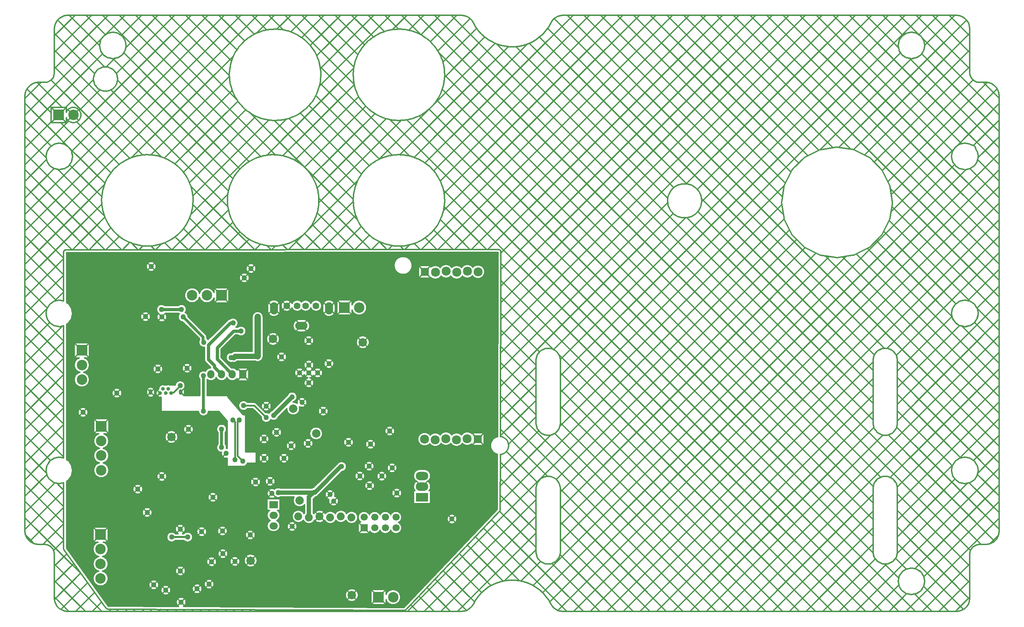
<source format=gbl>
G04 DipTrace 3.3.1.3*
G04 Topsidev0.4d.gbl*
%MOMM*%
G04 #@! TF.FileFunction,Copper,L2,Bot*
G04 #@! TF.Part,Single*
G04 #@! TA.AperFunction,Conductor*
%ADD14C,0.381*%
%ADD16C,0.635*%
%ADD17C,0.508*%
%ADD20C,1.524*%
G04 #@! TA.AperFunction,ComponentPad*
%ADD22C,2.0*%
G04 #@! TA.AperFunction,ViaPad*
%ADD24C,1.27*%
G04 #@! TA.AperFunction,Conductor*
%ADD25C,0.762*%
%ADD27C,1.016*%
G04 #@! TA.AperFunction,CopperBalancing*
%ADD33C,0.29997*%
%ADD34C,0.33*%
G04 #@! TA.AperFunction,ComponentPad*
%ADD51O,1.7X2.0*%
%ADD52R,1.7X2.0*%
%ADD54C,2.5*%
%ADD55R,2.5X2.5*%
%ADD57C,1.6*%
%ADD58O,1.9X2.9*%
%ADD59O,2.9X1.9*%
%ADD63C,0.9*%
%ADD64O,0.8X1.35*%
%ADD66O,2.0X1.7*%
%ADD67R,2.0X1.7*%
%ADD70C,1.87967*%
%ADD74R,1.7X1.7*%
%ADD75C,1.7*%
%ADD85R,1.8796X1.8796*%
%ADD86C,2.159*%
%ADD87R,3.0X2.0*%
%ADD88O,3.0X2.0*%
%FSLAX35Y35*%
G04*
G71*
G90*
G75*
G01*
G04 Bottom*
%LPD*%
X-2088340Y4907577D2*
D14*
X-2132790Y4863127D1*
Y4075010D1*
Y4049723D1*
X-2002707Y3919640D1*
X-2240740Y4907577D2*
X-2196290Y4863127D1*
Y4075010D1*
Y3956663D1*
X-3321437Y2107827D2*
D17*
X-3702440D1*
X-3716690Y5548333D2*
D14*
X-3700823Y5564200D1*
X-3659193D1*
X-3500440Y5722953D1*
X-1987940Y5251077D2*
X-1733937D1*
X-1448190Y4965330D1*
X-2047877Y7032623D2*
D25*
X-2222503D1*
X-2619377Y6635750D1*
Y6358763D1*
X-2257817Y5997203D1*
X-2238377Y7223123D2*
X-2301877D1*
X-2825750Y6699250D1*
Y6349997D1*
X-2682877Y6207123D1*
Y6168263D1*
X-2511817Y5997203D1*
Y4250950D2*
D16*
Y4686700D1*
X-2944817Y5119700D2*
Y5961077D1*
X-2936877Y6762753D2*
X-2952750Y6778627D1*
Y6889750D1*
X-3429000Y7366000D1*
X-3944940Y7548577D2*
D25*
X-3468690D1*
X-829063Y5457450D2*
D27*
X-1273560Y5012953D1*
X349250Y3794127D2*
D25*
X341313Y3802063D1*
D27*
X-288840Y3171910D1*
D25*
X-305187Y3188257D1*
D27*
X-427690Y3065753D1*
Y2577570D1*
X-288840Y3171910D2*
X-1163817D1*
X-1651000Y6413500D2*
D16*
Y6428830D1*
D24*
X-2191293D1*
X-2222500Y6397623D1*
D16*
X-2286000D1*
X-1651000Y7366000D2*
D20*
Y6428830D1*
D24*
X-2088340Y4907577D3*
X-2002707Y3919640D3*
X-2240740Y4907577D3*
X-2196290Y3956663D3*
X-3321437Y2107827D3*
X-3702440D3*
X-3500440Y5722953D3*
X-1987940Y5251077D3*
X-1448190Y4965330D3*
X-2047877Y7032623D3*
X-2238377Y7223123D3*
X-2511817Y4250950D3*
Y4686700D3*
X-2944817Y5119700D3*
Y5961077D3*
X-2936877Y6762753D3*
X-3429000Y7366000D3*
X-3944940Y7548577D3*
X-3468690D3*
X-829063Y5457450D3*
X-1273560Y5012953D3*
X349250Y3794127D3*
X-1163817Y3171910D3*
X-1651000Y6413500D3*
X-2286000Y6397623D3*
X-1651000Y7366000D3*
X-1500190Y3992580D3*
X-1023940D3*
X-1500190Y4452953D3*
X-829067Y2361827D3*
X-595317Y5326077D3*
X-87317Y5119700D3*
X-1444627Y5238750D3*
X-448067Y4346200D3*
X-1309690Y3151200D3*
X-2400690Y4108080D3*
X158750Y2968623D3*
X75810Y3123827D3*
X-428503Y6219250D3*
X-1352940Y3441330D3*
X-851497Y4291577D3*
X-1198567Y4611703D3*
X-4508500Y3254373D3*
X-3496067Y2298327D3*
X-4286250Y2698750D3*
X-3937000Y3556000D3*
X-5818190Y5087953D3*
X-3333750Y6143623D3*
X-4325940Y7373953D3*
X-4032250Y6127750D3*
X-3937000Y7366000D3*
X1008060Y3802083D3*
X1039810Y4325950D3*
X1555750Y3762373D3*
X2984500Y2540000D3*
X515933Y4373577D3*
X-2193440Y1527573D3*
X-2492377Y2254250D3*
X-5008567Y5548330D3*
X-2984500Y2238373D3*
X-1825627Y2159000D3*
X1500183Y4643453D3*
X-3302000Y4683123D3*
X-432877Y6802247D3*
X-1079500Y6413500D3*
X47623Y6254750D3*
X-1702190Y3425450D3*
X-2480067Y1710947D3*
X-650877Y6032500D3*
X-428627Y5794373D3*
X-2749940Y1520450D3*
X-222250Y6032500D3*
X1019560Y3337337D3*
X784810Y3567577D3*
X1309683Y3563950D3*
X-4191000Y8572500D3*
X-1968500Y8302623D3*
X-1809750Y8524873D3*
X-3095627Y873123D3*
X-3841750Y841373D3*
X-2809877Y984250D3*
X-4127500Y968373D3*
X1666873Y3159123D3*
X-2718190Y3060327D3*
X-428503Y6028750D3*
X-3476627Y555623D3*
X-3492500Y1301750D3*
X-6205781Y8877083D2*
D33*
X4077633D1*
X-6205781Y8847417D2*
X4077575D1*
X-6205781Y8817750D2*
X4077458D1*
X-6205781Y8788083D2*
X1715719D1*
X1919883D2*
X4077399D1*
X-6205781Y8758417D2*
X1672360D1*
X1963243D2*
X4077340D1*
X-6205781Y8728750D2*
X1644528D1*
X1991075D2*
X4077223D1*
X-6205781Y8699083D2*
X1625251D1*
X2010352D2*
X4077165D1*
X-6205781Y8669417D2*
X-4264242D1*
X-4117734D2*
X1612008D1*
X2023536D2*
X4077106D1*
X-6205781Y8639750D2*
X-4293011D1*
X-4088964D2*
X-1846371D1*
X-1773105D2*
X1603747D1*
X2031797D2*
X4077047D1*
X-6205781Y8610083D2*
X-4307660D1*
X-4074374D2*
X-1896820D1*
X-1722656D2*
X1599879D1*
X2035723D2*
X2776325D1*
X2906895D2*
X3284333D1*
X3414903D2*
X4076930D1*
X-6205781Y8580417D2*
X-4313460D1*
X-4068574D2*
X-1918792D1*
X-1700742D2*
X1600114D1*
X2035489D2*
X2180426D1*
X2486778D2*
X2512770D1*
X2662442D2*
X2728981D1*
X2954180D2*
X3020778D1*
X3170391D2*
X3236989D1*
X3462188D2*
X3507106D1*
X3700079D2*
X4076872D1*
X-6205781Y8550750D2*
X-4311703D1*
X-4070273D2*
X-1929632D1*
X-1689902D2*
X1604450D1*
X2031094D2*
X2180426D1*
X3732540D2*
X4076813D1*
X-6205781Y8521083D2*
X-4302093D1*
X-4079882D2*
X-1932386D1*
X-1687089D2*
X1613239D1*
X2022364D2*
X2180426D1*
X3752286D2*
X4076696D1*
X-6205781Y8491417D2*
X-4282054D1*
X-4099921D2*
X-1927699D1*
X-1691835D2*
X1627067D1*
X2008536D2*
X2180426D1*
X3764180D2*
X4076637D1*
X-6205781Y8461750D2*
X-4239398D1*
X-4142578D2*
X-1914456D1*
X-1705019D2*
X1647165D1*
X1988438D2*
X2180426D1*
X3769922D2*
X4076579D1*
X-6205781Y8432083D2*
X-1888382D1*
X-1731152D2*
X1676227D1*
X1959376D2*
X2180426D1*
X3770215D2*
X4076461D1*
X-6205781Y8402417D2*
X-2037621D1*
X-1899374D2*
X1722399D1*
X1913204D2*
X2180426D1*
X3765001D2*
X4076403D1*
X-6205781Y8372750D2*
X-2068499D1*
X-1868496D2*
X2180426D1*
X3753751D2*
X4076344D1*
X-6205781Y8343083D2*
X-2084144D1*
X-1852851D2*
X2180426D1*
X3734883D2*
X4076286D1*
X-6205781Y8313417D2*
X-2090706D1*
X-1846289D2*
X2180426D1*
X2703223D2*
X2761266D1*
X2921954D2*
X2979938D1*
X3211231D2*
X3269274D1*
X3429903D2*
X3503122D1*
X3704063D2*
X4076169D1*
X-6205781Y8283750D2*
X-2089710D1*
X-1847285D2*
X2515876D1*
X2659336D2*
X3023825D1*
X3167344D2*
X3572555D1*
X3634629D2*
X4076110D1*
X-6205781Y8254083D2*
X-2080921D1*
X-1856074D2*
X4076051D1*
X-6205781Y8224417D2*
X-2062113D1*
X-1874882D2*
X4075934D1*
X-6205781Y8194750D2*
X-2023382D1*
X-1913613D2*
X4075876D1*
X-6205781Y8165083D2*
X4075817D1*
X-6205781Y8135417D2*
X4075700D1*
X-6205781Y8105750D2*
X4075641D1*
X-6205781Y8076083D2*
X4075583D1*
X-6205781Y8046417D2*
X-3298792D1*
X-3130078D2*
X-2948753D1*
X-2780097D2*
X-2698617D1*
X-2330214D2*
X4075465D1*
X-6205781Y8016750D2*
X-3341331D1*
X-3087539D2*
X-2991292D1*
X-2737558D2*
X-2698617D1*
X-2330214D2*
X4075407D1*
X-6205781Y7987083D2*
X-3366820D1*
X-3062050D2*
X-3016781D1*
X-2330214D2*
X4075348D1*
X-6205781Y7957417D2*
X-3383343D1*
X-2330214D2*
X4075290D1*
X-6205781Y7927750D2*
X-3393421D1*
X-2330214D2*
X4075172D1*
X-6205781Y7898083D2*
X-3398109D1*
X-2330214D2*
X4075114D1*
X-6205781Y7868417D2*
X-3397933D1*
X-2330214D2*
X4075055D1*
X-6205781Y7838750D2*
X-3392777D1*
X-2330214D2*
X4074938D1*
X-6205781Y7809083D2*
X-3382171D1*
X-2330214D2*
X4074879D1*
X-6205781Y7779417D2*
X-3365062D1*
X-3063808D2*
X-3015023D1*
X-2713828D2*
X-2698617D1*
X-2330214D2*
X4074821D1*
X-6205781Y7749750D2*
X-3338578D1*
X-3090292D2*
X-2988597D1*
X-2740312D2*
X-2698617D1*
X-2330214D2*
X-1354710D1*
X-1175331D2*
X-1035726D1*
X-880312D2*
X-785706D1*
X-630292D2*
X-585726D1*
X-430312D2*
X-335706D1*
X-180292D2*
X-40687D1*
X138692D2*
X234528D1*
X602930D2*
X676559D1*
X860860D2*
X4074704D1*
X-6205781Y7720083D2*
X-3293578D1*
X-3135292D2*
X-2943597D1*
X-2785253D2*
X-2698617D1*
X-2330214D2*
X-1386234D1*
X-1143749D2*
X-1068011D1*
X-847968D2*
X-818050D1*
X-397968D2*
X-368050D1*
X-147949D2*
X-72269D1*
X170274D2*
X234528D1*
X602930D2*
X637536D1*
X899883D2*
X4074645D1*
X-6174550Y7690417D2*
X-1404749D1*
X-1125292D2*
X-1085824D1*
X-130195D2*
X-90726D1*
X188731D2*
X234528D1*
X923848D2*
X4074586D1*
X-6143320Y7660750D2*
X-3989730D1*
X-3900175D2*
X-3513480D1*
X-3423925D2*
X-1415121D1*
X-1114863D2*
X-1094906D1*
X-121113D2*
X-101097D1*
X199102D2*
X234528D1*
X939376D2*
X4074528D1*
X-6123456Y7631083D2*
X-4034671D1*
X-3378984D2*
X-1419105D1*
X203086D2*
X234528D1*
X948633D2*
X4074411D1*
X-6103652Y7601417D2*
X-4055355D1*
X-3358300D2*
X-1419222D1*
X-1110820D2*
X-1092796D1*
X-123222D2*
X-105199D1*
X203204D2*
X234528D1*
X952676D2*
X4074352D1*
X-6086191Y7571750D2*
X-4065374D1*
X-3348281D2*
X-1419222D1*
X-1110820D2*
X-1081136D1*
X-134824D2*
X-105199D1*
X203204D2*
X234528D1*
X951797D2*
X4074294D1*
X-6078749Y7542083D2*
X-4067484D1*
X-3346171D2*
X-1419222D1*
X-1110820D2*
X-1059749D1*
X-856230D2*
X-809789D1*
X-406230D2*
X-359789D1*
X-156210D2*
X-105199D1*
X203204D2*
X234528D1*
X945879D2*
X4074176D1*
X-6072831Y7512417D2*
X-4062035D1*
X-3351562D2*
X-1418578D1*
X-1111406D2*
X-1018558D1*
X-897480D2*
X-768539D1*
X-647460D2*
X-568558D1*
X-447480D2*
X-318539D1*
X-197460D2*
X-104613D1*
X202618D2*
X234528D1*
X934512D2*
X4074118D1*
X-6066914Y7482750D2*
X-4378851D1*
X-4273007D2*
X-4047914D1*
X-3365742D2*
X-1716468D1*
X-1585546D2*
X-1412894D1*
X-1117089D2*
X-98929D1*
X196934D2*
X234528D1*
X602930D2*
X621129D1*
X916290D2*
X4074059D1*
X-6062578Y7453083D2*
X-4418753D1*
X-4233105D2*
X-4022132D1*
X-3851894D2*
X-3543890D1*
X-3343886D2*
X-1753734D1*
X-1548281D2*
X-1400531D1*
X-1129453D2*
X-86507D1*
X184512D2*
X234528D1*
X602930D2*
X649372D1*
X888047D2*
X4073942D1*
X-6066386Y7423417D2*
X-4437914D1*
X-4213945D2*
X-4045042D1*
X-3828984D2*
X-3537035D1*
X-3320976D2*
X-1773304D1*
X-1528710D2*
X-1379203D1*
X-1150781D2*
X-65179D1*
X163184D2*
X234528D1*
X602930D2*
X699235D1*
X838184D2*
X4073883D1*
X-6072304Y7393750D2*
X-4446996D1*
X-4204863D2*
X-4056468D1*
X-3817558D2*
X-3548460D1*
X-3309550D2*
X-1783441D1*
X-1518515D2*
X-1341527D1*
X-1188456D2*
X-27503D1*
X125508D2*
X4073825D1*
X-6078222Y7364083D2*
X-4448226D1*
X-4203632D2*
X-4059691D1*
X-3814335D2*
X-3551683D1*
X-3299706D2*
X-1786429D1*
X-1515585D2*
X4073708D1*
X-6085195Y7334417D2*
X-4441898D1*
X-4209960D2*
X-4055472D1*
X-3818554D2*
X-3547464D1*
X-3270058D2*
X-2285472D1*
X-2191289D2*
X-1786429D1*
X-1515585D2*
X4073649D1*
X-6101894Y7304750D2*
X-4426605D1*
X-4225253D2*
X-4042816D1*
X-3831152D2*
X-3534867D1*
X-3240351D2*
X-2352093D1*
X-2147812D2*
X-1786429D1*
X-1515585D2*
X-696878D1*
X-519140D2*
X4073590D1*
X-6121699Y7275083D2*
X-4396429D1*
X-4255488D2*
X-4017855D1*
X-3856113D2*
X-3509847D1*
X-3210703D2*
X-2386253D1*
X-2127539D2*
X-1786429D1*
X-1515585D2*
X-756527D1*
X-459492D2*
X4073532D1*
X-6141503Y7245417D2*
X-3435785D1*
X-3181054D2*
X-2415960D1*
X-2117753D2*
X-1786429D1*
X-1515585D2*
X-784242D1*
X-431718D2*
X4073415D1*
X-6170566Y7215750D2*
X-3406136D1*
X-3151347D2*
X-2445609D1*
X-2115878D2*
X-1786429D1*
X-1515585D2*
X-800706D1*
X-415312D2*
X4073356D1*
X-6205781Y7186083D2*
X-3376488D1*
X-3121699D2*
X-2475257D1*
X-2121562D2*
X-1786429D1*
X-1515585D2*
X-809554D1*
X-406464D2*
X4073297D1*
X-6205781Y7156417D2*
X-3346781D1*
X-3092050D2*
X-2504964D1*
X-2135976D2*
X-1786429D1*
X-1515585D2*
X-812191D1*
X-403828D2*
X4073180D1*
X-6205781Y7126750D2*
X-3317132D1*
X-3062343D2*
X-2534613D1*
X-1970917D2*
X-1786429D1*
X-1515585D2*
X-808968D1*
X-407050D2*
X4073122D1*
X-6205781Y7097083D2*
X-3287484D1*
X-3032695D2*
X-2564261D1*
X-1944023D2*
X-1786429D1*
X-1515585D2*
X-799417D1*
X-416542D2*
X4073063D1*
X-6205781Y7067417D2*
X-3257777D1*
X-3003046D2*
X-2593968D1*
X-1930371D2*
X-1786429D1*
X-1515585D2*
X-782132D1*
X-433828D2*
X4072946D1*
X-6205781Y7037750D2*
X-3228128D1*
X-2973398D2*
X-2623617D1*
X-1925273D2*
X-1786429D1*
X-1515585D2*
X-752835D1*
X-463183D2*
X4072887D1*
X-6205781Y7008083D2*
X-3198480D1*
X-2943691D2*
X-2653265D1*
X-1927734D2*
X-1786429D1*
X-1515585D2*
X-681644D1*
X-534374D2*
X4072829D1*
X-6205781Y6978417D2*
X-3168773D1*
X-2914042D2*
X-2682972D1*
X-1938164D2*
X-1786429D1*
X-1515585D2*
X-1365199D1*
X-1206562D2*
X4072711D1*
X-6205781Y6948750D2*
X-3139124D1*
X-2884511D2*
X-2712621D1*
X-1959492D2*
X-1786429D1*
X-1515585D2*
X-1403050D1*
X-1168710D2*
X4072653D1*
X-6205781Y6919083D2*
X-3109476D1*
X-2866816D2*
X-2742269D1*
X-2199667D2*
X-2088773D1*
X-2006953D2*
X-1786429D1*
X-1515585D2*
X-1424789D1*
X-1146972D2*
X-461917D1*
X-403828D2*
X4072594D1*
X-6205781Y6889417D2*
X-3079769D1*
X-2861777D2*
X-2771917D1*
X-2229374D2*
X-1786429D1*
X-1515585D2*
X-1437738D1*
X-1134023D2*
X-517933D1*
X-347871D2*
X762868D1*
X951622D2*
X4072536D1*
X-6205781Y6859750D2*
X-3050121D1*
X-2861777D2*
X-2801624D1*
X-2259023D2*
X-1786429D1*
X-1515585D2*
X-1444066D1*
X-1127695D2*
X-540843D1*
X-324902D2*
X731813D1*
X982676D2*
X4072419D1*
X-6205781Y6830083D2*
X-3043675D1*
X-2288671D2*
X-1786429D1*
X-1515585D2*
X-1444593D1*
X-1127167D2*
X-552269D1*
X-313476D2*
X713297D1*
X1001192D2*
X4072360D1*
X-6205781Y6800417D2*
X-3053519D1*
X-2318378D2*
X-1786429D1*
X-1515585D2*
X-1439378D1*
X-1132324D2*
X-555550D1*
X-310195D2*
X702633D1*
X1011856D2*
X4072301D1*
X-6205781Y6770750D2*
X-3059320D1*
X-2348027D2*
X-1786429D1*
X-1515585D2*
X-1427835D1*
X-1143925D2*
X-551331D1*
X-314414D2*
X698239D1*
X1016251D2*
X4072184D1*
X-6205781Y6741083D2*
X-6029789D1*
X-5661386D2*
X-3057621D1*
X-2377675D2*
X-1786429D1*
X-1515585D2*
X-1407972D1*
X-1163730D2*
X-538792D1*
X-327011D2*
X699586D1*
X1014961D2*
X4072126D1*
X-6205781Y6711417D2*
X-6029789D1*
X-5661386D2*
X-3048011D1*
X-2407324D2*
X-1786429D1*
X-1515585D2*
X-1374398D1*
X-1197363D2*
X-513831D1*
X-351914D2*
X706735D1*
X1007754D2*
X4072067D1*
X-6205781Y6681750D2*
X-6029789D1*
X-5661386D2*
X-3028031D1*
X-2437031D2*
X-1786429D1*
X-1515585D2*
X720680D1*
X993809D2*
X4071950D1*
X-6205781Y6652083D2*
X-6029789D1*
X-5661386D2*
X-2985492D1*
X-2466679D2*
X-1786429D1*
X-1515585D2*
X744001D1*
X970489D2*
X4071891D1*
X-6205781Y6622417D2*
X-6029789D1*
X-5661386D2*
X-2923031D1*
X-2496328D2*
X-1786429D1*
X-1515585D2*
X785661D1*
X928829D2*
X4071833D1*
X-6205781Y6592750D2*
X-6029789D1*
X-5661386D2*
X-2923031D1*
X-2522050D2*
X-1786429D1*
X-1515585D2*
X4071774D1*
X-6205781Y6563083D2*
X-6029789D1*
X-5661386D2*
X-2923031D1*
X-2522050D2*
X-1786429D1*
X-1515585D2*
X4071657D1*
X-6205781Y6533417D2*
X-6029789D1*
X-5661386D2*
X-2923031D1*
X-2522050D2*
X-2252542D1*
X-1515585D2*
X4071598D1*
X-6205781Y6503750D2*
X-6029789D1*
X-5661386D2*
X-2923031D1*
X-2522050D2*
X-2344359D1*
X-1515585D2*
X-1161117D1*
X-997851D2*
X4071540D1*
X-6205781Y6474083D2*
X-6029789D1*
X-5661386D2*
X-2923031D1*
X-2522050D2*
X-2381097D1*
X-1515585D2*
X-1185726D1*
X-973242D2*
X4071422D1*
X-6205781Y6444417D2*
X-6029789D1*
X-5661386D2*
X-2923031D1*
X-2522050D2*
X-2399203D1*
X-1515585D2*
X-1198148D1*
X-960878D2*
X4071364D1*
X-6205781Y6414750D2*
X-6029789D1*
X-5661386D2*
X-2923031D1*
X-2522050D2*
X-2407464D1*
X-1516347D2*
X-1202191D1*
X-956835D2*
X4071305D1*
X-6205781Y6385083D2*
X-5923675D1*
X-5767441D2*
X-2923031D1*
X-2509335D2*
X-2408050D1*
X-1523027D2*
X-1198792D1*
X-960234D2*
X4071188D1*
X-6205781Y6355417D2*
X-5969203D1*
X-5721972D2*
X-2923031D1*
X-2479687D2*
X-2401019D1*
X-1537792D2*
X-1187191D1*
X-971835D2*
X-20121D1*
X115372D2*
X4071129D1*
X-6205781Y6325750D2*
X-5995863D1*
X-5695312D2*
X-2919867D1*
X-2449980D2*
X-2384730D1*
X-1564921D2*
X-1163929D1*
X-995097D2*
X-486175D1*
X-370839D2*
X-51761D1*
X147012D2*
X4071071D1*
X-6205781Y6296083D2*
X-6013089D1*
X-5678027D2*
X-2906097D1*
X-2420331D2*
X-2352386D1*
X-2156132D2*
X-1677269D1*
X-1624746D2*
X-1105746D1*
X-1053222D2*
X-523265D1*
X-333691D2*
X-67699D1*
X162950D2*
X4070954D1*
X-6205781Y6266417D2*
X-6023753D1*
X-5667363D2*
X-2878558D1*
X-2390683D2*
X-541546D1*
X-315468D2*
X-74496D1*
X169747D2*
X4070895D1*
X-6205781Y6236750D2*
X-6029027D1*
X-5662148D2*
X-4084710D1*
X-3979804D2*
X-3411937D1*
X-3255527D2*
X-2848851D1*
X-2360976D2*
X-549925D1*
X-307089D2*
X-73734D1*
X168985D2*
X4070836D1*
X-6205781Y6207083D2*
X-6029320D1*
X-5661855D2*
X-4124906D1*
X-3939609D2*
X-3438246D1*
X-3229277D2*
X-2819203D1*
X-2331328D2*
X-550570D1*
X-306445D2*
X-65179D1*
X160430D2*
X4070778D1*
X-6205781Y6177417D2*
X-6024632D1*
X-5666484D2*
X-4144183D1*
X-3920331D2*
X-3451605D1*
X-3215917D2*
X-2789554D1*
X-2301679D2*
X-543656D1*
X-313359D2*
X-46722D1*
X141973D2*
X4070661D1*
X-6205781Y6147750D2*
X-6014671D1*
X-5676503D2*
X-4153265D1*
X-3911249D2*
X-3456351D1*
X-3211113D2*
X-2808363D1*
X-2215253D2*
X-2148011D1*
X-1859589D2*
X-686214D1*
X-615527D2*
X-527484D1*
X-329531D2*
X-257601D1*
X-186914D2*
X-9046D1*
X104297D2*
X4070602D1*
X-6205781Y6118083D2*
X-5998265D1*
X-5692851D2*
X-4154554D1*
X-3909960D2*
X-3453714D1*
X-3213808D2*
X-2862210D1*
X-1859589D2*
X-737542D1*
X-564199D2*
X-511195D1*
X-345820D2*
X-308929D1*
X-135585D2*
X4070544D1*
X-6205781Y6088417D2*
X-5972953D1*
X-5718164D2*
X-4148285D1*
X-3916171D2*
X-3442933D1*
X-3224531D2*
X-2887699D1*
X-1859589D2*
X-759691D1*
X-113437D2*
X4070426D1*
X-6205781Y6058750D2*
X-5930882D1*
X-5760292D2*
X-4133050D1*
X-3931464D2*
X-3421136D1*
X-3246328D2*
X-3017015D1*
X-1859589D2*
X-770648D1*
X-102480D2*
X4070368D1*
X-6205781Y6029083D2*
X-5935687D1*
X-5755488D2*
X-4103050D1*
X-3961464D2*
X-3371507D1*
X-3295956D2*
X-3046312D1*
X-1859589D2*
X-773519D1*
X-99609D2*
X4070309D1*
X-6205781Y5999417D2*
X-5975589D1*
X-5715527D2*
X-3061195D1*
X-1859589D2*
X-768890D1*
X-104238D2*
X4070192D1*
X-6205781Y5969750D2*
X-5999964D1*
X-5691152D2*
X-3067230D1*
X-1859589D2*
X-755824D1*
X-117304D2*
X4070133D1*
X-6205781Y5940083D2*
X-6015726D1*
X-5675390D2*
X-3065648D1*
X-1859589D2*
X-729925D1*
X-571816D2*
X-511898D1*
X-345117D2*
X-301312D1*
X-143203D2*
X4070075D1*
X-6205781Y5910417D2*
X-6025218D1*
X-5665898D2*
X-3056273D1*
X-1859589D2*
X-460980D1*
X-396269D2*
X4070016D1*
X-6205781Y5880750D2*
X-6029437D1*
X-5661679D2*
X-3036585D1*
X-2664609D2*
X-2613011D1*
X-2410605D2*
X-2359007D1*
X-1859589D2*
X-514476D1*
X-342773D2*
X4069899D1*
X-6205781Y5851083D2*
X-6028734D1*
X-5662382D2*
X-3035765D1*
X-2853867D2*
X-2821195D1*
X-2710429D2*
X-2567191D1*
X-2456425D2*
X-2313187D1*
X-2202421D2*
X-2148011D1*
X-1859589D2*
X-537035D1*
X-320214D2*
X4069840D1*
X-6205781Y5821417D2*
X-6023109D1*
X-5668066D2*
X-3571488D1*
X-3429374D2*
X-3035765D1*
X-2853867D2*
X-548226D1*
X-309023D2*
X4069782D1*
X-6205781Y5791750D2*
X-6011917D1*
X-5679199D2*
X-3601371D1*
X-3399492D2*
X-3035765D1*
X-2853867D2*
X-551273D1*
X-305976D2*
X4069665D1*
X-6205781Y5762083D2*
X-5993988D1*
X-5697128D2*
X-3616546D1*
X-3384316D2*
X-3035765D1*
X-2853867D2*
X-546878D1*
X-310371D2*
X4069606D1*
X-6205781Y5732417D2*
X-5966273D1*
X-5724843D2*
X-3970980D1*
X-3378105D2*
X-3035765D1*
X-2853867D2*
X-534046D1*
X-323203D2*
X4069547D1*
X-6205781Y5702750D2*
X-5917816D1*
X-5773300D2*
X-4000042D1*
X-3379453D2*
X-3035765D1*
X-2853867D2*
X-508675D1*
X-348574D2*
X4069430D1*
X-6205781Y5673083D2*
X-4266644D1*
X-4140761D2*
X-4012816D1*
X-3388652D2*
X-3035765D1*
X-2853867D2*
X4069372D1*
X-6205781Y5643417D2*
X-5084261D1*
X-4932831D2*
X-4291429D1*
X-4115976D2*
X-4015746D1*
X-3401484D2*
X-3035765D1*
X-2853867D2*
X4069313D1*
X-6205781Y5613750D2*
X-5111800D1*
X-4905351D2*
X-4301566D1*
X-4105839D2*
X-4056878D1*
X-3391289D2*
X-3035765D1*
X-2853867D2*
X4069196D1*
X-6205781Y5584083D2*
X-5125804D1*
X-4891347D2*
X-4302914D1*
X-4104492D2*
X-4074339D1*
X-3389999D2*
X-3035765D1*
X-2853867D2*
X4069137D1*
X-6205781Y5554417D2*
X-5131136D1*
X-4886015D2*
X-4302914D1*
X-4104492D2*
X-4080726D1*
X-3389999D2*
X-3035765D1*
X-2853867D2*
X-902249D1*
X-755859D2*
X4069079D1*
X-6205781Y5524750D2*
X-5128910D1*
X-4888183D2*
X-4301156D1*
X-4106191D2*
X-4078089D1*
X-3391699D2*
X-3035765D1*
X-2853867D2*
X-931078D1*
X-727089D2*
X4069020D1*
X-6205781Y5495083D2*
X-5118773D1*
X-4898378D2*
X-4290199D1*
X-4117206D2*
X-4065726D1*
X-3402656D2*
X-3035765D1*
X-2853867D2*
X-945726D1*
X-712441D2*
X4068903D1*
X-6205781Y5465417D2*
X-5097914D1*
X-4919238D2*
X-4263773D1*
X-4143574D2*
X-4037718D1*
X-2362968D2*
X-975433D1*
X-706640D2*
X4068844D1*
X-6205781Y5435750D2*
X-5052210D1*
X-4964882D2*
X-3955335D1*
X-2343749D2*
X-1005081D1*
X-708339D2*
X-646253D1*
X-544335D2*
X4068786D1*
X-6205781Y5406083D2*
X-3955335D1*
X-2317910D2*
X-1034730D1*
X-717949D2*
X-687328D1*
X-503261D2*
X4068669D1*
X-6205781Y5376417D2*
X-3955335D1*
X-2292070D2*
X-1064437D1*
X-737988D2*
X-706898D1*
X-483691D2*
X4068610D1*
X-6205781Y5346750D2*
X-3955335D1*
X-2266230D2*
X-2062874D1*
X-1913027D2*
X-1499261D1*
X-1390019D2*
X-1094085D1*
X-780527D2*
X-716214D1*
X-474433D2*
X4068551D1*
X-6205781Y5317083D2*
X-3955335D1*
X-2240390D2*
X-2090824D1*
X-1694824D2*
X-1538109D1*
X-1351113D2*
X-1123734D1*
X-472968D2*
X4068434D1*
X-6205781Y5287417D2*
X-3955335D1*
X-2214550D2*
X-2105003D1*
X-1660839D2*
X-1556976D1*
X-1332246D2*
X-1153441D1*
X-479003D2*
X4068376D1*
X-6205781Y5257750D2*
X-3955335D1*
X-2188710D2*
X-2110453D1*
X-1631191D2*
X-1565824D1*
X-1323456D2*
X-1183089D1*
X-494062D2*
X4068317D1*
X-6205781Y5228083D2*
X-3955335D1*
X-2162871D2*
X-2108402D1*
X-1601542D2*
X-1566878D1*
X-1322402D2*
X-1212738D1*
X-523593D2*
X-141117D1*
X-33515D2*
X4068200D1*
X-6205781Y5198417D2*
X-5867308D1*
X-5769081D2*
X-3955335D1*
X-2137031D2*
X-2098441D1*
X-1328906D2*
X-1242445D1*
X-645644D2*
X-180492D1*
X5860D2*
X4068141D1*
X-6205781Y5168750D2*
X-5909496D1*
X-5726894D2*
X-3955335D1*
X-2111191D2*
X-2077816D1*
X-1898027D2*
X-1761058D1*
X-1344550D2*
X-1272093D1*
X-644472D2*
X-199535D1*
X24844D2*
X4068083D1*
X-6205781Y5139083D2*
X-5929417D1*
X-5706972D2*
X-3955335D1*
X-2085351D2*
X-2033167D1*
X-1942675D2*
X-1731351D1*
X-1375312D2*
X-1301742D1*
X-993105D2*
X-957796D1*
X-649042D2*
X-208441D1*
X33809D2*
X4068024D1*
X-6205781Y5109417D2*
X-5938968D1*
X-5697421D2*
X-3067054D1*
X-2822578D2*
X-2578089D1*
X-2059511D2*
X-1701703D1*
X-1482831D2*
X-1347445D1*
X-1022753D2*
X-946956D1*
X-659882D2*
X-209554D1*
X34922D2*
X4067907D1*
X-6205781Y5079750D2*
X-5940609D1*
X-5695781D2*
X-3060667D1*
X-2828964D2*
X-2553187D1*
X-2033671D2*
X-1672054D1*
X-1410058D2*
X-1375863D1*
X-1052460D2*
X-928206D1*
X-678691D2*
X-203167D1*
X28536D2*
X4067848D1*
X-6205781Y5050083D2*
X-5934749D1*
X-5701640D2*
X-3045199D1*
X-2844433D2*
X-2528343D1*
X-2007831D2*
X-1642347D1*
X-1082109D2*
X-896683D1*
X-710214D2*
X-187699D1*
X13067D2*
X4067790D1*
X-6205781Y5020417D2*
X-5920042D1*
X-5716347D2*
X-3014671D1*
X-2874960D2*
X-2503499D1*
X-1934296D2*
X-1612699D1*
X-1111757D2*
X-157171D1*
X-17460D2*
X4067672D1*
X-6205781Y4990750D2*
X-5891039D1*
X-5745351D2*
X-2478656D1*
X-1934296D2*
X-1583050D1*
X-1141464D2*
X4067614D1*
X-6205781Y4961083D2*
X-2453753D1*
X-1934296D2*
X-1570804D1*
X-1162675D2*
X4067555D1*
X-6205781Y4931417D2*
X-5566136D1*
X-5197734D2*
X-2428910D1*
X-1934296D2*
X-1565999D1*
X-1182949D2*
X4067438D1*
X-6205781Y4901750D2*
X-5566136D1*
X-5197734D2*
X-2404066D1*
X-1934296D2*
X-1552581D1*
X-1343789D2*
X-1320843D1*
X-1226249D2*
X4067379D1*
X-6205781Y4872083D2*
X-5566136D1*
X-5197734D2*
X-2383675D1*
X-1934296D2*
X-1526273D1*
X-1370156D2*
X4067321D1*
X-6205781Y4842417D2*
X-5566136D1*
X-5197734D2*
X-2383675D1*
X-1934296D2*
X4067262D1*
X-6205781Y4812750D2*
X-5566136D1*
X-5197734D2*
X-2383675D1*
X-1934296D2*
X4067145D1*
X-6205781Y4783083D2*
X-5566136D1*
X-5197734D2*
X-3370863D1*
X-3233144D2*
X-2585824D1*
X-2437851D2*
X-2383675D1*
X-1934296D2*
X4067086D1*
X-6205781Y4753417D2*
X-5566136D1*
X-5197734D2*
X-3401859D1*
X-3202089D2*
X-2614183D1*
X-2409433D2*
X-2383675D1*
X-1934296D2*
X1449879D1*
X1550450D2*
X4067028D1*
X-6205781Y4723750D2*
X-5566136D1*
X-5197734D2*
X-3417621D1*
X-3186386D2*
X-2628656D1*
X-1934296D2*
X-1243675D1*
X-1153476D2*
X-330960D1*
X-184160D2*
X1408395D1*
X1591934D2*
X4066911D1*
X-6205781Y4694083D2*
X-5566136D1*
X-5197734D2*
X-3424183D1*
X-3179824D2*
X-2634281D1*
X-1934296D2*
X-1288382D1*
X-1108710D2*
X-371683D1*
X-143437D2*
X1388708D1*
X1611622D2*
X4066852D1*
X-6205781Y4664417D2*
X-5566136D1*
X-5197734D2*
X-3423246D1*
X-3180761D2*
X-2632406D1*
X-1934296D2*
X-1309007D1*
X-1088085D2*
X-394652D1*
X-120468D2*
X1379333D1*
X1621055D2*
X4066794D1*
X-6205781Y4634750D2*
X-5566136D1*
X-5197734D2*
X-3789808D1*
X-3623847D2*
X-3414515D1*
X-3189492D2*
X-2622679D1*
X-2400996D2*
X-2383675D1*
X-1934296D2*
X-1319027D1*
X-1078124D2*
X-408421D1*
X-106757D2*
X1377809D1*
X1622579D2*
X4066676D1*
X-6205781Y4605083D2*
X-5566136D1*
X-5197734D2*
X-3825902D1*
X-3587753D2*
X-3395765D1*
X-3208242D2*
X-2602757D1*
X-2420859D2*
X-2383675D1*
X-1934296D2*
X-1321078D1*
X-1076074D2*
X-415394D1*
X-99726D2*
X1383786D1*
X1616544D2*
X2281090D1*
X2381836D2*
X2758571D1*
X2920430D2*
X3266579D1*
X3428438D2*
X4066618D1*
X-6205781Y4575417D2*
X-5566136D1*
X-5197734D2*
X-3846937D1*
X-3566718D2*
X-3357210D1*
X-3246796D2*
X-2602757D1*
X-2420859D2*
X-2383675D1*
X-1934296D2*
X-1315628D1*
X-1081523D2*
X-416507D1*
X-98613D2*
X1398727D1*
X1601661D2*
X2225075D1*
X2437852D2*
X2497126D1*
X2673868D2*
X2719196D1*
X2959805D2*
X3005133D1*
X3181876D2*
X3227145D1*
X3754571D2*
X4066559D1*
X-6205781Y4545750D2*
X-5499925D1*
X-5263945D2*
X-3859359D1*
X-3554296D2*
X-2602757D1*
X-2420859D2*
X-2383675D1*
X-1934296D2*
X-1578773D1*
X-1421601D2*
X-1301449D1*
X-1095703D2*
X-411937D1*
X-103183D2*
X1428024D1*
X1572364D2*
X2196657D1*
X3754571D2*
X4066442D1*
X-6205781Y4516083D2*
X-5528695D1*
X-5235234D2*
X-3865218D1*
X-3548378D2*
X-2602757D1*
X-2420859D2*
X-2383675D1*
X-1934296D2*
X-1604906D1*
X-1395468D2*
X-1273558D1*
X-1123535D2*
X-401097D1*
X-114081D2*
X2179137D1*
X3754571D2*
X4066383D1*
X-6205781Y4486417D2*
X-5547210D1*
X-5216718D2*
X-3865394D1*
X-3548261D2*
X-2602757D1*
X-2420859D2*
X-2383675D1*
X-1934296D2*
X-1618089D1*
X-1382285D2*
X-382289D1*
X-132831D2*
X473004D1*
X558868D2*
X2168883D1*
X3754571D2*
X4012536D1*
X-6205781Y4456750D2*
X-5558812D1*
X-5205117D2*
X-3859769D1*
X-3553886D2*
X-2602757D1*
X-2420859D2*
X-2383675D1*
X-1934296D2*
X-1622835D1*
X-1377539D2*
X-496956D1*
X-399140D2*
X-350706D1*
X-164414D2*
X426833D1*
X605040D2*
X2164547D1*
X3754571D2*
X3970524D1*
X-6205781Y4427083D2*
X-5564906D1*
X-5199023D2*
X-3847640D1*
X-3566015D2*
X-2602757D1*
X-2420859D2*
X-2383675D1*
X-1934296D2*
X-1620081D1*
X-1380292D2*
X-539320D1*
X-356835D2*
X405856D1*
X626016D2*
X972751D1*
X1106836D2*
X2165661D1*
X3754571D2*
X3943278D1*
X-6205781Y4397417D2*
X-5565960D1*
X-5197968D2*
X-3827132D1*
X-3586523D2*
X-2602757D1*
X-2420859D2*
X-2383675D1*
X-1934296D2*
X-1609242D1*
X-1391132D2*
X-910394D1*
X-792597D2*
X-559242D1*
X-336855D2*
X395602D1*
X636211D2*
X940758D1*
X1138829D2*
X2172282D1*
X3754571D2*
X3924352D1*
X-6205781Y4367750D2*
X-5562152D1*
X-5201777D2*
X-3792035D1*
X-3621621D2*
X-2602757D1*
X-2420859D2*
X-2383675D1*
X-1934296D2*
X-1587269D1*
X-1413105D2*
X-946839D1*
X-756152D2*
X-568792D1*
X-327304D2*
X393376D1*
X638497D2*
X924645D1*
X1155001D2*
X2185231D1*
X3754571D2*
X3911461D1*
X-6205781Y4338083D2*
X-5553070D1*
X-5210859D2*
X-2602757D1*
X-2420859D2*
X-2383675D1*
X-1934296D2*
X-1536878D1*
X-1463554D2*
X-964769D1*
X-738222D2*
X-570492D1*
X-325664D2*
X398590D1*
X633223D2*
X917731D1*
X1161915D2*
X2206442D1*
X3754571D2*
X3903434D1*
X-6205781Y4308417D2*
X-5537835D1*
X-5226093D2*
X-2619808D1*
X-2403808D2*
X-2383675D1*
X-1934296D2*
X-973031D1*
X-729960D2*
X-564632D1*
X-331464D2*
X412536D1*
X619336D2*
X918376D1*
X1161211D2*
X2241950D1*
X2420977D2*
X2478258D1*
X2692735D2*
X2774977D1*
X2904024D2*
X2986266D1*
X3200743D2*
X3282985D1*
X3411973D2*
X3448219D1*
X3754571D2*
X3899743D1*
X-6205781Y4278750D2*
X-5514222D1*
X-5249706D2*
X-2631234D1*
X-1934296D2*
X-973499D1*
X-729492D2*
X-549925D1*
X-346171D2*
X439899D1*
X591973D2*
X926813D1*
X1152833D2*
X2532868D1*
X2638126D2*
X3040817D1*
X3146133D2*
X3900211D1*
X-6205781Y4249083D2*
X-5476078D1*
X-5287851D2*
X-2634515D1*
X-1934296D2*
X-966410D1*
X-736581D2*
X-521039D1*
X-375117D2*
X945036D1*
X1134551D2*
X3904840D1*
X-6205781Y4219417D2*
X-5462660D1*
X-5301269D2*
X-2630296D1*
X-1934296D2*
X-950003D1*
X-752988D2*
X982243D1*
X1097403D2*
X3913864D1*
X-6205781Y4189750D2*
X-5506898D1*
X-5257031D2*
X-2617699D1*
X-1934296D2*
X-917425D1*
X-785566D2*
X3928044D1*
X-6205781Y4160083D2*
X-5533089D1*
X-5230839D2*
X-2592738D1*
X-1934296D2*
X3948551D1*
X-6205781Y4130417D2*
X-5550023D1*
X-5213847D2*
X-2521312D1*
X-1680292D2*
X3978258D1*
X-6205781Y4100750D2*
X-5560453D1*
X-5203417D2*
X-2523187D1*
X-1680292D2*
X-1554456D1*
X-1445917D2*
X-1078206D1*
X-969667D2*
X4025954D1*
X-6205781Y4071083D2*
X-5565492D1*
X-5198437D2*
X-2517503D1*
X-1680292D2*
X-1593539D1*
X-1406835D2*
X-1117289D1*
X-930585D2*
X4065270D1*
X-6205781Y4041417D2*
X-5565609D1*
X-5198320D2*
X-2503089D1*
X-1680292D2*
X-1612464D1*
X-1387910D2*
X-1136214D1*
X-911660D2*
X4065153D1*
X-6205781Y4011750D2*
X-5560746D1*
X-5203183D2*
X-2474730D1*
X-1680292D2*
X-1621371D1*
X-1379062D2*
X-1145121D1*
X-902812D2*
X4065094D1*
X-6205781Y3982083D2*
X-5550550D1*
X-5213378D2*
X-2383675D1*
X-1680292D2*
X-1622425D1*
X-1377949D2*
X-1146175D1*
X-901699D2*
X4065036D1*
X-6192539Y3952417D2*
X-5533851D1*
X-5230078D2*
X-2383675D1*
X-1680292D2*
X-1615980D1*
X-1384453D2*
X-1139730D1*
X-908203D2*
X4064919D1*
X-6152695Y3922750D2*
X-5508070D1*
X-5255859D2*
X-2383675D1*
X-1680292D2*
X-1600394D1*
X-1399980D2*
X-1124144D1*
X-923730D2*
X4064860D1*
X-6131484Y3893083D2*
X-5464828D1*
X-5299042D2*
X-2383675D1*
X-1680292D2*
X-1569749D1*
X-1430624D2*
X-1093499D1*
X-954374D2*
X278883D1*
X419590D2*
X927282D1*
X1088848D2*
X4064801D1*
X-6111679Y3863417D2*
X-5474203D1*
X-5289726D2*
X-2383675D1*
X-1894042D2*
X248356D1*
X449883D2*
X902262D1*
X1113868D2*
X1488551D1*
X1622930D2*
X4064684D1*
X-6092050Y3833750D2*
X-5513167D1*
X-5250761D2*
X-2383675D1*
X-1916308D2*
X218708D1*
X465176D2*
X889606D1*
X1126524D2*
X1456676D1*
X1654864D2*
X4064626D1*
X-6081093Y3804083D2*
X-5537132D1*
X-5226796D2*
X-2383675D1*
X-1934296D2*
X189001D1*
X471563D2*
X885387D1*
X1130743D2*
X1440563D1*
X1670977D2*
X4064567D1*
X-6075234Y3774417D2*
X-5552601D1*
X-5211269D2*
X159352D1*
X470333D2*
X888610D1*
X1127520D2*
X1433649D1*
X1677833D2*
X4064508D1*
X-6069316Y3744750D2*
X-5561917D1*
X-5202011D2*
X129704D1*
X461309D2*
X899977D1*
X1116153D2*
X1434352D1*
X1677129D2*
X4064391D1*
X-6063515Y3715083D2*
X-5565902D1*
X-5198027D2*
X99997D1*
X442149D2*
X922829D1*
X1093301D2*
X1442790D1*
X1668692D2*
X2154762D1*
X2385469D2*
X4064333D1*
X-6064042Y3685417D2*
X-5565023D1*
X-5198906D2*
X70348D1*
X402364D2*
X760817D1*
X808829D2*
X978258D1*
X1037813D2*
X1461071D1*
X1650411D2*
X2109879D1*
X2430411D2*
X4064274D1*
X-6069902Y3655750D2*
X-5559105D1*
X-5204765D2*
X-4006195D1*
X-3867831D2*
X40700D1*
X349336D2*
X700876D1*
X868770D2*
X1229860D1*
X1389493D2*
X1498336D1*
X1613145D2*
X2085329D1*
X2454903D2*
X4064157D1*
X-6075820Y3626083D2*
X-5547738D1*
X-5216191D2*
X-4037015D1*
X-3836953D2*
X10993D1*
X319629D2*
X677379D1*
X892266D2*
X1204372D1*
X1414981D2*
X2070622D1*
X2469610D2*
X4064098D1*
X-6081738Y3596417D2*
X-5529456D1*
X-5234414D2*
X-4052660D1*
X-3821308D2*
X-18656D1*
X289981D2*
X665661D1*
X903985D2*
X1191481D1*
X1427872D2*
X2062887D1*
X2477403D2*
X4064040D1*
X-6093867Y3566750D2*
X-5501214D1*
X-5262656D2*
X-4059222D1*
X-3814804D2*
X-48304D1*
X260333D2*
X662086D1*
X907501D2*
X1187028D1*
X1432325D2*
X2061012D1*
X2479219D2*
X4063922D1*
X-6113671Y3537083D2*
X-5451234D1*
X-5312636D2*
X-4058167D1*
X-3815800D2*
X-1748402D1*
X-1655976D2*
X-1427777D1*
X-1278105D2*
X-78011D1*
X230626D2*
X666071D1*
X903575D2*
X1190016D1*
X1429336D2*
X2064879D1*
X2475411D2*
X4063864D1*
X-6133535Y3507417D2*
X-4049378D1*
X-3824589D2*
X-1792406D1*
X-1611972D2*
X-1455726D1*
X-1250156D2*
X-107660D1*
X200977D2*
X678317D1*
X891270D2*
X1201149D1*
X1418204D2*
X2074840D1*
X2465391D2*
X4063805D1*
X-6155566Y3477750D2*
X-4030570D1*
X-3843398D2*
X-1812855D1*
X-1591523D2*
X-1469964D1*
X-1235917D2*
X-137308D1*
X171329D2*
X702692D1*
X866954D2*
X1223649D1*
X1395762D2*
X2092477D1*
X2447754D2*
X4063747D1*
X-6197050Y3448083D2*
X-3991781D1*
X-3882187D2*
X-1822757D1*
X-1581621D2*
X-1475472D1*
X-1230410D2*
X-167015D1*
X141680D2*
X774762D1*
X794835D2*
X971110D1*
X1067989D2*
X1276618D1*
X1342735D2*
X2121891D1*
X2418399D2*
X4063629D1*
X-6205781Y3418417D2*
X-1824691D1*
X-1579687D2*
X-1473421D1*
X-1232460D2*
X-196664D1*
X111973D2*
X928512D1*
X1110645D2*
X2097575D1*
X2442657D2*
X4063571D1*
X-6205781Y3388750D2*
X-1819124D1*
X-1585253D2*
X-1463460D1*
X-1242421D2*
X-226312D1*
X82325D2*
X908473D1*
X1130684D2*
X2077946D1*
X2462344D2*
X4063512D1*
X-6205781Y3359083D2*
X-4569515D1*
X-4447499D2*
X-1804828D1*
X-1599550D2*
X-1442894D1*
X-1262988D2*
X-255960D1*
X52676D2*
X898864D1*
X1140294D2*
X2066461D1*
X2473770D2*
X4063395D1*
X-6205781Y3329417D2*
X-4604730D1*
X-4412226D2*
X-1776644D1*
X-1627734D2*
X-1398421D1*
X-1307460D2*
X-285667D1*
X22969D2*
X897106D1*
X1141993D2*
X2061364D1*
X2478926D2*
X4063336D1*
X-6205781Y3299750D2*
X-4622249D1*
X-4394706D2*
X-315316D1*
X-6679D2*
X902907D1*
X1136192D2*
X2062008D1*
X2478282D2*
X4063278D1*
X-6205781Y3270083D2*
X-4630160D1*
X-4386855D2*
X-1326644D1*
X-1292753D2*
X-1235296D1*
X-36328D2*
X917555D1*
X1121602D2*
X1618981D1*
X1714747D2*
X2068395D1*
X2471836D2*
X4063161D1*
X-6205781Y3240417D2*
X-4630394D1*
X-4386621D2*
X-1392503D1*
X-66035D2*
X45680D1*
X105938D2*
X946325D1*
X1092833D2*
X1576032D1*
X1757754D2*
X2081461D1*
X2458770D2*
X4063102D1*
X-6205781Y3210750D2*
X-4622953D1*
X-4394003D2*
X-1416527D1*
X-95683D2*
X-9456D1*
X161133D2*
X1555876D1*
X1777852D2*
X2060954D1*
X2479336D2*
X4063044D1*
X-6205781Y3181083D2*
X-4606136D1*
X-4410878D2*
X-1428597D1*
X-125331D2*
X-32308D1*
X183926D2*
X1546208D1*
X1787520D2*
X2060954D1*
X2479336D2*
X4062926D1*
X-6205781Y3151417D2*
X-4572562D1*
X-4444453D2*
X-2798871D1*
X-2637539D2*
X-1432406D1*
X-155039D2*
X-43675D1*
X195294D2*
X1544450D1*
X1789336D2*
X2060954D1*
X2479336D2*
X4062868D1*
X-6205781Y3121750D2*
X-2823949D1*
X-2612460D2*
X-1428714D1*
X-184687D2*
X-46898D1*
X198516D2*
X1550133D1*
X1783594D2*
X2060954D1*
X2479336D2*
X4062809D1*
X-6205781Y3092083D2*
X-2836605D1*
X-2599804D2*
X-1416761D1*
X-214570D2*
X-42621D1*
X194239D2*
X1564723D1*
X1769063D2*
X2060954D1*
X2479336D2*
X4062751D1*
X-6205781Y3062417D2*
X-2840882D1*
X-2595527D2*
X-1392972D1*
X-1112460D2*
X-789281D1*
X-276679D2*
X-29964D1*
X236133D2*
X1593317D1*
X1740411D2*
X2060954D1*
X2479336D2*
X4062633D1*
X-6205781Y3032750D2*
X-2837660D1*
X-2598691D2*
X-1329925D1*
X-1289414D2*
X-802464D1*
X-306386D2*
X-4886D1*
X262852D2*
X2060954D1*
X2479336D2*
X4062575D1*
X-6205781Y3003083D2*
X-2826292D1*
X-2610058D2*
X-1432757D1*
X-1114394D2*
X-808968D1*
X-317695D2*
X41110D1*
X276387D2*
X2060954D1*
X2479336D2*
X4062516D1*
X-6205781Y2973417D2*
X-2803499D1*
X-2632910D2*
X-1432757D1*
X-1114394D2*
X-809671D1*
X-317695D2*
X36129D1*
X281368D2*
X2060954D1*
X2479336D2*
X4062399D1*
X-6205781Y2943750D2*
X-2748363D1*
X-2688046D2*
X-1432757D1*
X-1114394D2*
X-804691D1*
X-317695D2*
X38649D1*
X278848D2*
X2060954D1*
X2479336D2*
X4062340D1*
X-6205781Y2914083D2*
X-1432757D1*
X-1114394D2*
X-793324D1*
X-317695D2*
X49196D1*
X268301D2*
X2060954D1*
X2479336D2*
X4062282D1*
X-6205781Y2884417D2*
X-1432757D1*
X-1114394D2*
X-773812D1*
X-317695D2*
X70700D1*
X246797D2*
X4062165D1*
X-6205781Y2854750D2*
X-1432757D1*
X-1114394D2*
X-740824D1*
X-560917D2*
X-537679D1*
X-317695D2*
X118864D1*
X198633D2*
X4062106D1*
X-6205781Y2825083D2*
X-1432757D1*
X-1114394D2*
X-537679D1*
X-317695D2*
X4062047D1*
X-6205781Y2795417D2*
X-4359867D1*
X-4212656D2*
X-1432757D1*
X-1114394D2*
X-537679D1*
X-317695D2*
X4061930D1*
X-6205781Y2765750D2*
X-4388460D1*
X-4184062D2*
X-1432757D1*
X-1114394D2*
X-537679D1*
X-317695D2*
X4059469D1*
X-6205781Y2736083D2*
X-4402992D1*
X-4169531D2*
X-1386644D1*
X-1160507D2*
X-754242D1*
X-609140D2*
X-537679D1*
X-317695D2*
X-246234D1*
X-101132D2*
X261774D1*
X406876D2*
X4031227D1*
X-6205781Y2706417D2*
X-4408675D1*
X-4163789D2*
X-1411371D1*
X-1135781D2*
X-793558D1*
X-569824D2*
X-537679D1*
X-317695D2*
X-285550D1*
X-61816D2*
X153D1*
X160489D2*
X222458D1*
X446192D2*
X508161D1*
X668497D2*
X811911D1*
X958946D2*
X1065915D1*
X1212950D2*
X1319919D1*
X1466954D2*
X1573922D1*
X1720958D2*
X4002985D1*
X-6205781Y2676750D2*
X-4406917D1*
X-4165605D2*
X-1425374D1*
X-1121718D2*
X-815472D1*
X704063D2*
X775876D1*
X994981D2*
X1029879D1*
X1248985D2*
X1283883D1*
X1502989D2*
X1537887D1*
X1756993D2*
X3974684D1*
X-6205781Y2647083D2*
X-4397249D1*
X-4175273D2*
X-1431937D1*
X-1115214D2*
X-828246D1*
X724454D2*
X756071D1*
X1776797D2*
X2928024D1*
X3041016D2*
X3946442D1*
X-6205781Y2617417D2*
X-4377093D1*
X-4195429D2*
X-1432054D1*
X-1115097D2*
X-834164D1*
X1787637D2*
X2890231D1*
X3078809D2*
X3918200D1*
X-6205781Y2587750D2*
X-4334027D1*
X-4238437D2*
X-1425726D1*
X-1121367D2*
X-834105D1*
X1791563D2*
X2871715D1*
X3097266D2*
X3889899D1*
X-6205781Y2558083D2*
X-1412074D1*
X-1135078D2*
X-828011D1*
X1789219D2*
X2863161D1*
X3105821D2*
X3861657D1*
X-6205781Y2528417D2*
X-1387874D1*
X-1159277D2*
X-815062D1*
X733243D2*
X752672D1*
X1780196D2*
X2862340D1*
X3106641D2*
X3833356D1*
X-6205781Y2498750D2*
X-1364261D1*
X-1182890D2*
X-792796D1*
X719122D2*
X769958D1*
X1762911D2*
X2869137D1*
X3099844D2*
X3805114D1*
X-6205781Y2469083D2*
X-1399183D1*
X-1147910D2*
X-885199D1*
X-772910D2*
X-752710D1*
X-610664D2*
X-534515D1*
X-320859D2*
X-244710D1*
X-102656D2*
X-26566D1*
X187149D2*
X263297D1*
X405352D2*
X481442D1*
X695157D2*
X741247D1*
X1732383D2*
X2885075D1*
X3083907D2*
X3776872D1*
X-6205781Y2439417D2*
X-1418578D1*
X-1128574D2*
X-923226D1*
X-734941D2*
X-489574D1*
X-365800D2*
X18434D1*
X142208D2*
X526442D1*
X650215D2*
X741247D1*
X1739766D2*
X2916598D1*
X3052383D2*
X3748571D1*
X-6205781Y2409750D2*
X-3542777D1*
X-3449355D2*
X-1429066D1*
X-1118027D2*
X-941742D1*
X-716367D2*
X741247D1*
X1767012D2*
X3720329D1*
X-6205781Y2380083D2*
X-3586488D1*
X-3405644D2*
X-1432757D1*
X-1114394D2*
X-950355D1*
X-707753D2*
X741247D1*
X1782481D2*
X3692086D1*
X-6205781Y2350417D2*
X-5582015D1*
X-5213613D2*
X-3606820D1*
X-3385312D2*
X-3029613D1*
X-2939355D2*
X-2566664D1*
X-2418105D2*
X-1430121D1*
X-1117031D2*
X-951234D1*
X-706933D2*
X741247D1*
X1790157D2*
X3663786D1*
X-6205781Y2320750D2*
X-5582015D1*
X-5213613D2*
X-3616664D1*
X-3375468D2*
X-3074320D1*
X-2894648D2*
X-2594906D1*
X-2389863D2*
X-1420746D1*
X-1126347D2*
X-944496D1*
X-713613D2*
X741247D1*
X1791329D2*
X3635544D1*
X-6205781Y2291083D2*
X-5582015D1*
X-5213613D2*
X-3618539D1*
X-3373593D2*
X-3094945D1*
X-2874023D2*
X-2609261D1*
X-2375507D2*
X-1403050D1*
X-1144042D2*
X-928617D1*
X-729492D2*
X741247D1*
X1786114D2*
X3607301D1*
X-6205781Y2261417D2*
X-5582015D1*
X-5213613D2*
X-3612914D1*
X-3379218D2*
X-3104964D1*
X-2864062D2*
X-2614886D1*
X-2369882D2*
X-1890609D1*
X-1760683D2*
X-1371644D1*
X-1175449D2*
X-897210D1*
X-760898D2*
X741247D1*
X1773809D2*
X3579001D1*
X-6205781Y2231750D2*
X-5582015D1*
X-5213613D2*
X-3598558D1*
X-3393574D2*
X-3107015D1*
X-2862011D2*
X-2612953D1*
X-2371816D2*
X-1923656D1*
X-1727578D2*
X741247D1*
X1243770D2*
X1289098D1*
X1497774D2*
X1543102D1*
X1751778D2*
X3550758D1*
X-6205781Y2202083D2*
X-5582015D1*
X-5213613D2*
X-3779203D1*
X-3625664D2*
X-3570257D1*
X-3421874D2*
X-3398226D1*
X-3244628D2*
X-3101566D1*
X-2867460D2*
X-2603109D1*
X-2381660D2*
X-1940296D1*
X-1710937D2*
X741247D1*
X1029610D2*
X1076813D1*
X1202051D2*
X1330817D1*
X1456055D2*
X1584821D1*
X1710059D2*
X3522458D1*
X-6205781Y2172417D2*
X-5582015D1*
X-5213613D2*
X-3806214D1*
X-3217675D2*
X-3087386D1*
X-2881640D2*
X-2582718D1*
X-2401992D2*
X-1947562D1*
X-1703671D2*
X3494215D1*
X-6205781Y2142750D2*
X-5582015D1*
X-5213613D2*
X-3819925D1*
X-3203964D2*
X-3059496D1*
X-2909472D2*
X-2538890D1*
X-2445820D2*
X-1947210D1*
X-1704023D2*
X3465973D1*
X-6205781Y2113083D2*
X-5582015D1*
X-5213613D2*
X-3825023D1*
X-3198867D2*
X-1939183D1*
X-1712109D2*
X3437672D1*
X-6205781Y2083417D2*
X-5582015D1*
X-5213613D2*
X-3822621D1*
X-3201269D2*
X-1921429D1*
X-1729804D2*
X3409430D1*
X-6205781Y2053750D2*
X-5582015D1*
X-5213613D2*
X-3812249D1*
X-3211640D2*
X-1885628D1*
X-1765605D2*
X3381188D1*
X-6205781Y2024083D2*
X-5582015D1*
X-5213613D2*
X-3790980D1*
X-3613886D2*
X-3409945D1*
X-3232910D2*
X3352887D1*
X-6205781Y1994417D2*
X-5582015D1*
X-5213613D2*
X-3743753D1*
X-3661171D2*
X-3362718D1*
X-3280136D2*
X3324645D1*
X-6205781Y1964750D2*
X-5509300D1*
X-5286386D2*
X3296403D1*
X-6205781Y1935083D2*
X-5540472D1*
X-5255214D2*
X3268102D1*
X-6205781Y1905417D2*
X-5560394D1*
X-5235234D2*
X3239860D1*
X-6205781Y1875750D2*
X-5573109D1*
X-5222578D2*
X3211559D1*
X-6205781Y1846083D2*
X-5580081D1*
X-5215605D2*
X3183317D1*
X-6190019Y1816417D2*
X-5582015D1*
X-5213671D2*
X-2539652D1*
X-2420449D2*
X3155075D1*
X-6168691Y1786750D2*
X-5579027D1*
X-5216660D2*
X-2575687D1*
X-2384414D2*
X3126774D1*
X-6147304Y1757083D2*
X-5570882D1*
X-5224746D2*
X-2593499D1*
X-2366601D2*
X3098532D1*
X-6125917Y1727417D2*
X-5556820D1*
X-5238808D2*
X-2601644D1*
X-2358515D2*
X3070290D1*
X-6104531Y1697750D2*
X-5534964D1*
X-5260722D2*
X-2602054D1*
X-2358105D2*
X-1864535D1*
X-1770878D2*
X3041989D1*
X-6083144Y1668083D2*
X-5500218D1*
X-5295410D2*
X-2594847D1*
X-2365312D2*
X-1920374D1*
X-1714980D2*
X3013747D1*
X-6061757Y1638417D2*
X-5466644D1*
X-5329042D2*
X-2773265D1*
X-2726660D2*
X-2578265D1*
X-2381835D2*
X-2241644D1*
X-2145234D2*
X-1947914D1*
X-1687441D2*
X2985504D1*
X-6040371Y1608750D2*
X-5516859D1*
X-5278769D2*
X-2833734D1*
X-2666132D2*
X-2545394D1*
X-2414765D2*
X-2284417D1*
X-2102460D2*
X-1964496D1*
X-1670859D2*
X2957204D1*
X-6018984Y1579083D2*
X-5545218D1*
X-5250468D2*
X-2857289D1*
X-2642578D2*
X-2304515D1*
X-2082363D2*
X-1973753D1*
X-1661660D2*
X2928961D1*
X-5997656Y1549417D2*
X-5563499D1*
X-5232187D2*
X-2869066D1*
X-2630800D2*
X-2314124D1*
X-2072753D2*
X-1976859D1*
X-1658496D2*
X2900661D1*
X-5976269Y1519750D2*
X-5574925D1*
X-5220703D2*
X-2872640D1*
X-2627226D2*
X-2315882D1*
X-2070996D2*
X-1974339D1*
X-1661015D2*
X2872419D1*
X-5954882Y1490083D2*
X-5580843D1*
X-5214785D2*
X-2868714D1*
X-2631152D2*
X-2310140D1*
X-2076738D2*
X-1965843D1*
X-1669570D2*
X2844176D1*
X-5933496Y1460417D2*
X-5581781D1*
X-5213847D2*
X-2856468D1*
X-2643398D2*
X-2295550D1*
X-2091328D2*
X-1950140D1*
X-1685214D2*
X2815876D1*
X-5912109Y1430750D2*
X-5577796D1*
X-5217831D2*
X-2832210D1*
X-2667656D2*
X-2266839D1*
X-2120039D2*
X-1924066D1*
X-1711289D2*
X2787633D1*
X-5890722Y1401083D2*
X-5568597D1*
X-5227089D2*
X-3562289D1*
X-3422695D2*
X-2761839D1*
X-2738027D2*
X-1874203D1*
X-1761152D2*
X2759391D1*
X-5869335Y1371417D2*
X-5553128D1*
X-5242558D2*
X-3592816D1*
X-3392167D2*
X2731090D1*
X-5848007Y1341750D2*
X-5529222D1*
X-5266406D2*
X-3608343D1*
X-3376699D2*
X2702848D1*
X-5826621Y1312083D2*
X-5490433D1*
X-5305253D2*
X-3614730D1*
X-3370253D2*
X2674606D1*
X-5805234Y1282417D2*
X-5480355D1*
X-5315331D2*
X-3613617D1*
X-3371367D2*
X2646305D1*
X-5783847Y1252750D2*
X-5523714D1*
X-5271914D2*
X-3604710D1*
X-3380273D2*
X2618063D1*
X-5762460Y1223083D2*
X-5549554D1*
X-5246074D2*
X-3585726D1*
X-3399257D2*
X2589762D1*
X-5741074Y1193417D2*
X-5566312D1*
X-5229374D2*
X-3546410D1*
X-3438574D2*
X2561520D1*
X-5719687Y1163750D2*
X-5576566D1*
X-5219121D2*
X2533278D1*
X-5698300Y1134083D2*
X-5581429D1*
X-5214199D2*
X2504977D1*
X-5676972Y1104417D2*
X-5581371D1*
X-5214257D2*
X2476735D1*
X-5655585Y1074750D2*
X-5576390D1*
X-5219238D2*
X-4185374D1*
X-4069628D2*
X-2891214D1*
X-2728535D2*
X2448493D1*
X-5634199Y1045083D2*
X-5566019D1*
X-5229667D2*
X-4222406D1*
X-4032597D2*
X-2915941D1*
X-2703808D2*
X2420192D1*
X-5612812Y1015417D2*
X-5549085D1*
X-5246542D2*
X-4240570D1*
X-4014433D2*
X-2928421D1*
X-2691328D2*
X2391950D1*
X-5591425Y985750D2*
X-5522953D1*
X-5272675D2*
X-4248949D1*
X-4006054D2*
X-3139183D1*
X-3052089D2*
X-2932581D1*
X-2687167D2*
X2363708D1*
X-5570039Y956083D2*
X-5478949D1*
X-5316738D2*
X-4249593D1*
X-4005410D2*
X-3878929D1*
X-3804550D2*
X-3184886D1*
X-3006328D2*
X-2929242D1*
X-2690566D2*
X2335407D1*
X-5548652Y926417D2*
X-4242621D1*
X-4012382D2*
X-3928968D1*
X-3754511D2*
X-3205804D1*
X-2985468D2*
X-2917699D1*
X-2702050D2*
X2307165D1*
X-5527324Y896750D2*
X-4226390D1*
X-4028613D2*
X-3950882D1*
X-3732656D2*
X-3215999D1*
X-2975273D2*
X-2894554D1*
X-2725195D2*
X2278864D1*
X-5505937Y867083D2*
X-4194281D1*
X-4060722D2*
X-3961664D1*
X-3721816D2*
X-3218167D1*
X-2973105D2*
X-2837367D1*
X-2782382D2*
X533590D1*
X657012D2*
X2250622D1*
X-5484550Y837417D2*
X-3964359D1*
X-3719121D2*
X-3212894D1*
X-2978378D2*
X486715D1*
X703946D2*
X1045348D1*
X1413751D2*
X1496813D1*
X1662247D2*
X2222379D1*
X-5463164Y807750D2*
X-3959613D1*
X-3723867D2*
X-3198890D1*
X-2992382D2*
X461520D1*
X729083D2*
X1045348D1*
X1413751D2*
X1453571D1*
X1705547D2*
X2194079D1*
X-5441777Y778083D2*
X-3946371D1*
X-3737167D2*
X-3171410D1*
X-3019863D2*
X446403D1*
X744200D2*
X1045348D1*
X1731387D2*
X2165836D1*
X-5420390Y748417D2*
X-3920179D1*
X-3763359D2*
X438317D1*
X752344D2*
X1045348D1*
X1748086D2*
X2137594D1*
X-5399003Y718750D2*
X436149D1*
X754454D2*
X1045348D1*
X1758340D2*
X2109294D1*
X-5377617Y689083D2*
X439665D1*
X750938D2*
X1045348D1*
X1763204D2*
X2081051D1*
X-5356289Y659417D2*
X-3539261D1*
X-3414023D2*
X449333D1*
X741270D2*
X1045348D1*
X1763086D2*
X2052809D1*
X-5334902Y629750D2*
X-3573597D1*
X-3379628D2*
X466501D1*
X724102D2*
X1045348D1*
X1758106D2*
X2024508D1*
X-5313515Y600083D2*
X-3590765D1*
X-3362519D2*
X495094D1*
X695567D2*
X1045348D1*
X1747676D2*
X1996266D1*
X-5292128Y570417D2*
X-3598382D1*
X-3354843D2*
X555973D1*
X634629D2*
X1045348D1*
X1730743D2*
X1967965D1*
X-5270742Y540750D2*
X-3598382D1*
X-3354843D2*
X1045348D1*
X1413751D2*
X1454508D1*
X1704610D2*
X1939723D1*
X-5249355Y511083D2*
X-3590706D1*
X-3362519D2*
X1045348D1*
X1413751D2*
X1498688D1*
X1660430D2*
X1911481D1*
X-5227968Y481417D2*
X-3573539D1*
X-3379687D2*
X1883180D1*
X-3414140Y451750D2*
X1854938D1*
X-1661519Y1544827D2*
X-1662526Y1529866D1*
X-1664963Y1515072D1*
X-1668807Y1500579D1*
X-1674024Y1486521D1*
X-1680564Y1473028D1*
X-1688367Y1460225D1*
X-1697363Y1448228D1*
X-1707467Y1437150D1*
X-1718587Y1427091D1*
X-1730620Y1418145D1*
X-1743455Y1410394D1*
X-1756975Y1403910D1*
X-1771054Y1398751D1*
X-1785563Y1394966D1*
X-1800367Y1392590D1*
X-1815332Y1391644D1*
X-1830318Y1392138D1*
X-1845188Y1394066D1*
X-1859804Y1397411D1*
X-1874032Y1402142D1*
X-1887741Y1408216D1*
X-1900805Y1415576D1*
X-1913103Y1424154D1*
X-1924521Y1433873D1*
X-1934955Y1444641D1*
X-1944309Y1456360D1*
X-1952495Y1468922D1*
X-1959440Y1482211D1*
X-1965078Y1496105D1*
X-1969358Y1510475D1*
X-1972241Y1525190D1*
X-1973699Y1540113D1*
X-1973720Y1555107D1*
X-1972303Y1570034D1*
X-1969462Y1584757D1*
X-1965221Y1599139D1*
X-1959622Y1613048D1*
X-1952714Y1626357D1*
X-1944562Y1638941D1*
X-1935241Y1650687D1*
X-1924837Y1661484D1*
X-1913446Y1671234D1*
X-1901172Y1679847D1*
X-1888129Y1687243D1*
X-1874436Y1693354D1*
X-1860221Y1698125D1*
X-1845614Y1701510D1*
X-1830750Y1703480D1*
X-1815765Y1704015D1*
X-1800798Y1703111D1*
X-1785987Y1700776D1*
X-1771468Y1697031D1*
X-1757375Y1691912D1*
X-1743837Y1685465D1*
X-1730980Y1677749D1*
X-1718922Y1668837D1*
X-1707775Y1658809D1*
X-1697640Y1647758D1*
X-1688611Y1635787D1*
X-1680772Y1623005D1*
X-1674194Y1609531D1*
X-1668939Y1595488D1*
X-1665054Y1581006D1*
X-1662576Y1566217D1*
X-1661528Y1551260D1*
X-1661519Y1544827D1*
X751481Y719330D2*
X750474Y704370D1*
X748037Y689575D1*
X744193Y675082D1*
X738976Y661024D1*
X732436Y647532D1*
X724633Y634728D1*
X715637Y622732D1*
X705533Y611653D1*
X694413Y601595D1*
X682380Y592649D1*
X669545Y584898D1*
X656025Y578413D1*
X641946Y573254D1*
X627437Y569470D1*
X612633Y567094D1*
X597668Y566148D1*
X582682Y566641D1*
X567812Y568569D1*
X553196Y571914D1*
X538968Y576645D1*
X525259Y582719D1*
X512195Y590079D1*
X499897Y598658D1*
X488479Y608376D1*
X478045Y619144D1*
X468691Y630863D1*
X460505Y643425D1*
X453560Y656715D1*
X447922Y670608D1*
X443642Y684979D1*
X440759Y699693D1*
X439301Y714616D1*
X439280Y729611D1*
X440697Y744538D1*
X443538Y759260D1*
X447779Y773642D1*
X453378Y787552D1*
X460286Y800860D1*
X468438Y813445D1*
X477759Y825190D1*
X488163Y835987D1*
X499554Y845737D1*
X511828Y854350D1*
X524871Y861746D1*
X538564Y867858D1*
X552779Y872628D1*
X567386Y876014D1*
X582250Y877983D1*
X597235Y878518D1*
X612202Y877614D1*
X627013Y875279D1*
X641532Y871534D1*
X655625Y866415D1*
X669163Y859968D1*
X682020Y852253D1*
X694078Y843340D1*
X705225Y833312D1*
X715360Y822262D1*
X724389Y810291D1*
X732228Y797509D1*
X738806Y784034D1*
X744061Y769991D1*
X747946Y755509D1*
X750424Y740721D1*
X751472Y725763D1*
X751481Y719330D1*
X1013421Y6759750D2*
X1012414Y6744790D1*
X1009977Y6729995D1*
X1006133Y6715502D1*
X1000916Y6701444D1*
X994376Y6687952D1*
X986573Y6675148D1*
X977577Y6663152D1*
X967473Y6652073D1*
X956353Y6642015D1*
X944320Y6633069D1*
X931485Y6625318D1*
X917965Y6618833D1*
X903886Y6613674D1*
X889377Y6609890D1*
X874573Y6607514D1*
X859608Y6606568D1*
X844622Y6607061D1*
X829752Y6608989D1*
X815136Y6612334D1*
X800908Y6617065D1*
X787199Y6623139D1*
X774135Y6630499D1*
X761837Y6639078D1*
X750419Y6648796D1*
X739985Y6659564D1*
X730631Y6671283D1*
X722445Y6683845D1*
X715500Y6697135D1*
X709862Y6711028D1*
X705582Y6725399D1*
X702699Y6740113D1*
X701241Y6755036D1*
X701220Y6770031D1*
X702637Y6784958D1*
X705478Y6799680D1*
X709719Y6814062D1*
X715318Y6827972D1*
X722226Y6841280D1*
X730378Y6853865D1*
X739699Y6865610D1*
X750103Y6876407D1*
X761494Y6886157D1*
X773768Y6894770D1*
X786811Y6902166D1*
X800504Y6908278D1*
X814719Y6913048D1*
X829326Y6916434D1*
X844190Y6918403D1*
X859175Y6918938D1*
X874142Y6918034D1*
X888953Y6915699D1*
X903472Y6911954D1*
X917565Y6906835D1*
X931103Y6900388D1*
X943960Y6892673D1*
X956018Y6883760D1*
X967165Y6873732D1*
X977300Y6862682D1*
X986329Y6850711D1*
X994168Y6837929D1*
X1000746Y6824454D1*
X1006001Y6810411D1*
X1009886Y6795929D1*
X1012364Y6781141D1*
X1013412Y6766183D1*
X1013421Y6759750D1*
X-3550645Y4497577D2*
X-3551653Y4482616D1*
X-3554090Y4467822D1*
X-3557934Y4453329D1*
X-3563150Y4439271D1*
X-3569690Y4425778D1*
X-3577494Y4412975D1*
X-3586489Y4400978D1*
X-3596594Y4389900D1*
X-3607714Y4379841D1*
X-3619747Y4370895D1*
X-3632582Y4363144D1*
X-3646102Y4356660D1*
X-3660181Y4351501D1*
X-3674689Y4347716D1*
X-3689494Y4345340D1*
X-3704458Y4344394D1*
X-3719444Y4344888D1*
X-3734314Y4346816D1*
X-3748931Y4350161D1*
X-3763159Y4354892D1*
X-3776868Y4360966D1*
X-3789932Y4368326D1*
X-3802229Y4376904D1*
X-3813648Y4386623D1*
X-3824082Y4397391D1*
X-3833435Y4409110D1*
X-3841622Y4421672D1*
X-3848567Y4434961D1*
X-3854205Y4448855D1*
X-3858485Y4463225D1*
X-3861368Y4477940D1*
X-3862826Y4492863D1*
X-3862847Y4507857D1*
X-3861430Y4522784D1*
X-3858588Y4537507D1*
X-3854348Y4551889D1*
X-3848748Y4565798D1*
X-3841841Y4579107D1*
X-3833689Y4591691D1*
X-3824368Y4603437D1*
X-3813964Y4614234D1*
X-3802572Y4623984D1*
X-3790298Y4632597D1*
X-3777255Y4639993D1*
X-3763563Y4646104D1*
X-3749348Y4650875D1*
X-3734741Y4654260D1*
X-3719877Y4656230D1*
X-3704892Y4656765D1*
X-3689925Y4655861D1*
X-3675114Y4653526D1*
X-3660594Y4649781D1*
X-3646501Y4644662D1*
X-3632964Y4638215D1*
X-3620107Y4630499D1*
X-3608049Y4621587D1*
X-3596901Y4611559D1*
X-3586766Y4600508D1*
X-3577738Y4588537D1*
X-3569898Y4575755D1*
X-3563321Y4562281D1*
X-3558066Y4548238D1*
X-3554181Y4533756D1*
X-3551703Y4518967D1*
X-3550654Y4504010D1*
X-3550645Y4497577D1*
X-1129705Y6839124D2*
X-1130713Y6824163D1*
X-1133150Y6809368D1*
X-1136994Y6794875D1*
X-1142210Y6780818D1*
X-1148750Y6767325D1*
X-1156554Y6754521D1*
X-1165549Y6742525D1*
X-1175654Y6731447D1*
X-1186774Y6721388D1*
X-1198807Y6712442D1*
X-1211642Y6704691D1*
X-1225162Y6698206D1*
X-1239241Y6693048D1*
X-1253749Y6689263D1*
X-1268554Y6686887D1*
X-1283518Y6685941D1*
X-1298504Y6686435D1*
X-1313374Y6688363D1*
X-1327991Y6691708D1*
X-1342219Y6696439D1*
X-1355928Y6702512D1*
X-1368992Y6709872D1*
X-1381289Y6718451D1*
X-1392708Y6728169D1*
X-1403142Y6738938D1*
X-1412495Y6750657D1*
X-1420682Y6763219D1*
X-1427627Y6776508D1*
X-1433265Y6790402D1*
X-1437545Y6804772D1*
X-1440428Y6819487D1*
X-1441886Y6834410D1*
X-1441907Y6849404D1*
X-1440490Y6864331D1*
X-1437648Y6879054D1*
X-1433408Y6893436D1*
X-1427808Y6907345D1*
X-1420901Y6920653D1*
X-1412749Y6933238D1*
X-1403428Y6944983D1*
X-1393024Y6955781D1*
X-1381632Y6965530D1*
X-1369358Y6974143D1*
X-1356315Y6981539D1*
X-1342623Y6987651D1*
X-1328408Y6992421D1*
X-1313801Y6995807D1*
X-1298937Y6997776D1*
X-1283952Y6998311D1*
X-1268985Y6997407D1*
X-1254174Y6995072D1*
X-1239654Y6991328D1*
X-1225561Y6986208D1*
X-1212024Y6979761D1*
X-1199167Y6972046D1*
X-1187109Y6963133D1*
X-1175961Y6953106D1*
X-1165826Y6942055D1*
X-1156798Y6930084D1*
X-1148958Y6917302D1*
X-1142381Y6903828D1*
X-1137126Y6889784D1*
X-1133241Y6875302D1*
X-1130763Y6860514D1*
X-1129714Y6845557D1*
X-1129705Y6839124D1*
X-2894655Y6069739D2*
X-2886209Y6085980D1*
X-2880050Y6095199D1*
X-2873186Y6103905D1*
X-2865660Y6112047D1*
X-2857519Y6119573D1*
X-2848812Y6126437D1*
X-2839593Y6132596D1*
X-2829920Y6138013D1*
X-2819852Y6142655D1*
X-2809450Y6146493D1*
X-2798779Y6149502D1*
X-2787905Y6151665D1*
X-2775900Y6153007D1*
X-2776887Y6160894D1*
X-2781377Y6172263D1*
X-2897456Y6288754D1*
X-2906154Y6300725D1*
X-2912872Y6313910D1*
X-2917445Y6327983D1*
X-2919759Y6342598D1*
X-2920050Y6379997D1*
Y6644196D1*
X-2936877Y6643053D1*
X-2955602Y6644527D1*
X-2973866Y6648912D1*
X-2991219Y6656100D1*
X-3007235Y6665914D1*
X-3021517Y6678113D1*
X-3033716Y6692395D1*
X-3043530Y6708411D1*
X-3050718Y6725764D1*
X-3055103Y6744028D1*
X-3056577Y6762753D1*
X-3055103Y6781479D1*
X-3050718Y6799743D1*
X-3043530Y6817096D1*
X-3040714Y6822125D1*
X-3040700Y6853334D1*
X-3433777Y7246396D1*
X-3447725Y7247774D1*
X-3465989Y7252159D1*
X-3483343Y7259347D1*
X-3499358Y7269161D1*
X-3513641Y7281359D1*
X-3525839Y7295642D1*
X-3535653Y7311657D1*
X-3542841Y7329011D1*
X-3547226Y7347275D1*
X-3548700Y7366000D1*
X-3547226Y7384725D1*
X-3542841Y7402989D1*
X-3535653Y7420343D1*
X-3525839Y7436358D1*
X-3521907Y7441346D1*
X-3531233Y7446516D1*
X-3542248Y7454260D1*
X-3856170Y7454276D1*
X-3846952Y7444863D1*
X-3839511Y7435455D1*
X-3833049Y7425349D1*
X-3827631Y7414648D1*
X-3823312Y7403457D1*
X-3820134Y7391891D1*
X-3818129Y7380065D1*
X-3817300Y7366000D1*
X-3817901Y7354020D1*
X-3819698Y7342160D1*
X-3822673Y7330540D1*
X-3826796Y7319276D1*
X-3832025Y7308481D1*
X-3838309Y7298264D1*
X-3845584Y7288727D1*
X-3853777Y7279965D1*
X-3862805Y7272068D1*
X-3872578Y7265114D1*
X-3882999Y7259173D1*
X-3893962Y7254305D1*
X-3905356Y7250558D1*
X-3917069Y7247971D1*
X-3928982Y7246569D1*
X-3940975Y7246366D1*
X-3952928Y7247365D1*
X-3964722Y7249554D1*
X-3976237Y7252913D1*
X-3987358Y7257408D1*
X-3997973Y7262993D1*
X-4007976Y7269613D1*
X-4017266Y7277200D1*
X-4025751Y7285679D1*
X-4033344Y7294965D1*
X-4039969Y7304964D1*
X-4045561Y7315576D1*
X-4050063Y7326694D1*
X-4053429Y7338207D1*
X-4055626Y7349999D1*
X-4056632Y7361952D1*
X-4056436Y7373946D1*
X-4055041Y7385859D1*
X-4052461Y7397573D1*
X-4048721Y7408970D1*
X-4043860Y7419936D1*
X-4037925Y7430360D1*
X-4030977Y7440138D1*
X-4023085Y7449171D1*
X-4018213Y7453925D1*
X-4029581Y7463936D1*
X-4041779Y7478219D1*
X-4051593Y7494234D1*
X-4058781Y7511587D1*
X-4063166Y7529851D1*
X-4064640Y7548577D1*
X-4063166Y7567302D1*
X-4058781Y7585566D1*
X-4051593Y7602919D1*
X-4041779Y7618935D1*
X-4029581Y7633217D1*
X-4015298Y7645416D1*
X-3999283Y7655230D1*
X-3981929Y7662418D1*
X-3963665Y7666803D1*
X-3944940Y7668277D1*
X-3926215Y7666803D1*
X-3907951Y7662418D1*
X-3890597Y7655230D1*
X-3874582Y7645416D1*
X-3871382Y7642893D1*
X-3542460Y7642877D1*
X-3531233Y7650638D1*
X-3514497Y7659165D1*
X-3496633Y7664969D1*
X-3478082Y7667908D1*
X-3459298D1*
X-3440747Y7664969D1*
X-3422883Y7659165D1*
X-3406147Y7650638D1*
X-3390951Y7639597D1*
X-3377669Y7626316D1*
X-3366629Y7611120D1*
X-3358102Y7594384D1*
X-3352297Y7576520D1*
X-3349359Y7557968D1*
Y7539185D1*
X-3352297Y7520633D1*
X-3358102Y7502769D1*
X-3366629Y7486034D1*
X-3375783Y7473231D1*
X-3366457Y7468061D1*
X-3351261Y7457021D1*
X-3337979Y7443739D1*
X-3326939Y7428543D1*
X-3318412Y7411807D1*
X-3312607Y7393943D1*
X-3309669Y7375392D1*
X-3309492Y7370879D1*
X-2885872Y6946869D1*
X-2877760Y6935704D1*
X-2871495Y6923407D1*
X-2867230Y6910282D1*
X-2865071Y6896650D1*
X-2864800Y6858285D1*
X-2852236Y6847394D1*
X-2840037Y6833111D1*
X-2834188Y6824175D1*
X-2363120Y7294830D1*
X-2351148Y7303527D1*
X-2337964Y7310245D1*
X-2323891Y7314818D1*
X-2316600Y7316266D1*
X-2308735Y7319963D1*
X-2292719Y7329777D1*
X-2275366Y7336965D1*
X-2257102Y7341350D1*
X-2238377Y7342823D1*
X-2219651Y7341350D1*
X-2201387Y7336965D1*
X-2184034Y7329777D1*
X-2168019Y7319963D1*
X-2153736Y7307764D1*
X-2141537Y7293481D1*
X-2131723Y7277466D1*
X-2124535Y7260113D1*
X-2120150Y7241849D1*
X-2118677Y7223123D1*
X-2120150Y7204398D1*
X-2124535Y7186134D1*
X-2131723Y7168781D1*
X-2141537Y7152765D1*
X-2153736Y7138483D1*
X-2167183Y7126943D1*
X-2121546Y7126924D1*
X-2110420Y7134684D1*
X-2093684Y7143212D1*
X-2075820Y7149016D1*
X-2057268Y7151954D1*
X-2038485D1*
X-2019933Y7149016D1*
X-2002069Y7143212D1*
X-1985334Y7134684D1*
X-1970138Y7123644D1*
X-1956856Y7110362D1*
X-1945816Y7095166D1*
X-1937288Y7078431D1*
X-1931484Y7060567D1*
X-1928546Y7042015D1*
Y7023232D1*
X-1931484Y7004680D1*
X-1937288Y6986816D1*
X-1945816Y6970080D1*
X-1956856Y6954884D1*
X-1970138Y6941603D1*
X-1985334Y6930562D1*
X-2002069Y6922035D1*
X-2019933Y6916231D1*
X-2038485Y6913292D1*
X-2057268D1*
X-2075820Y6916231D1*
X-2093684Y6922035D1*
X-2110420Y6930562D1*
X-2121435Y6938307D1*
X-2183404Y6938323D1*
X-2525107Y6596659D1*
X-2525077Y6397801D1*
X-2279038Y6151785D1*
X-2268895Y6152968D1*
X-2257817Y6153403D1*
X-2246738Y6152968D1*
X-2235728Y6151665D1*
X-2224854Y6149502D1*
X-2214183Y6146493D1*
X-2203782Y6142655D1*
X-2193713Y6138013D1*
X-2184040Y6132596D1*
X-2174821Y6126437D1*
X-2166115Y6119573D1*
X-2157973Y6112047D1*
X-2150447Y6103905D1*
X-2145005Y6097001D1*
X-2145017Y6153403D1*
X-1862617D1*
Y5841003D1*
X-2145017D1*
Y5897265D1*
X-2157973Y5882360D1*
X-2166115Y5874834D1*
X-2174821Y5867970D1*
X-2184040Y5861811D1*
X-2193713Y5856393D1*
X-2203782Y5851752D1*
X-2214183Y5847914D1*
X-2224854Y5844905D1*
X-2235728Y5842742D1*
X-2246738Y5841439D1*
X-2257817Y5841003D1*
X-2268895Y5841439D1*
X-2279905Y5842742D1*
X-2290779Y5844905D1*
X-2301450Y5847914D1*
X-2311852Y5851752D1*
X-2321920Y5856393D1*
X-2331593Y5861811D1*
X-2340812Y5867970D1*
X-2349519Y5874834D1*
X-2357660Y5882360D1*
X-2365186Y5890501D1*
X-2372050Y5899208D1*
X-2378209Y5908427D1*
X-2384769Y5920578D1*
X-2391424Y5908427D1*
X-2397583Y5899208D1*
X-2404447Y5890501D1*
X-2411973Y5882360D1*
X-2420115Y5874834D1*
X-2428821Y5867970D1*
X-2438040Y5861811D1*
X-2447713Y5856393D1*
X-2457782Y5851752D1*
X-2468183Y5847914D1*
X-2478854Y5844905D1*
X-2489728Y5842742D1*
X-2500738Y5841439D1*
X-2511817Y5841003D1*
X-2522895Y5841439D1*
X-2533905Y5842742D1*
X-2544779Y5844905D1*
X-2555450Y5847914D1*
X-2565852Y5851752D1*
X-2575920Y5856393D1*
X-2585593Y5861811D1*
X-2594812Y5867970D1*
X-2603519Y5874834D1*
X-2611660Y5882360D1*
X-2619186Y5890501D1*
X-2626050Y5899208D1*
X-2632209Y5908427D1*
X-2638769Y5920578D1*
X-2645424Y5908427D1*
X-2651583Y5899208D1*
X-2658447Y5890501D1*
X-2665973Y5882360D1*
X-2674115Y5874834D1*
X-2682821Y5867970D1*
X-2692040Y5861811D1*
X-2701713Y5856393D1*
X-2711782Y5851752D1*
X-2722183Y5847914D1*
X-2732854Y5844905D1*
X-2743728Y5842742D1*
X-2754738Y5841439D1*
X-2765817Y5841003D1*
X-2776895Y5841439D1*
X-2787905Y5842742D1*
X-2798779Y5844905D1*
X-2809450Y5847914D1*
X-2819852Y5851752D1*
X-2829920Y5856393D1*
X-2839593Y5861811D1*
X-2848812Y5867970D1*
X-2856873Y5874325D1*
X-2856866Y5492151D1*
X-2365940Y5492203D1*
Y5457809D1*
X-1994904Y5031789D1*
X-1937316Y5031830D1*
Y4142787D1*
X-1683317Y4142827D1*
Y3874080D1*
X-1892118Y3873833D1*
X-1900646Y3857097D1*
X-1911686Y3841901D1*
X-1924968Y3828619D1*
X-1937325Y3819476D1*
X-1937316Y3799076D1*
X-2380690D1*
X-2380759Y3990051D1*
X-2392672Y3988649D1*
X-2404665Y3988446D1*
X-2416618Y3989445D1*
X-2428412Y3991634D1*
X-2439927Y3994993D1*
X-2451048Y3999488D1*
X-2461663Y4005073D1*
X-2471666Y4011693D1*
X-2480956Y4019280D1*
X-2489441Y4027759D1*
X-2497034Y4037045D1*
X-2503659Y4047044D1*
X-2509251Y4057656D1*
X-2513753Y4068774D1*
X-2517119Y4080287D1*
X-2519316Y4092079D1*
X-2520322Y4104032D1*
X-2520126Y4116026D1*
X-2518731Y4127939D1*
X-2518089Y4131407D1*
X-2530542Y4132724D1*
X-2548806Y4137109D1*
X-2566159Y4144297D1*
X-2582175Y4154111D1*
X-2596457Y4166309D1*
X-2608656Y4180592D1*
X-2618470Y4196607D1*
X-2625658Y4213961D1*
X-2630043Y4232225D1*
X-2631517Y4250950D1*
X-2630043Y4269675D1*
X-2625658Y4287939D1*
X-2618470Y4305293D1*
X-2608656Y4321308D1*
X-2599772Y4332005D1*
X-2599767Y4605501D1*
X-2608656Y4616342D1*
X-2618470Y4632357D1*
X-2625658Y4649711D1*
X-2630043Y4667975D1*
X-2631517Y4686700D1*
X-2630043Y4705425D1*
X-2625658Y4723689D1*
X-2618470Y4741043D1*
X-2608656Y4757058D1*
X-2596457Y4771341D1*
X-2582175Y4783539D1*
X-2566159Y4793353D1*
X-2548806Y4800541D1*
X-2530542Y4804926D1*
X-2511817Y4806400D1*
X-2493091Y4804926D1*
X-2474827Y4800541D1*
X-2457474Y4793353D1*
X-2441459Y4783539D1*
X-2427176Y4771341D1*
X-2414977Y4757058D1*
X-2405163Y4741043D1*
X-2397975Y4723689D1*
X-2393590Y4705425D1*
X-2392117Y4686700D1*
X-2393590Y4667975D1*
X-2397975Y4649711D1*
X-2405163Y4632357D1*
X-2414977Y4616342D1*
X-2423861Y4605645D1*
X-2423866Y4332149D1*
X-2414977Y4321308D1*
X-2405163Y4305293D1*
X-2397975Y4287939D1*
X-2393590Y4269675D1*
X-2392117Y4250950D1*
X-2393590Y4232225D1*
X-2394500Y4227652D1*
X-2380690Y4226090D1*
Y4877494D1*
X-2577506Y5112320D1*
X-2825373Y5112327D1*
X-2826590Y5100975D1*
X-2830975Y5082711D1*
X-2838163Y5065357D1*
X-2847977Y5049342D1*
X-2860176Y5035059D1*
X-2874459Y5022861D1*
X-2890474Y5013047D1*
X-2907827Y5005859D1*
X-2926091Y5001474D1*
X-2944817Y5000000D1*
X-2963542Y5001474D1*
X-2981806Y5005859D1*
X-2999159Y5013047D1*
X-3015175Y5022861D1*
X-3029457Y5035059D1*
X-3041656Y5049342D1*
X-3051470Y5065357D1*
X-3058658Y5082711D1*
X-3063043Y5100975D1*
X-3064227Y5112326D1*
X-3952317Y5112327D1*
Y5450120D1*
X-3964753Y5447840D1*
X-3976725Y5447133D1*
X-3988697Y5447848D1*
X-4000500Y5449974D1*
X-4011969Y5453482D1*
X-4022942Y5458321D1*
X-4033265Y5464425D1*
X-4042795Y5471707D1*
X-4051395Y5480065D1*
X-4058947Y5489382D1*
X-4065343Y5499527D1*
X-4070494Y5510357D1*
X-4074328Y5521721D1*
X-4076791Y5533458D1*
X-4077848Y5545405D1*
X-4077484Y5557392D1*
X-4075704Y5569252D1*
X-4072534Y5580819D1*
X-4068018Y5591929D1*
X-4062220Y5602427D1*
X-4055220Y5612165D1*
X-4047117Y5621007D1*
X-4038025Y5628828D1*
X-4028072Y5635519D1*
X-4017397Y5640985D1*
X-4012743Y5642883D1*
X-4012578Y5656273D1*
X-4010094Y5671958D1*
X-4005187Y5687061D1*
X-3997977Y5701210D1*
X-3988643Y5714057D1*
X-3977414Y5725286D1*
X-3964567Y5734621D1*
X-3952306Y5740959D1*
X-3952317Y5746203D1*
X-3937492D1*
X-3927521Y5748287D1*
X-3911690Y5749533D1*
X-3895859Y5748287D1*
X-3886183Y5746206D1*
X-3807414Y5746203D1*
X-3797521Y5748287D1*
X-3781690Y5749533D1*
X-3765859Y5748287D1*
X-3756183Y5746206D1*
X-3617805Y5746203D1*
X-3614281Y5759943D1*
X-3607093Y5777296D1*
X-3597279Y5793311D1*
X-3585081Y5807594D1*
X-3570798Y5819793D1*
X-3554783Y5829607D1*
X-3537429Y5836795D1*
X-3519165Y5841180D1*
X-3500440Y5842653D1*
X-3481715Y5841180D1*
X-3463451Y5836795D1*
X-3446097Y5829607D1*
X-3430082Y5819793D1*
X-3415799Y5807594D1*
X-3403601Y5793311D1*
X-3393787Y5777296D1*
X-3386599Y5759943D1*
X-3382214Y5741679D1*
X-3380740Y5722953D1*
X-3382214Y5704228D1*
X-3386599Y5685964D1*
X-3393787Y5668611D1*
X-3403601Y5652595D1*
X-3407169Y5648069D1*
X-3401367Y5637095D1*
X-3397164Y5625863D1*
X-3394392Y5614196D1*
X-3393093Y5602274D1*
X-3393037Y5539834D1*
X-3394157Y5527894D1*
X-3396754Y5516186D1*
X-3400788Y5504893D1*
X-3406195Y5494189D1*
X-3407405Y5492196D1*
X-3032805Y5492203D1*
X-3032767Y5879837D1*
X-3041656Y5890719D1*
X-3051470Y5906734D1*
X-3058658Y5924087D1*
X-3063043Y5942351D1*
X-3064517Y5961077D1*
X-3063043Y5979802D1*
X-3058658Y5998066D1*
X-3051470Y6015419D1*
X-3041656Y6031435D1*
X-3029457Y6045717D1*
X-3015175Y6057916D1*
X-2999159Y6067730D1*
X-2981806Y6074918D1*
X-2963542Y6079303D1*
X-2944817Y6080777D1*
X-2926091Y6079303D1*
X-2907827Y6074918D1*
X-2894775Y6069713D1*
X1760191Y660480D2*
X1758519Y646351D1*
X1755743Y632396D1*
X1751881Y618703D1*
X1746957Y605354D1*
X1741000Y592434D1*
X1734048Y580020D1*
X1726144Y568190D1*
X1717336Y557017D1*
X1707678Y546569D1*
X1697230Y536911D1*
X1686057Y528103D1*
X1674227Y520198D1*
X1661813Y513246D1*
X1648892Y507290D1*
X1635544Y502365D1*
X1621850Y498503D1*
X1607896Y495728D1*
X1593767Y494055D1*
X1579550Y493497D1*
X1565333Y494055D1*
X1551204Y495728D1*
X1537250Y498503D1*
X1523556Y502365D1*
X1510208Y507290D1*
X1497287Y513246D1*
X1484873Y520198D1*
X1473043Y528103D1*
X1461870Y536911D1*
X1451422Y546569D1*
X1441764Y557017D1*
X1432956Y568190D1*
X1425052Y580020D1*
X1418100Y592434D1*
X1410739Y609161D1*
X1410750Y493496D1*
X1048350D1*
Y855896D1*
X1410750D1*
Y740572D1*
X1418100Y756960D1*
X1425052Y769373D1*
X1432956Y781203D1*
X1441764Y792377D1*
X1451422Y802824D1*
X1461870Y812482D1*
X1473043Y821291D1*
X1484873Y829195D1*
X1497287Y836147D1*
X1510208Y842104D1*
X1523556Y847028D1*
X1537250Y850890D1*
X1551204Y853666D1*
X1565333Y855338D1*
X1579550Y855897D1*
X1593767Y855338D1*
X1607896Y853666D1*
X1621850Y850890D1*
X1635544Y847028D1*
X1648892Y842104D1*
X1661813Y836147D1*
X1674227Y829195D1*
X1686057Y821291D1*
X1697230Y812482D1*
X1707678Y802824D1*
X1717336Y792377D1*
X1726144Y781203D1*
X1734048Y769373D1*
X1741000Y756960D1*
X1746957Y744039D1*
X1751881Y730691D1*
X1755743Y716997D1*
X1758519Y703043D1*
X1760191Y688913D1*
X1760750Y674697D1*
X1760191Y660480D1*
X-383021Y7581886D2*
X-386642Y7574033D1*
X-391867Y7564702D1*
X-397809Y7555810D1*
X-404429Y7547412D1*
X-411689Y7539559D1*
X-419542Y7532299D1*
X-427940Y7525679D1*
X-436832Y7519737D1*
X-446163Y7514512D1*
X-455875Y7510034D1*
X-465909Y7506333D1*
X-476201Y7503430D1*
X-486690Y7501344D1*
X-497311Y7500087D1*
X-507997Y7499667D1*
X-518683Y7500087D1*
X-529303Y7501344D1*
X-539792Y7503430D1*
X-550085Y7506333D1*
X-560118Y7510034D1*
X-569830Y7514512D1*
X-579161Y7519737D1*
X-588053Y7525679D1*
X-596451Y7532299D1*
X-607906Y7543455D1*
X-619542Y7532299D1*
X-627940Y7525679D1*
X-636832Y7519737D1*
X-646163Y7514512D1*
X-655875Y7510034D1*
X-665909Y7506333D1*
X-676201Y7503430D1*
X-686690Y7501344D1*
X-697311Y7500087D1*
X-707997Y7499667D1*
X-718683Y7500087D1*
X-729303Y7501344D1*
X-739792Y7503430D1*
X-750085Y7506333D1*
X-760118Y7510034D1*
X-769830Y7514512D1*
X-779161Y7519737D1*
X-788053Y7525679D1*
X-796451Y7532299D1*
X-804305Y7539559D1*
X-811564Y7547412D1*
X-818185Y7555810D1*
X-824126Y7564702D1*
X-829352Y7574033D1*
X-832972Y7581886D1*
X-838904Y7569781D1*
X-846889Y7557091D1*
X-856220Y7545357D1*
X-866785Y7534719D1*
X-878455Y7525307D1*
X-891088Y7517234D1*
X-904532Y7510599D1*
X-918624Y7505482D1*
X-933193Y7501944D1*
X-948063Y7500029D1*
X-963053Y7499761D1*
X-977982Y7501141D1*
X-992668Y7504154D1*
X-1006935Y7508762D1*
X-1020608Y7514911D1*
X-1033523Y7522526D1*
X-1045523Y7531513D1*
X-1056462Y7541766D1*
X-1066208Y7553158D1*
X-1074643Y7565553D1*
X-1081665Y7578799D1*
X-1087188Y7592737D1*
X-1091145Y7607198D1*
X-1093490Y7622006D1*
X-1094192Y7636982D1*
X-1093244Y7651944D1*
X-1090658Y7666712D1*
X-1086464Y7681106D1*
X-1080714Y7694951D1*
X-1073476Y7708081D1*
X-1064839Y7720336D1*
X-1054908Y7731567D1*
X-1043803Y7741639D1*
X-1031657Y7750429D1*
X-1018619Y7757831D1*
X-1004847Y7763755D1*
X-990507Y7768130D1*
X-975773Y7770902D1*
X-960824Y7772037D1*
X-945840Y7771523D1*
X-931004Y7769365D1*
X-916495Y7765590D1*
X-902488Y7760242D1*
X-889155Y7753388D1*
X-876655Y7745109D1*
X-865141Y7735507D1*
X-854752Y7724698D1*
X-845614Y7712812D1*
X-837838Y7699994D1*
X-833005Y7689956D1*
X-824126Y7707031D1*
X-818185Y7715923D1*
X-811564Y7724321D1*
X-804305Y7732175D1*
X-796451Y7739434D1*
X-788053Y7746055D1*
X-779161Y7751996D1*
X-769830Y7757222D1*
X-760118Y7761699D1*
X-750085Y7765401D1*
X-739792Y7768303D1*
X-729303Y7770390D1*
X-718683Y7771647D1*
X-707997Y7772067D1*
X-697311Y7771647D1*
X-686690Y7770390D1*
X-676201Y7768303D1*
X-665909Y7765401D1*
X-655875Y7761699D1*
X-646163Y7757222D1*
X-636832Y7751996D1*
X-627940Y7746055D1*
X-619542Y7739434D1*
X-608087Y7728279D1*
X-596451Y7739434D1*
X-588053Y7746055D1*
X-579161Y7751996D1*
X-569830Y7757222D1*
X-560118Y7761699D1*
X-550085Y7765401D1*
X-539792Y7768303D1*
X-529303Y7770390D1*
X-518683Y7771647D1*
X-507997Y7772067D1*
X-497311Y7771647D1*
X-486690Y7770390D1*
X-476201Y7768303D1*
X-465909Y7765401D1*
X-455875Y7761699D1*
X-446163Y7757222D1*
X-436832Y7751996D1*
X-427940Y7746055D1*
X-419542Y7739434D1*
X-411689Y7732175D1*
X-404429Y7724321D1*
X-397809Y7715923D1*
X-391867Y7707031D1*
X-386642Y7697700D1*
X-383021Y7689847D1*
X-374126Y7707031D1*
X-368185Y7715923D1*
X-361564Y7724321D1*
X-354305Y7732175D1*
X-346451Y7739434D1*
X-338053Y7746055D1*
X-329161Y7751996D1*
X-319830Y7757222D1*
X-310118Y7761699D1*
X-300085Y7765401D1*
X-289792Y7768303D1*
X-279303Y7770390D1*
X-268683Y7771647D1*
X-257997Y7772067D1*
X-247311Y7771647D1*
X-236690Y7770390D1*
X-226201Y7768303D1*
X-215909Y7765401D1*
X-205875Y7761699D1*
X-196163Y7757222D1*
X-186832Y7751996D1*
X-177940Y7746055D1*
X-169542Y7739434D1*
X-161689Y7732175D1*
X-154429Y7724321D1*
X-147809Y7715923D1*
X-141867Y7707031D1*
X-136642Y7697700D1*
X-132164Y7687988D1*
X-128463Y7677955D1*
X-125560Y7667662D1*
X-123474Y7657173D1*
X-122217Y7646553D1*
X-121797Y7635867D1*
X-122217Y7625181D1*
X-123474Y7614560D1*
X-125560Y7604071D1*
X-128463Y7593779D1*
X-132164Y7583745D1*
X-136642Y7574033D1*
X-141867Y7564702D1*
X-147809Y7555810D1*
X-154429Y7547412D1*
X-161689Y7539559D1*
X-169542Y7532299D1*
X-177940Y7525679D1*
X-186832Y7519737D1*
X-196163Y7514512D1*
X-205875Y7510034D1*
X-215909Y7506333D1*
X-226201Y7503430D1*
X-236690Y7501344D1*
X-247311Y7500087D1*
X-257997Y7499667D1*
X-268683Y7500087D1*
X-279303Y7501344D1*
X-289792Y7503430D1*
X-300085Y7506333D1*
X-310118Y7510034D1*
X-319830Y7514512D1*
X-329161Y7519737D1*
X-338053Y7525679D1*
X-346451Y7532299D1*
X-354305Y7539559D1*
X-361564Y7547412D1*
X-368185Y7555810D1*
X-374126Y7564702D1*
X-379352Y7574033D1*
X-382972Y7581886D1*
X-102190Y7625877D2*
X-101550Y7639838D1*
X-99426Y7654681D1*
X-95842Y7669240D1*
X-90834Y7683373D1*
X-84451Y7696940D1*
X-76755Y7709808D1*
X-67823Y7721851D1*
X-57742Y7732950D1*
X-46611Y7742996D1*
X-34540Y7751890D1*
X-21648Y7759545D1*
X-8060Y7765885D1*
X6088Y7770849D1*
X20659Y7774386D1*
X35508Y7776463D1*
X50490Y7777059D1*
X65457Y7776169D1*
X80263Y7773800D1*
X94761Y7769977D1*
X108809Y7764736D1*
X122269Y7758130D1*
X135009Y7750223D1*
X146903Y7741093D1*
X157834Y7730830D1*
X167695Y7719535D1*
X176388Y7707319D1*
X183829Y7694302D1*
X189945Y7680612D1*
X194674Y7666383D1*
X197970Y7651756D1*
X199802Y7636875D1*
X200204Y7616866D1*
X199936Y7516872D1*
X198303Y7501967D1*
X195201Y7487298D1*
X190663Y7473007D1*
X184731Y7459237D1*
X177464Y7446121D1*
X168934Y7433790D1*
X159225Y7422365D1*
X148432Y7411957D1*
X136661Y7402669D1*
X124028Y7394593D1*
X110657Y7387808D1*
X96680Y7382380D1*
X82234Y7378364D1*
X67462Y7375798D1*
X52507Y7374707D1*
X37519Y7375103D1*
X22643Y7376982D1*
X8027Y7380325D1*
X-6187Y7385099D1*
X-19858Y7391258D1*
X-32851Y7398740D1*
X-45040Y7407472D1*
X-56304Y7417368D1*
X-66532Y7428332D1*
X-75624Y7440255D1*
X-83491Y7453019D1*
X-90054Y7466500D1*
X-95250Y7480565D1*
X-99028Y7495075D1*
X-101350Y7509888D1*
X-102190Y7525877D1*
X-102196Y7625597D1*
X-657996Y7006671D2*
X-672470Y7007361D1*
X-687306Y7009535D1*
X-701853Y7013167D1*
X-715969Y7018222D1*
X-729515Y7024650D1*
X-742357Y7032389D1*
X-754370Y7041361D1*
X-765436Y7051479D1*
X-775444Y7062643D1*
X-784298Y7074744D1*
X-791910Y7087662D1*
X-798205Y7101270D1*
X-803121Y7115436D1*
X-806610Y7130018D1*
X-808637Y7144874D1*
X-809184Y7159858D1*
X-808243Y7174822D1*
X-805825Y7189620D1*
X-801953Y7204105D1*
X-796666Y7218136D1*
X-790015Y7231574D1*
X-782065Y7244287D1*
X-772896Y7256150D1*
X-762597Y7267047D1*
X-751269Y7276870D1*
X-739023Y7285523D1*
X-725982Y7292920D1*
X-712271Y7298990D1*
X-698027Y7303671D1*
X-683389Y7306919D1*
X-668501Y7308701D1*
X-648996Y7309066D1*
X-547518Y7308703D1*
X-532630Y7306924D1*
X-517992Y7303678D1*
X-503747Y7298999D1*
X-490035Y7292932D1*
X-476992Y7285537D1*
X-464746Y7276886D1*
X-453416Y7267065D1*
X-443115Y7256170D1*
X-433943Y7244308D1*
X-425992Y7231597D1*
X-419338Y7218160D1*
X-414048Y7204130D1*
X-410174Y7189646D1*
X-407753Y7174848D1*
X-406810Y7159884D1*
X-407273Y7145879D1*
X-409201Y7131010D1*
X-412593Y7116405D1*
X-417414Y7102207D1*
X-423618Y7088557D1*
X-431143Y7075589D1*
X-439916Y7063429D1*
X-449850Y7052198D1*
X-460848Y7042007D1*
X-472801Y7032954D1*
X-485591Y7025130D1*
X-499094Y7018612D1*
X-513176Y7013463D1*
X-527699Y7009733D1*
X-542519Y7007461D1*
X-557996Y7006666D1*
X-657996Y7006678D1*
X-1416190Y7625877D2*
X-1415550Y7639838D1*
X-1413426Y7654681D1*
X-1409842Y7669240D1*
X-1404834Y7683373D1*
X-1398451Y7696940D1*
X-1390755Y7709808D1*
X-1381823Y7721851D1*
X-1371742Y7732950D1*
X-1360611Y7742996D1*
X-1348540Y7751890D1*
X-1335648Y7759545D1*
X-1322060Y7765885D1*
X-1307912Y7770849D1*
X-1293341Y7774386D1*
X-1278492Y7776463D1*
X-1263510Y7777059D1*
X-1248543Y7776169D1*
X-1233737Y7773800D1*
X-1219239Y7769977D1*
X-1205191Y7764736D1*
X-1191731Y7758130D1*
X-1178991Y7750223D1*
X-1167097Y7741093D1*
X-1156166Y7730830D1*
X-1146305Y7719535D1*
X-1137612Y7707319D1*
X-1130171Y7694302D1*
X-1124055Y7680612D1*
X-1119326Y7666383D1*
X-1116030Y7651756D1*
X-1114198Y7636875D1*
X-1113796Y7616866D1*
X-1114064Y7516872D1*
X-1115697Y7501967D1*
X-1118799Y7487298D1*
X-1123337Y7473007D1*
X-1129269Y7459237D1*
X-1136536Y7446121D1*
X-1145066Y7433790D1*
X-1154775Y7422365D1*
X-1165568Y7411957D1*
X-1177339Y7402669D1*
X-1189972Y7394593D1*
X-1203343Y7387808D1*
X-1217320Y7382380D1*
X-1231766Y7378364D1*
X-1246538Y7375798D1*
X-1261493Y7374707D1*
X-1276481Y7375103D1*
X-1291357Y7376982D1*
X-1305973Y7380325D1*
X-1320187Y7385099D1*
X-1333858Y7391258D1*
X-1346851Y7398740D1*
X-1359040Y7407472D1*
X-1370304Y7417368D1*
X-1380532Y7428332D1*
X-1389624Y7440255D1*
X-1397491Y7453019D1*
X-1404054Y7466500D1*
X-1409250Y7480565D1*
X-1413028Y7495075D1*
X-1415350Y7509888D1*
X-1416190Y7525877D1*
X-1416196Y7625558D1*
X-5201315Y3691500D2*
X-5202988Y3677371D1*
X-5205763Y3663416D1*
X-5209625Y3649723D1*
X-5214550Y3636374D1*
X-5220506Y3623454D1*
X-5227458Y3611040D1*
X-5235363Y3599210D1*
X-5244171Y3588037D1*
X-5253829Y3577589D1*
X-5264277Y3567931D1*
X-5275450Y3559123D1*
X-5287280Y3551218D1*
X-5299694Y3544266D1*
X-5312614Y3538310D1*
X-5325963Y3533385D1*
X-5339656Y3529523D1*
X-5353611Y3526748D1*
X-5367740Y3525075D1*
X-5381957Y3524517D1*
X-5396173Y3525075D1*
X-5410303Y3526748D1*
X-5424257Y3529523D1*
X-5437951Y3533385D1*
X-5451299Y3538310D1*
X-5464220Y3544266D1*
X-5476633Y3551218D1*
X-5488463Y3559123D1*
X-5499637Y3567931D1*
X-5510084Y3577589D1*
X-5519742Y3588037D1*
X-5528551Y3599210D1*
X-5536455Y3611040D1*
X-5543407Y3623454D1*
X-5549364Y3636374D1*
X-5554288Y3649723D1*
X-5558150Y3663416D1*
X-5560926Y3677371D1*
X-5562598Y3691500D1*
X-5563157Y3705717D1*
X-5562598Y3719933D1*
X-5560926Y3734063D1*
X-5558150Y3748017D1*
X-5554288Y3761711D1*
X-5549364Y3775059D1*
X-5543407Y3787980D1*
X-5536455Y3800393D1*
X-5528551Y3812223D1*
X-5519742Y3823397D1*
X-5510084Y3833844D1*
X-5499637Y3843502D1*
X-5488463Y3852311D1*
X-5476633Y3860215D1*
X-5464220Y3867167D1*
X-5451299Y3873124D1*
X-5437951Y3878048D1*
X-5428697Y3880658D1*
X-5437951Y3883385D1*
X-5451299Y3888310D1*
X-5464220Y3894266D1*
X-5476633Y3901218D1*
X-5488463Y3909123D1*
X-5499637Y3917931D1*
X-5510084Y3927589D1*
X-5519742Y3938037D1*
X-5528551Y3949210D1*
X-5536455Y3961040D1*
X-5543407Y3973454D1*
X-5549364Y3986374D1*
X-5554288Y3999723D1*
X-5558150Y4013416D1*
X-5560926Y4027371D1*
X-5562598Y4041500D1*
X-5563157Y4055717D1*
X-5562598Y4069933D1*
X-5560926Y4084063D1*
X-5558150Y4098017D1*
X-5554288Y4111711D1*
X-5549364Y4125059D1*
X-5543407Y4137980D1*
X-5536455Y4150393D1*
X-5528551Y4162223D1*
X-5519742Y4173397D1*
X-5510084Y4183844D1*
X-5499637Y4193502D1*
X-5488463Y4202311D1*
X-5476633Y4210215D1*
X-5464220Y4217167D1*
X-5451299Y4223124D1*
X-5437951Y4228048D1*
X-5428697Y4230658D1*
X-5437951Y4233385D1*
X-5451299Y4238310D1*
X-5464220Y4244266D1*
X-5476633Y4251218D1*
X-5488463Y4259123D1*
X-5499637Y4267931D1*
X-5510084Y4277589D1*
X-5519742Y4288037D1*
X-5528551Y4299210D1*
X-5536455Y4311040D1*
X-5543407Y4323454D1*
X-5549364Y4336374D1*
X-5554288Y4349723D1*
X-5558150Y4363416D1*
X-5560926Y4377371D1*
X-5562598Y4391500D1*
X-5563157Y4405717D1*
X-5562598Y4419933D1*
X-5560926Y4434063D1*
X-5558150Y4448017D1*
X-5554288Y4461711D1*
X-5549364Y4475059D1*
X-5543407Y4487980D1*
X-5536455Y4500393D1*
X-5528551Y4512223D1*
X-5519742Y4523397D1*
X-5510084Y4533844D1*
X-5499637Y4543502D1*
X-5488463Y4552311D1*
X-5476633Y4560215D1*
X-5464220Y4567167D1*
X-5447493Y4574528D1*
X-5563156Y4574516D1*
Y4936916D1*
X-5200756D1*
Y4574516D1*
X-5316081D1*
X-5299694Y4567167D1*
X-5287280Y4560215D1*
X-5275450Y4552311D1*
X-5264277Y4543502D1*
X-5253829Y4533844D1*
X-5244171Y4523397D1*
X-5235363Y4512223D1*
X-5227458Y4500393D1*
X-5220506Y4487980D1*
X-5214550Y4475059D1*
X-5209625Y4461711D1*
X-5205763Y4448017D1*
X-5202988Y4434063D1*
X-5201315Y4419933D1*
X-5200757Y4405717D1*
X-5201315Y4391500D1*
X-5202988Y4377371D1*
X-5205763Y4363416D1*
X-5209625Y4349723D1*
X-5214550Y4336374D1*
X-5220506Y4323454D1*
X-5227458Y4311040D1*
X-5235363Y4299210D1*
X-5244171Y4288037D1*
X-5253829Y4277589D1*
X-5264277Y4267931D1*
X-5275450Y4259123D1*
X-5287280Y4251218D1*
X-5299694Y4244266D1*
X-5312614Y4238310D1*
X-5325963Y4233385D1*
X-5335217Y4230775D1*
X-5325963Y4228048D1*
X-5312614Y4223124D1*
X-5299694Y4217167D1*
X-5287280Y4210215D1*
X-5275450Y4202311D1*
X-5264277Y4193502D1*
X-5253829Y4183844D1*
X-5244171Y4173397D1*
X-5235363Y4162223D1*
X-5227458Y4150393D1*
X-5220506Y4137980D1*
X-5214550Y4125059D1*
X-5209625Y4111711D1*
X-5205763Y4098017D1*
X-5202988Y4084063D1*
X-5201315Y4069933D1*
X-5200757Y4055717D1*
X-5201315Y4041500D1*
X-5202988Y4027371D1*
X-5205763Y4013416D1*
X-5209625Y3999723D1*
X-5214550Y3986374D1*
X-5220506Y3973454D1*
X-5227458Y3961040D1*
X-5235363Y3949210D1*
X-5244171Y3938037D1*
X-5253829Y3927589D1*
X-5264277Y3917931D1*
X-5275450Y3909123D1*
X-5287280Y3901218D1*
X-5299694Y3894266D1*
X-5312614Y3888310D1*
X-5325963Y3883385D1*
X-5335217Y3880775D1*
X-5325963Y3878048D1*
X-5312614Y3873124D1*
X-5299694Y3867167D1*
X-5287280Y3860215D1*
X-5275450Y3852311D1*
X-5264277Y3843502D1*
X-5253829Y3833844D1*
X-5244171Y3823397D1*
X-5235363Y3812223D1*
X-5227458Y3800393D1*
X-5220506Y3787980D1*
X-5214550Y3775059D1*
X-5209625Y3761711D1*
X-5205763Y3748017D1*
X-5202988Y3734063D1*
X-5201315Y3719933D1*
X-5200757Y3705717D1*
X-5201315Y3691500D1*
X-5217189Y1105373D2*
X-5218861Y1091244D1*
X-5221637Y1077290D1*
X-5225499Y1063596D1*
X-5230423Y1050248D1*
X-5236380Y1037327D1*
X-5243332Y1024913D1*
X-5251236Y1013083D1*
X-5260044Y1001910D1*
X-5269702Y991462D1*
X-5280150Y981804D1*
X-5291323Y972996D1*
X-5303153Y965092D1*
X-5315567Y958140D1*
X-5328488Y952183D1*
X-5341836Y947259D1*
X-5355530Y943397D1*
X-5369484Y940621D1*
X-5383613Y938949D1*
X-5397830Y938390D1*
X-5412047Y938949D1*
X-5426176Y940621D1*
X-5440130Y943397D1*
X-5453824Y947259D1*
X-5467172Y952183D1*
X-5480093Y958140D1*
X-5492507Y965092D1*
X-5504337Y972996D1*
X-5515510Y981804D1*
X-5525958Y991462D1*
X-5535616Y1001910D1*
X-5544424Y1013083D1*
X-5552328Y1024913D1*
X-5559280Y1037327D1*
X-5565237Y1050248D1*
X-5570161Y1063596D1*
X-5574023Y1077290D1*
X-5576799Y1091244D1*
X-5578471Y1105373D1*
X-5579030Y1119590D1*
X-5578471Y1133807D1*
X-5576799Y1147936D1*
X-5574023Y1161890D1*
X-5570161Y1175584D1*
X-5565237Y1188932D1*
X-5559280Y1201853D1*
X-5552328Y1214267D1*
X-5544424Y1226097D1*
X-5535616Y1237270D1*
X-5525958Y1247718D1*
X-5515510Y1257376D1*
X-5504337Y1266184D1*
X-5492507Y1274088D1*
X-5480093Y1281040D1*
X-5467172Y1286997D1*
X-5453824Y1291921D1*
X-5444570Y1294531D1*
X-5453824Y1297259D1*
X-5467172Y1302183D1*
X-5480093Y1308140D1*
X-5492507Y1315092D1*
X-5504337Y1322996D1*
X-5515510Y1331804D1*
X-5525958Y1341462D1*
X-5535616Y1351910D1*
X-5544424Y1363083D1*
X-5552328Y1374913D1*
X-5559280Y1387327D1*
X-5565237Y1400248D1*
X-5570161Y1413596D1*
X-5574023Y1427290D1*
X-5576799Y1441244D1*
X-5578471Y1455373D1*
X-5579030Y1469590D1*
X-5578471Y1483807D1*
X-5576799Y1497936D1*
X-5574023Y1511890D1*
X-5570161Y1525584D1*
X-5565237Y1538932D1*
X-5559280Y1551853D1*
X-5552328Y1564267D1*
X-5544424Y1576097D1*
X-5535616Y1587270D1*
X-5525958Y1597718D1*
X-5515510Y1607376D1*
X-5504337Y1616184D1*
X-5492507Y1624088D1*
X-5480093Y1631040D1*
X-5467172Y1636997D1*
X-5453824Y1641921D1*
X-5444570Y1644531D1*
X-5453824Y1647259D1*
X-5467172Y1652183D1*
X-5480093Y1658140D1*
X-5492507Y1665092D1*
X-5504337Y1672996D1*
X-5515510Y1681804D1*
X-5525958Y1691462D1*
X-5535616Y1701910D1*
X-5544424Y1713083D1*
X-5552328Y1724913D1*
X-5559280Y1737327D1*
X-5565237Y1750248D1*
X-5570161Y1763596D1*
X-5574023Y1777290D1*
X-5576799Y1791244D1*
X-5578471Y1805373D1*
X-5579030Y1819590D1*
X-5578471Y1833807D1*
X-5576799Y1847936D1*
X-5574023Y1861890D1*
X-5570161Y1875584D1*
X-5565237Y1888932D1*
X-5559280Y1901853D1*
X-5552328Y1914267D1*
X-5544424Y1926097D1*
X-5535616Y1937270D1*
X-5525958Y1947718D1*
X-5515510Y1957376D1*
X-5504337Y1966184D1*
X-5492507Y1974088D1*
X-5480093Y1981040D1*
X-5463366Y1988401D1*
X-5579030Y1988390D1*
Y2350790D1*
X-5216630D1*
Y1988390D1*
X-5331954D1*
X-5315567Y1981040D1*
X-5303153Y1974088D1*
X-5291323Y1966184D1*
X-5280150Y1957376D1*
X-5269702Y1947718D1*
X-5260044Y1937270D1*
X-5251236Y1926097D1*
X-5243332Y1914267D1*
X-5236380Y1901853D1*
X-5230423Y1888932D1*
X-5225499Y1875584D1*
X-5221637Y1861890D1*
X-5218861Y1847936D1*
X-5217189Y1833807D1*
X-5216630Y1819590D1*
X-5217189Y1805373D1*
X-5218861Y1791244D1*
X-5221637Y1777290D1*
X-5225499Y1763596D1*
X-5230423Y1750248D1*
X-5236380Y1737327D1*
X-5243332Y1724913D1*
X-5251236Y1713083D1*
X-5260044Y1701910D1*
X-5269702Y1691462D1*
X-5280150Y1681804D1*
X-5291323Y1672996D1*
X-5303153Y1665092D1*
X-5315567Y1658140D1*
X-5328488Y1652183D1*
X-5341836Y1647259D1*
X-5351090Y1644649D1*
X-5341836Y1641921D1*
X-5328488Y1636997D1*
X-5315567Y1631040D1*
X-5303153Y1624088D1*
X-5291323Y1616184D1*
X-5280150Y1607376D1*
X-5269702Y1597718D1*
X-5260044Y1587270D1*
X-5251236Y1576097D1*
X-5243332Y1564267D1*
X-5236380Y1551853D1*
X-5230423Y1538932D1*
X-5225499Y1525584D1*
X-5221637Y1511890D1*
X-5218861Y1497936D1*
X-5217189Y1483807D1*
X-5216630Y1469590D1*
X-5217189Y1455373D1*
X-5218861Y1441244D1*
X-5221637Y1427290D1*
X-5225499Y1413596D1*
X-5230423Y1400248D1*
X-5236380Y1387327D1*
X-5243332Y1374913D1*
X-5251236Y1363083D1*
X-5260044Y1351910D1*
X-5269702Y1341462D1*
X-5280150Y1331804D1*
X-5291323Y1322996D1*
X-5303153Y1315092D1*
X-5315567Y1308140D1*
X-5328488Y1302183D1*
X-5341836Y1297259D1*
X-5351090Y1294649D1*
X-5341836Y1291921D1*
X-5328488Y1286997D1*
X-5315567Y1281040D1*
X-5303153Y1274088D1*
X-5291323Y1266184D1*
X-5280150Y1257376D1*
X-5269702Y1247718D1*
X-5260044Y1237270D1*
X-5251236Y1226097D1*
X-5243332Y1214267D1*
X-5236380Y1201853D1*
X-5230423Y1188932D1*
X-5225499Y1175584D1*
X-5221637Y1161890D1*
X-5218861Y1147936D1*
X-5217189Y1133807D1*
X-5216630Y1119590D1*
X-5217189Y1105373D1*
X-3039492Y7837763D2*
X-3042102Y7828509D1*
X-3047026Y7815161D1*
X-3052983Y7802240D1*
X-3059935Y7789827D1*
X-3067839Y7777997D1*
X-3076648Y7766823D1*
X-3086306Y7756376D1*
X-3096753Y7746718D1*
X-3107927Y7737909D1*
X-3119757Y7730005D1*
X-3132170Y7723053D1*
X-3145091Y7717096D1*
X-3158439Y7712172D1*
X-3172133Y7708310D1*
X-3186087Y7705534D1*
X-3200217Y7703862D1*
X-3214433Y7703303D1*
X-3228650Y7703862D1*
X-3242779Y7705534D1*
X-3256734Y7708310D1*
X-3270427Y7712172D1*
X-3283776Y7717096D1*
X-3296696Y7723053D1*
X-3309110Y7730005D1*
X-3320940Y7737909D1*
X-3332113Y7746718D1*
X-3342561Y7756376D1*
X-3352219Y7766823D1*
X-3361027Y7777997D1*
X-3368932Y7789827D1*
X-3375884Y7802240D1*
X-3381840Y7815161D1*
X-3386765Y7828509D1*
X-3390627Y7842203D1*
X-3393402Y7856157D1*
X-3395075Y7870287D1*
X-3395633Y7884503D1*
X-3395075Y7898720D1*
X-3393402Y7912849D1*
X-3390627Y7926804D1*
X-3386765Y7940497D1*
X-3381840Y7953846D1*
X-3375884Y7966766D1*
X-3368932Y7979180D1*
X-3361027Y7991010D1*
X-3352219Y8002183D1*
X-3342561Y8012631D1*
X-3332113Y8022289D1*
X-3320940Y8031097D1*
X-3309110Y8039002D1*
X-3296696Y8045954D1*
X-3283776Y8051910D1*
X-3270427Y8056835D1*
X-3256734Y8060697D1*
X-3242779Y8063472D1*
X-3228650Y8065145D1*
X-3214433Y8065703D1*
X-3200217Y8065145D1*
X-3186087Y8063472D1*
X-3172133Y8060697D1*
X-3158439Y8056835D1*
X-3145091Y8051910D1*
X-3132170Y8045954D1*
X-3119757Y8039002D1*
X-3107927Y8031097D1*
X-3096753Y8022289D1*
X-3086306Y8012631D1*
X-3076648Y8002183D1*
X-3067839Y7991010D1*
X-3059935Y7979180D1*
X-3052983Y7966766D1*
X-3047026Y7953846D1*
X-3042102Y7940497D1*
X-3039492Y7931243D1*
X-3036765Y7940497D1*
X-3031840Y7953846D1*
X-3025884Y7966766D1*
X-3018932Y7979180D1*
X-3011027Y7991010D1*
X-3002219Y8002183D1*
X-2992561Y8012631D1*
X-2982113Y8022289D1*
X-2970940Y8031097D1*
X-2959110Y8039002D1*
X-2946696Y8045954D1*
X-2933776Y8051910D1*
X-2920427Y8056835D1*
X-2906734Y8060697D1*
X-2892779Y8063472D1*
X-2878650Y8065145D1*
X-2864433Y8065703D1*
X-2850217Y8065145D1*
X-2836087Y8063472D1*
X-2822133Y8060697D1*
X-2808439Y8056835D1*
X-2795091Y8051910D1*
X-2782170Y8045954D1*
X-2769757Y8039002D1*
X-2757927Y8031097D1*
X-2746753Y8022289D1*
X-2736306Y8012631D1*
X-2726648Y8002183D1*
X-2717839Y7991010D1*
X-2709935Y7979180D1*
X-2702983Y7966766D1*
X-2695622Y7950039D1*
X-2695633Y8065703D1*
X-2333233D1*
Y7703303D1*
X-2695633D1*
Y7818627D1*
X-2702983Y7802240D1*
X-2709935Y7789827D1*
X-2717839Y7777997D1*
X-2726648Y7766823D1*
X-2736306Y7756376D1*
X-2746753Y7746718D1*
X-2757927Y7737909D1*
X-2769757Y7730005D1*
X-2782170Y7723053D1*
X-2795091Y7717096D1*
X-2808439Y7712172D1*
X-2822133Y7708310D1*
X-2836087Y7705534D1*
X-2850217Y7703862D1*
X-2864433Y7703303D1*
X-2878650Y7703862D1*
X-2892779Y7705534D1*
X-2906734Y7708310D1*
X-2920427Y7712172D1*
X-2933776Y7717096D1*
X-2946696Y7723053D1*
X-2959110Y7730005D1*
X-2970940Y7737909D1*
X-2982113Y7746718D1*
X-2992561Y7756376D1*
X-3002219Y7766823D1*
X-3011027Y7777997D1*
X-3018932Y7789827D1*
X-3025884Y7802240D1*
X-3031840Y7815161D1*
X-3036765Y7828509D1*
X-3039375Y7837763D1*
X-4299881Y5597827D2*
X-4299043Y5610575D1*
X-4296716Y5622339D1*
X-4292945Y5633723D1*
X-4287786Y5644549D1*
X-4281320Y5654649D1*
X-4273648Y5663866D1*
X-4264889Y5672057D1*
X-4255179Y5679094D1*
X-4244669Y5684869D1*
X-4233522Y5689291D1*
X-4221911Y5692292D1*
X-4210017Y5693825D1*
X-4198025Y5693866D1*
X-4186121Y5692415D1*
X-4174490Y5689495D1*
X-4163313Y5685149D1*
X-4152763Y5679447D1*
X-4143004Y5672477D1*
X-4134189Y5664347D1*
X-4126453Y5655183D1*
X-4119918Y5645128D1*
X-4114685Y5634338D1*
X-4110835Y5622980D1*
X-4108428Y5611232D1*
X-4107489Y5597833D1*
X-4107677Y5536837D1*
X-4109169Y5524938D1*
X-4112130Y5513317D1*
X-4116514Y5502155D1*
X-4122252Y5491625D1*
X-4129256Y5481890D1*
X-4137417Y5473103D1*
X-4146607Y5465399D1*
X-4156685Y5458899D1*
X-4167493Y5453703D1*
X-4178864Y5449892D1*
X-4190620Y5447525D1*
X-4202579Y5446640D1*
X-4214556Y5447249D1*
X-4226364Y5449344D1*
X-4237820Y5452891D1*
X-4248745Y5457836D1*
X-4258970Y5464102D1*
X-4268336Y5471592D1*
X-4276697Y5480188D1*
X-4283924Y5489758D1*
X-4289904Y5500153D1*
X-4294544Y5511211D1*
X-4297773Y5522761D1*
X-4299539Y5534622D1*
X-4299889Y5551833D1*
Y5597516D1*
X-1288523Y2236502D2*
X-1299645Y2236935D1*
X-1310655Y2238238D1*
X-1321529Y2240401D1*
X-1332200Y2243411D1*
X-1342602Y2247248D1*
X-1352670Y2251890D1*
X-1362343Y2257307D1*
X-1371562Y2263467D1*
X-1380269Y2270331D1*
X-1388410Y2277857D1*
X-1395936Y2285998D1*
X-1402800Y2294705D1*
X-1408959Y2303923D1*
X-1414377Y2313597D1*
X-1419018Y2323665D1*
X-1422856Y2334067D1*
X-1425865Y2344738D1*
X-1428028Y2355611D1*
X-1429331Y2366622D1*
X-1429767Y2377700D1*
X-1429331Y2388778D1*
X-1428028Y2399789D1*
X-1425865Y2410662D1*
X-1422856Y2421333D1*
X-1419018Y2431735D1*
X-1414377Y2441803D1*
X-1408959Y2451477D1*
X-1402800Y2460695D1*
X-1395936Y2469402D1*
X-1388410Y2477543D1*
X-1380269Y2485069D1*
X-1371562Y2491933D1*
X-1362343Y2498093D1*
X-1350192Y2504652D1*
X-1362343Y2511307D1*
X-1371562Y2517467D1*
X-1380269Y2524331D1*
X-1388410Y2531857D1*
X-1395936Y2539998D1*
X-1402800Y2548705D1*
X-1408959Y2557923D1*
X-1414377Y2567597D1*
X-1419018Y2577665D1*
X-1422856Y2588067D1*
X-1425865Y2598738D1*
X-1428028Y2609611D1*
X-1429331Y2620622D1*
X-1429767Y2631700D1*
X-1429331Y2642778D1*
X-1428028Y2653789D1*
X-1425865Y2664662D1*
X-1422856Y2675333D1*
X-1419018Y2685735D1*
X-1414377Y2695803D1*
X-1408959Y2705477D1*
X-1402800Y2714695D1*
X-1395936Y2723402D1*
X-1388410Y2731543D1*
X-1380269Y2739069D1*
X-1373365Y2744512D1*
X-1429766Y2744499D1*
Y3026899D1*
X-1117366D1*
Y2744499D1*
X-1173675D1*
X-1158723Y2731543D1*
X-1151197Y2723402D1*
X-1144333Y2714695D1*
X-1138174Y2705477D1*
X-1132757Y2695803D1*
X-1128115Y2685735D1*
X-1124277Y2675333D1*
X-1121268Y2664662D1*
X-1119105Y2653789D1*
X-1117802Y2642778D1*
X-1117367Y2631700D1*
X-1117802Y2620622D1*
X-1119105Y2609611D1*
X-1121268Y2598738D1*
X-1124277Y2588067D1*
X-1128115Y2577665D1*
X-1132757Y2567597D1*
X-1138174Y2557923D1*
X-1144333Y2548705D1*
X-1151197Y2539998D1*
X-1158723Y2531857D1*
X-1166865Y2524331D1*
X-1175571Y2517467D1*
X-1184790Y2511307D1*
X-1196941Y2504748D1*
X-1184790Y2498093D1*
X-1175571Y2491933D1*
X-1166865Y2485069D1*
X-1158723Y2477543D1*
X-1151197Y2469402D1*
X-1144333Y2460695D1*
X-1138174Y2451477D1*
X-1132757Y2441803D1*
X-1128115Y2431735D1*
X-1124277Y2421333D1*
X-1121268Y2410662D1*
X-1119105Y2399789D1*
X-1117802Y2388778D1*
X-1117367Y2377700D1*
X-1117802Y2366622D1*
X-1119105Y2355611D1*
X-1121268Y2344738D1*
X-1124277Y2334067D1*
X-1128115Y2323665D1*
X-1132757Y2313597D1*
X-1138174Y2303923D1*
X-1144333Y2294705D1*
X-1151197Y2285998D1*
X-1158723Y2277857D1*
X-1166865Y2270331D1*
X-1175571Y2263467D1*
X-1184790Y2257307D1*
X-1194463Y2251890D1*
X-1204532Y2247248D1*
X-1214933Y2243411D1*
X-1225604Y2240401D1*
X-1236478Y2238238D1*
X-1247488Y2236935D1*
X-1273566Y2236499D1*
X-1288566Y2236558D1*
X738030Y2565787D2*
X736644Y2554076D1*
X734344Y2542510D1*
X731143Y2531161D1*
X727061Y2520097D1*
X722124Y2509388D1*
X716362Y2499099D1*
X709811Y2489294D1*
X702510Y2480034D1*
X694506Y2471374D1*
X685846Y2463370D1*
X676586Y2456069D1*
X666781Y2449518D1*
X656492Y2443756D1*
X645783Y2438819D1*
X634719Y2434737D1*
X623370Y2431536D1*
X611804Y2429236D1*
X600093Y2427850D1*
X588310Y2427387D1*
X576527Y2427850D1*
X564816Y2429236D1*
X553250Y2431536D1*
X541901Y2434737D1*
X530837Y2438819D1*
X520128Y2443756D1*
X509839Y2449518D1*
X500034Y2456069D1*
X490774Y2463370D1*
X482114Y2471374D1*
X474110Y2480034D1*
X466809Y2489294D1*
X460258Y2499099D1*
X453474Y2511605D1*
X440506Y2496774D1*
X431846Y2488770D1*
X422586Y2481469D1*
X412781Y2474918D1*
X402492Y2469156D1*
X391783Y2464219D1*
X380719Y2460137D1*
X369370Y2456936D1*
X357804Y2454636D1*
X346093Y2453250D1*
X334310Y2452787D1*
X322527Y2453250D1*
X310816Y2454636D1*
X299250Y2456936D1*
X287901Y2460137D1*
X276837Y2464219D1*
X266128Y2469156D1*
X255839Y2474918D1*
X246034Y2481469D1*
X236774Y2488770D1*
X228114Y2496774D1*
X215233Y2511620D1*
X208362Y2499099D1*
X201811Y2489294D1*
X194510Y2480034D1*
X186506Y2471374D1*
X177846Y2463370D1*
X168586Y2456069D1*
X158781Y2449518D1*
X148492Y2443756D1*
X137783Y2438819D1*
X126719Y2434737D1*
X115370Y2431536D1*
X103804Y2429236D1*
X92093Y2427850D1*
X80310Y2427387D1*
X68527Y2427850D1*
X56816Y2429236D1*
X45250Y2431536D1*
X33901Y2434737D1*
X22837Y2438819D1*
X12128Y2443756D1*
X1839Y2449518D1*
X-7966Y2456069D1*
X-17226Y2463370D1*
X-25886Y2471374D1*
X-33890Y2480034D1*
X-41191Y2489294D1*
X-47742Y2499099D1*
X-54526Y2511605D1*
X-62693Y2501803D1*
X-73334Y2491240D1*
X-84975Y2481790D1*
X-97500Y2473548D1*
X-110784Y2466596D1*
X-124696Y2461003D1*
X-139096Y2456825D1*
X-153841Y2454104D1*
X-168783Y2452867D1*
X-183775Y2453126D1*
X-198666Y2454878D1*
X-213308Y2458106D1*
X-227555Y2462779D1*
X-241266Y2468848D1*
X-254302Y2476255D1*
X-266536Y2484924D1*
X-277843Y2494771D1*
X-288113Y2505695D1*
X-292813Y2511524D1*
X-299638Y2499099D1*
X-306189Y2489294D1*
X-313490Y2480034D1*
X-321494Y2471374D1*
X-330154Y2463370D1*
X-339414Y2456069D1*
X-349219Y2449518D1*
X-359508Y2443756D1*
X-370217Y2438819D1*
X-381281Y2434737D1*
X-392630Y2431536D1*
X-404196Y2429236D1*
X-415907Y2427850D1*
X-427690Y2427387D1*
X-439473Y2427850D1*
X-451184Y2429236D1*
X-462750Y2431536D1*
X-474099Y2434737D1*
X-485163Y2438819D1*
X-495872Y2443756D1*
X-506161Y2449518D1*
X-515966Y2456069D1*
X-525226Y2463370D1*
X-533886Y2471374D1*
X-541890Y2480034D1*
X-549191Y2489294D1*
X-555742Y2499099D1*
X-562526Y2511605D1*
X-575494Y2496774D1*
X-584154Y2488770D1*
X-593414Y2481469D1*
X-603219Y2474918D1*
X-613508Y2469156D1*
X-624217Y2464219D1*
X-635281Y2460137D1*
X-646630Y2456936D1*
X-658196Y2454636D1*
X-669907Y2453250D1*
X-681690Y2452787D1*
X-693473Y2453250D1*
X-705184Y2454636D1*
X-716750Y2456936D1*
X-728099Y2460137D1*
X-739163Y2464219D1*
X-749872Y2469156D1*
X-760161Y2474918D1*
X-769966Y2481469D1*
X-779226Y2488770D1*
X-787886Y2496774D1*
X-795890Y2505434D1*
X-803191Y2514694D1*
X-809742Y2524499D1*
X-815504Y2534788D1*
X-820441Y2545497D1*
X-824523Y2556561D1*
X-827724Y2567910D1*
X-830024Y2579476D1*
X-831410Y2591187D1*
X-831873Y2602970D1*
X-831410Y2614753D1*
X-830024Y2626464D1*
X-827724Y2638030D1*
X-824523Y2649379D1*
X-820441Y2660443D1*
X-815504Y2671152D1*
X-809742Y2681441D1*
X-803191Y2691246D1*
X-795890Y2700506D1*
X-787886Y2709166D1*
X-779226Y2717170D1*
X-769966Y2724471D1*
X-760161Y2731022D1*
X-749872Y2736784D1*
X-739163Y2741721D1*
X-728099Y2745803D1*
X-716750Y2749004D1*
X-705184Y2751304D1*
X-693473Y2752690D1*
X-681690Y2753153D1*
X-669907Y2752690D1*
X-658196Y2751304D1*
X-646630Y2749004D1*
X-635281Y2745803D1*
X-624217Y2741721D1*
X-613508Y2736784D1*
X-603219Y2731022D1*
X-593414Y2724471D1*
X-584154Y2717170D1*
X-575494Y2709166D1*
X-567490Y2700506D1*
X-560189Y2691246D1*
X-553638Y2681441D1*
X-546854Y2668935D1*
X-534667Y2682920D1*
X-534690Y2880090D1*
X-549433Y2865725D1*
X-559065Y2858132D1*
X-569262Y2851318D1*
X-579963Y2845325D1*
X-591102Y2840190D1*
X-602608Y2835945D1*
X-614413Y2832616D1*
X-626442Y2830223D1*
X-638621Y2828782D1*
X-650877Y2828300D1*
X-663132Y2828782D1*
X-675312Y2830223D1*
X-687341Y2832616D1*
X-699145Y2835945D1*
X-710652Y2840190D1*
X-721790Y2845325D1*
X-732491Y2851318D1*
X-742689Y2858132D1*
X-752320Y2865725D1*
X-761327Y2874050D1*
X-769652Y2883056D1*
X-777245Y2892688D1*
X-784059Y2902886D1*
X-790052Y2913587D1*
X-795187Y2924725D1*
X-799432Y2936232D1*
X-802761Y2948036D1*
X-805154Y2960065D1*
X-806595Y2972245D1*
X-807077Y2984500D1*
X-806595Y2996755D1*
X-805154Y3008935D1*
X-802761Y3020964D1*
X-799432Y3032768D1*
X-795187Y3044275D1*
X-790052Y3055413D1*
X-784738Y3064902D1*
X-1110149Y3064910D1*
X-1126827Y3058069D1*
X-1145091Y3053684D1*
X-1163817Y3052210D1*
X-1182542Y3053684D1*
X-1200806Y3058069D1*
X-1218159Y3065257D1*
X-1223445Y3068216D1*
X-1233164Y3059157D1*
X-1242760Y3051960D1*
X-1253029Y3045760D1*
X-1263866Y3040619D1*
X-1275163Y3036588D1*
X-1286807Y3033708D1*
X-1298681Y3032007D1*
X-1310666Y3031504D1*
X-1322640Y3032203D1*
X-1334485Y3034096D1*
X-1346080Y3037166D1*
X-1357311Y3041380D1*
X-1368063Y3046698D1*
X-1378228Y3053064D1*
X-1387706Y3060417D1*
X-1396400Y3068681D1*
X-1404223Y3077773D1*
X-1411098Y3087603D1*
X-1416953Y3098071D1*
X-1421732Y3109073D1*
X-1425386Y3120498D1*
X-1427878Y3132232D1*
X-1429183Y3144155D1*
X-1429288Y3156150D1*
X-1428192Y3168095D1*
X-1425906Y3179870D1*
X-1422453Y3191357D1*
X-1417868Y3202441D1*
X-1412196Y3213011D1*
X-1405495Y3222959D1*
X-1397833Y3232188D1*
X-1389284Y3240603D1*
X-1379937Y3248120D1*
X-1369885Y3254664D1*
X-1359227Y3260169D1*
X-1348073Y3264579D1*
X-1336533Y3267851D1*
X-1324723Y3269952D1*
X-1312763Y3270861D1*
X-1300771Y3270567D1*
X-1288869Y3269075D1*
X-1277177Y3266400D1*
X-1265810Y3262567D1*
X-1254885Y3257617D1*
X-1250020Y3254961D1*
X-1241556Y3262931D1*
X-1226360Y3273971D1*
X-1209624Y3282498D1*
X-1191760Y3288303D1*
X-1173208Y3291241D1*
X-1154425D1*
X-1135873Y3288303D1*
X-1118009Y3282498D1*
X-1110241Y3278917D1*
X-362078Y3278910D1*
X-353764Y3283595D1*
X-338252Y3290020D1*
X-321925Y3293940D1*
X-317591Y3294453D1*
X252411Y3864485D1*
X264609Y3878767D1*
X278892Y3890966D1*
X294907Y3900780D1*
X312261Y3907968D1*
X330525Y3912353D1*
X349250Y3913827D1*
X367975Y3912353D1*
X386239Y3907968D1*
X403593Y3900780D1*
X419608Y3890966D1*
X433891Y3878767D1*
X446089Y3864485D1*
X455903Y3848469D1*
X463091Y3831116D1*
X467476Y3812852D1*
X468950Y3794127D1*
X467476Y3775401D1*
X463091Y3757137D1*
X455903Y3739784D1*
X446089Y3723769D1*
X433891Y3709486D1*
X419608Y3697287D1*
X403593Y3687473D1*
X386239Y3680285D1*
X367975Y3675900D1*
X366262Y3675698D1*
X-219349Y3090546D1*
X-232932Y3080677D1*
X-247893Y3073055D1*
X-263861Y3067866D1*
X-272134Y3066223D1*
X-282559Y3059563D1*
X-320718Y3021404D1*
X-320690Y2682960D1*
X-308613Y2668920D1*
X-301419Y2681966D1*
X-292905Y2694309D1*
X-283203Y2705741D1*
X-272410Y2716148D1*
X-260633Y2725428D1*
X-247989Y2733487D1*
X-234605Y2740245D1*
X-220613Y2745635D1*
X-206154Y2749603D1*
X-191371Y2752109D1*
X-176412Y2753129D1*
X-161426Y2752652D1*
X-146562Y2750683D1*
X-131968Y2747242D1*
X-117791Y2742363D1*
X-104170Y2736094D1*
X-91243Y2728499D1*
X-79137Y2719652D1*
X-67973Y2709643D1*
X-57864Y2698570D1*
X-48909Y2686544D1*
X-41197Y2673685D1*
X-38817Y2669020D1*
X-25886Y2683766D1*
X-17226Y2691770D1*
X-7966Y2699071D1*
X1839Y2705622D1*
X12128Y2711384D1*
X22837Y2716321D1*
X33901Y2720403D1*
X45250Y2723604D1*
X56816Y2725904D1*
X68527Y2727290D1*
X80310Y2727753D1*
X92093Y2727290D1*
X103804Y2725904D1*
X115370Y2723604D1*
X126719Y2720403D1*
X137783Y2716321D1*
X148492Y2711384D1*
X158781Y2705622D1*
X168586Y2699071D1*
X177846Y2691770D1*
X186506Y2683766D1*
X199387Y2668920D1*
X206258Y2681441D1*
X212809Y2691246D1*
X220110Y2700506D1*
X228114Y2709166D1*
X236774Y2717170D1*
X246034Y2724471D1*
X255839Y2731022D1*
X266128Y2736784D1*
X276837Y2741721D1*
X287901Y2745803D1*
X299250Y2749004D1*
X310816Y2751304D1*
X322527Y2752690D1*
X334310Y2753153D1*
X346093Y2752690D1*
X357804Y2751304D1*
X369370Y2749004D1*
X380719Y2745803D1*
X391783Y2741721D1*
X402492Y2736784D1*
X412781Y2731022D1*
X422586Y2724471D1*
X431846Y2717170D1*
X440506Y2709166D1*
X448510Y2700506D1*
X455811Y2691246D1*
X462362Y2681441D1*
X469146Y2668935D1*
X482114Y2683766D1*
X490774Y2691770D1*
X500034Y2699071D1*
X509839Y2705622D1*
X520128Y2711384D1*
X530837Y2716321D1*
X541901Y2720403D1*
X553250Y2723604D1*
X564816Y2725904D1*
X576527Y2727290D1*
X588310Y2727753D1*
X600093Y2727290D1*
X611804Y2725904D1*
X623370Y2723604D1*
X634719Y2720403D1*
X645783Y2716321D1*
X656492Y2711384D1*
X666781Y2705622D1*
X676586Y2699071D1*
X685846Y2691770D1*
X694506Y2683766D1*
X702510Y2675106D1*
X709811Y2665846D1*
X716362Y2656041D1*
X722124Y2645752D1*
X727061Y2635043D1*
X731143Y2623979D1*
X734344Y2612630D1*
X736644Y2601064D1*
X738030Y2589353D1*
X738493Y2577570D1*
X738030Y2565787D1*
X-5664925Y5855970D2*
X-5666598Y5841841D1*
X-5669373Y5827886D1*
X-5673235Y5814193D1*
X-5678160Y5800844D1*
X-5684116Y5787924D1*
X-5691068Y5775510D1*
X-5698973Y5763680D1*
X-5707781Y5752507D1*
X-5717439Y5742059D1*
X-5727887Y5732401D1*
X-5739060Y5723593D1*
X-5750890Y5715688D1*
X-5763304Y5708736D1*
X-5776224Y5702780D1*
X-5789573Y5697855D1*
X-5803266Y5693993D1*
X-5817221Y5691218D1*
X-5831350Y5689545D1*
X-5845567Y5688987D1*
X-5859783Y5689545D1*
X-5873913Y5691218D1*
X-5887867Y5693993D1*
X-5901561Y5697855D1*
X-5914909Y5702780D1*
X-5927830Y5708736D1*
X-5940243Y5715688D1*
X-5952073Y5723593D1*
X-5963247Y5732401D1*
X-5973694Y5742059D1*
X-5983352Y5752507D1*
X-5992161Y5763680D1*
X-6000065Y5775510D1*
X-6007017Y5787924D1*
X-6012974Y5800844D1*
X-6017898Y5814193D1*
X-6021760Y5827886D1*
X-6024536Y5841841D1*
X-6026208Y5855970D1*
X-6026767Y5870187D1*
X-6026208Y5884403D1*
X-6024536Y5898533D1*
X-6021760Y5912487D1*
X-6017898Y5926181D1*
X-6012974Y5939529D1*
X-6007017Y5952450D1*
X-6000065Y5964863D1*
X-5992161Y5976693D1*
X-5983352Y5987867D1*
X-5973694Y5998314D1*
X-5963247Y6007972D1*
X-5952073Y6016781D1*
X-5940243Y6024685D1*
X-5927830Y6031637D1*
X-5914909Y6037594D1*
X-5901561Y6042518D1*
X-5892307Y6045128D1*
X-5901561Y6047855D1*
X-5914909Y6052780D1*
X-5927830Y6058736D1*
X-5940243Y6065688D1*
X-5952073Y6073593D1*
X-5963247Y6082401D1*
X-5973694Y6092059D1*
X-5983352Y6102507D1*
X-5992161Y6113680D1*
X-6000065Y6125510D1*
X-6007017Y6137924D1*
X-6012974Y6150844D1*
X-6017898Y6164193D1*
X-6021760Y6177886D1*
X-6024536Y6191841D1*
X-6026208Y6205970D1*
X-6026767Y6220187D1*
X-6026208Y6234403D1*
X-6024536Y6248533D1*
X-6021760Y6262487D1*
X-6017898Y6276181D1*
X-6012974Y6289529D1*
X-6007017Y6302450D1*
X-6000065Y6314863D1*
X-5992161Y6326693D1*
X-5983352Y6337867D1*
X-5973694Y6348314D1*
X-5963247Y6357972D1*
X-5952073Y6366781D1*
X-5940243Y6374685D1*
X-5927830Y6381637D1*
X-5911103Y6388998D1*
X-6026766Y6388986D1*
Y6751386D1*
X-5664366D1*
Y6388986D1*
X-5779690D1*
X-5763304Y6381637D1*
X-5750890Y6374685D1*
X-5739060Y6366781D1*
X-5727887Y6357972D1*
X-5717439Y6348314D1*
X-5707781Y6337867D1*
X-5698973Y6326693D1*
X-5691068Y6314863D1*
X-5684116Y6302450D1*
X-5678160Y6289529D1*
X-5673235Y6276181D1*
X-5669373Y6262487D1*
X-5666598Y6248533D1*
X-5664925Y6234403D1*
X-5664367Y6220187D1*
X-5664925Y6205970D1*
X-5666598Y6191841D1*
X-5669373Y6177886D1*
X-5673235Y6164193D1*
X-5678160Y6150844D1*
X-5684116Y6137924D1*
X-5691068Y6125510D1*
X-5698973Y6113680D1*
X-5707781Y6102507D1*
X-5717439Y6092059D1*
X-5727887Y6082401D1*
X-5739060Y6073593D1*
X-5750890Y6065688D1*
X-5763304Y6058736D1*
X-5776224Y6052780D1*
X-5789573Y6047855D1*
X-5798827Y6045245D1*
X-5789573Y6042518D1*
X-5776224Y6037594D1*
X-5763304Y6031637D1*
X-5750890Y6024685D1*
X-5739060Y6016781D1*
X-5727887Y6007972D1*
X-5717439Y5998314D1*
X-5707781Y5987867D1*
X-5698973Y5976693D1*
X-5691068Y5964863D1*
X-5684116Y5952450D1*
X-5678160Y5939529D1*
X-5673235Y5926181D1*
X-5669373Y5912487D1*
X-5666598Y5898533D1*
X-5664925Y5884403D1*
X-5664367Y5870187D1*
X-5664925Y5855970D1*
X949348Y7577767D2*
X947676Y7563637D1*
X944900Y7549683D1*
X941038Y7535989D1*
X936114Y7522641D1*
X930157Y7509720D1*
X923205Y7497307D1*
X915301Y7485477D1*
X906492Y7474303D1*
X896834Y7463856D1*
X886387Y7454198D1*
X875213Y7445389D1*
X863383Y7437485D1*
X850970Y7430533D1*
X838049Y7424576D1*
X824701Y7419652D1*
X811007Y7415790D1*
X797053Y7413014D1*
X782923Y7411342D1*
X768707Y7410783D1*
X754490Y7411342D1*
X740361Y7413014D1*
X726406Y7415790D1*
X712713Y7419652D1*
X699364Y7424576D1*
X686444Y7430533D1*
X674030Y7437485D1*
X662200Y7445389D1*
X651027Y7454198D1*
X640579Y7463856D1*
X630921Y7474303D1*
X622113Y7485477D1*
X614208Y7497307D1*
X607256Y7509720D1*
X599895Y7526447D1*
X599907Y7410783D1*
X237507D1*
Y7773183D1*
X599907D1*
Y7657858D1*
X607256Y7674246D1*
X614208Y7686660D1*
X622113Y7698490D1*
X630921Y7709663D1*
X640579Y7720111D1*
X651027Y7729769D1*
X662200Y7738577D1*
X674030Y7746482D1*
X686444Y7753434D1*
X699364Y7759390D1*
X712713Y7764315D1*
X726406Y7768177D1*
X740361Y7770952D1*
X754490Y7772625D1*
X768707Y7773183D1*
X782923Y7772625D1*
X797053Y7770952D1*
X811007Y7768177D1*
X824701Y7764315D1*
X838049Y7759390D1*
X850970Y7753434D1*
X863383Y7746482D1*
X875213Y7738577D1*
X886387Y7729769D1*
X896834Y7720111D1*
X906492Y7709663D1*
X915301Y7698490D1*
X923205Y7686660D1*
X930157Y7674246D1*
X936114Y7661326D1*
X941038Y7647977D1*
X944900Y7634284D1*
X947676Y7620329D1*
X949348Y7606200D1*
X949907Y7591983D1*
X949348Y7577767D1*
X747234Y2471276D2*
X800496D1*
X785590Y2484233D1*
X778064Y2492375D1*
X771200Y2501081D1*
X765041Y2510300D1*
X759623Y2519973D1*
X754982Y2530042D1*
X751144Y2540443D1*
X748135Y2551114D1*
X745972Y2561988D1*
X744669Y2572998D1*
X744233Y2584077D1*
X744669Y2595155D1*
X745972Y2606165D1*
X748135Y2617039D1*
X751144Y2627710D1*
X754982Y2638112D1*
X759623Y2648180D1*
X765041Y2657853D1*
X771200Y2667072D1*
X778064Y2675779D1*
X785590Y2683920D1*
X793731Y2691446D1*
X802438Y2698310D1*
X811657Y2704469D1*
X821330Y2709887D1*
X831398Y2714528D1*
X841800Y2718366D1*
X852471Y2721375D1*
X863345Y2723538D1*
X874355Y2724841D1*
X885433Y2725277D1*
X896512Y2724841D1*
X907522Y2723538D1*
X918396Y2721375D1*
X929067Y2718366D1*
X939468Y2714528D1*
X949537Y2709887D1*
X959210Y2704469D1*
X968429Y2698310D1*
X977135Y2691446D1*
X985277Y2683920D1*
X992803Y2675779D1*
X999667Y2667072D1*
X1005826Y2657853D1*
X1012386Y2645702D1*
X1019041Y2657853D1*
X1025200Y2667072D1*
X1032064Y2675779D1*
X1039590Y2683920D1*
X1047731Y2691446D1*
X1056438Y2698310D1*
X1065657Y2704469D1*
X1075330Y2709887D1*
X1085398Y2714528D1*
X1095800Y2718366D1*
X1106471Y2721375D1*
X1117345Y2723538D1*
X1128355Y2724841D1*
X1139433Y2725277D1*
X1150512Y2724841D1*
X1161522Y2723538D1*
X1172396Y2721375D1*
X1183067Y2718366D1*
X1193468Y2714528D1*
X1203537Y2709887D1*
X1213210Y2704469D1*
X1222429Y2698310D1*
X1231135Y2691446D1*
X1239277Y2683920D1*
X1246803Y2675779D1*
X1253667Y2667072D1*
X1259826Y2657853D1*
X1266386Y2645702D1*
X1273041Y2657853D1*
X1279200Y2667072D1*
X1286064Y2675779D1*
X1293590Y2683920D1*
X1301731Y2691446D1*
X1310438Y2698310D1*
X1319657Y2704469D1*
X1329330Y2709887D1*
X1339398Y2714528D1*
X1349800Y2718366D1*
X1360471Y2721375D1*
X1371345Y2723538D1*
X1382355Y2724841D1*
X1393433Y2725277D1*
X1404512Y2724841D1*
X1415522Y2723538D1*
X1426396Y2721375D1*
X1437067Y2718366D1*
X1447468Y2714528D1*
X1457537Y2709887D1*
X1467210Y2704469D1*
X1476429Y2698310D1*
X1485135Y2691446D1*
X1493277Y2683920D1*
X1500803Y2675779D1*
X1507667Y2667072D1*
X1513826Y2657853D1*
X1520386Y2645702D1*
X1527041Y2657853D1*
X1533200Y2667072D1*
X1540064Y2675779D1*
X1547590Y2683920D1*
X1555731Y2691446D1*
X1564438Y2698310D1*
X1573657Y2704469D1*
X1583330Y2709887D1*
X1593398Y2714528D1*
X1603800Y2718366D1*
X1614471Y2721375D1*
X1625345Y2723538D1*
X1636355Y2724841D1*
X1647433Y2725277D1*
X1658512Y2724841D1*
X1669522Y2723538D1*
X1680396Y2721375D1*
X1691067Y2718366D1*
X1701468Y2714528D1*
X1711537Y2709887D1*
X1721210Y2704469D1*
X1730429Y2698310D1*
X1739135Y2691446D1*
X1747277Y2683920D1*
X1754803Y2675779D1*
X1761667Y2667072D1*
X1767826Y2657853D1*
X1773243Y2648180D1*
X1777885Y2638112D1*
X1781723Y2627710D1*
X1784732Y2617039D1*
X1786895Y2606165D1*
X1788198Y2595155D1*
X1788633Y2584077D1*
X1788198Y2572998D1*
X1786895Y2561988D1*
X1784732Y2551114D1*
X1781723Y2540443D1*
X1777885Y2530042D1*
X1773243Y2519973D1*
X1767826Y2510300D1*
X1761667Y2501081D1*
X1754803Y2492375D1*
X1747277Y2484233D1*
X1739135Y2476707D1*
X1730429Y2469843D1*
X1721210Y2463684D1*
X1709059Y2457124D1*
X1721210Y2450469D1*
X1730429Y2444310D1*
X1739135Y2437446D1*
X1747277Y2429920D1*
X1754803Y2421779D1*
X1761667Y2413072D1*
X1767826Y2403853D1*
X1773243Y2394180D1*
X1777885Y2384112D1*
X1781723Y2373710D1*
X1784732Y2363039D1*
X1786895Y2352165D1*
X1788198Y2341155D1*
X1788633Y2330077D1*
X1788198Y2318998D1*
X1786895Y2307988D1*
X1784732Y2297114D1*
X1781723Y2286443D1*
X1777885Y2276042D1*
X1773243Y2265973D1*
X1767826Y2256300D1*
X1761667Y2247081D1*
X1754803Y2238375D1*
X1747277Y2230233D1*
X1739135Y2222707D1*
X1730429Y2215843D1*
X1721210Y2209684D1*
X1711537Y2204267D1*
X1701468Y2199625D1*
X1691067Y2195787D1*
X1680396Y2192778D1*
X1669522Y2190615D1*
X1658512Y2189312D1*
X1647433Y2188877D1*
X1636355Y2189312D1*
X1625345Y2190615D1*
X1614471Y2192778D1*
X1603800Y2195787D1*
X1593398Y2199625D1*
X1583330Y2204267D1*
X1573657Y2209684D1*
X1564438Y2215843D1*
X1555731Y2222707D1*
X1547590Y2230233D1*
X1540064Y2238375D1*
X1533200Y2247081D1*
X1527041Y2256300D1*
X1520481Y2268451D1*
X1513826Y2256300D1*
X1507667Y2247081D1*
X1500803Y2238375D1*
X1493277Y2230233D1*
X1485135Y2222707D1*
X1476429Y2215843D1*
X1467210Y2209684D1*
X1457537Y2204267D1*
X1447468Y2199625D1*
X1437067Y2195787D1*
X1426396Y2192778D1*
X1415522Y2190615D1*
X1404512Y2189312D1*
X1393433Y2188877D1*
X1382355Y2189312D1*
X1371345Y2190615D1*
X1360471Y2192778D1*
X1349800Y2195787D1*
X1339398Y2199625D1*
X1329330Y2204267D1*
X1319657Y2209684D1*
X1310438Y2215843D1*
X1301731Y2222707D1*
X1293590Y2230233D1*
X1286064Y2238375D1*
X1279200Y2247081D1*
X1273041Y2256300D1*
X1266481Y2268451D1*
X1259826Y2256300D1*
X1253667Y2247081D1*
X1246803Y2238375D1*
X1239277Y2230233D1*
X1231135Y2222707D1*
X1222429Y2215843D1*
X1213210Y2209684D1*
X1203537Y2204267D1*
X1193468Y2199625D1*
X1183067Y2195787D1*
X1172396Y2192778D1*
X1161522Y2190615D1*
X1150512Y2189312D1*
X1139433Y2188877D1*
X1128355Y2189312D1*
X1117345Y2190615D1*
X1106471Y2192778D1*
X1095800Y2195787D1*
X1085398Y2199625D1*
X1075330Y2204267D1*
X1065657Y2209684D1*
X1056438Y2215843D1*
X1047731Y2222707D1*
X1039590Y2230233D1*
X1032064Y2238375D1*
X1026621Y2245279D1*
X1026634Y2188876D1*
X744234D1*
Y2471276D1*
X747234D1*
X-101848Y4572068D2*
X-103290Y4559888D1*
X-105682Y4547859D1*
X-109012Y4536055D1*
X-113257Y4524548D1*
X-118391Y4513410D1*
X-124384Y4502709D1*
X-131198Y4492511D1*
X-138791Y4482880D1*
X-147117Y4473873D1*
X-156123Y4465548D1*
X-165755Y4457955D1*
X-175952Y4451141D1*
X-186653Y4445148D1*
X-197792Y4440013D1*
X-209298Y4435768D1*
X-221103Y4432439D1*
X-233132Y4430046D1*
X-245311Y4428605D1*
X-257567Y4428123D1*
X-269822Y4428605D1*
X-282002Y4430046D1*
X-294031Y4432439D1*
X-305835Y4435768D1*
X-317342Y4440013D1*
X-328480Y4445148D1*
X-339181Y4451141D1*
X-349379Y4457955D1*
X-359010Y4465548D1*
X-368017Y4473873D1*
X-376342Y4482880D1*
X-383935Y4492511D1*
X-390749Y4502709D1*
X-396742Y4513410D1*
X-401877Y4524548D1*
X-406122Y4536055D1*
X-409451Y4547859D1*
X-411844Y4559888D1*
X-413285Y4572068D1*
X-413767Y4584323D1*
X-413285Y4596579D1*
X-411844Y4608758D1*
X-409451Y4620787D1*
X-406122Y4632592D1*
X-401877Y4644098D1*
X-396742Y4655237D1*
X-390749Y4665938D1*
X-383935Y4676135D1*
X-376342Y4685767D1*
X-368017Y4694773D1*
X-359010Y4703099D1*
X-349379Y4710692D1*
X-339181Y4717506D1*
X-328480Y4723499D1*
X-317342Y4728633D1*
X-305835Y4732878D1*
X-294031Y4736208D1*
X-282002Y4738600D1*
X-269822Y4740042D1*
X-257567Y4740523D1*
X-245311Y4740042D1*
X-233132Y4738600D1*
X-221103Y4736208D1*
X-209298Y4732878D1*
X-197792Y4728633D1*
X-186653Y4723499D1*
X-175952Y4717506D1*
X-165755Y4710692D1*
X-156123Y4703099D1*
X-147117Y4694773D1*
X-138791Y4685767D1*
X-131198Y4676135D1*
X-124384Y4665938D1*
X-118391Y4655237D1*
X-113257Y4644098D1*
X-109012Y4632592D1*
X-105682Y4620787D1*
X-103290Y4608758D1*
X-101848Y4596579D1*
X-101367Y4584323D1*
X-101848Y4572068D1*
X-647722Y5165318D2*
X-649163Y5153138D1*
X-651556Y5141109D1*
X-654885Y5129305D1*
X-659130Y5117798D1*
X-664265Y5106660D1*
X-670258Y5095959D1*
X-677072Y5085761D1*
X-684665Y5076130D1*
X-692990Y5067123D1*
X-701996Y5058798D1*
X-711628Y5051205D1*
X-721826Y5044391D1*
X-732527Y5038398D1*
X-743665Y5033263D1*
X-755172Y5029018D1*
X-766976Y5025689D1*
X-779005Y5023296D1*
X-791185Y5021855D1*
X-803440Y5021373D1*
X-815695Y5021855D1*
X-827875Y5023296D1*
X-839904Y5025689D1*
X-851708Y5029018D1*
X-863215Y5033263D1*
X-874353Y5038398D1*
X-885054Y5044391D1*
X-895252Y5051205D1*
X-904884Y5058798D1*
X-913890Y5067123D1*
X-922215Y5076130D1*
X-929808Y5085761D1*
X-936622Y5095959D1*
X-942615Y5106660D1*
X-947750Y5117798D1*
X-951995Y5129305D1*
X-955324Y5141109D1*
X-957717Y5153138D1*
X-959158Y5165318D1*
X-959563Y5175611D1*
X-1159975Y4975217D1*
X-1166907Y4958611D1*
X-1176721Y4942595D1*
X-1188919Y4928313D1*
X-1203202Y4916114D1*
X-1219217Y4906300D1*
X-1236571Y4899112D1*
X-1254835Y4894727D1*
X-1273560Y4893253D1*
X-1292285Y4894727D1*
X-1310549Y4899112D1*
X-1327903Y4906300D1*
X-1340224Y4913646D1*
X-1346129Y4902787D1*
X-1357169Y4887591D1*
X-1370451Y4874309D1*
X-1385647Y4863269D1*
X-1402383Y4854742D1*
X-1420247Y4848937D1*
X-1438798Y4845999D1*
X-1457582D1*
X-1476133Y4848937D1*
X-1493997Y4854742D1*
X-1510733Y4863269D1*
X-1525929Y4874309D1*
X-1539211Y4887591D1*
X-1550251Y4902787D1*
X-1558778Y4919523D1*
X-1564583Y4937387D1*
X-1567521Y4955938D1*
Y4974722D1*
X-1567146Y4977894D1*
X-1765115Y5175835D1*
X-1894894Y5175826D1*
X-1903299Y5166436D1*
X-1917582Y5154237D1*
X-1933597Y5144423D1*
X-1950951Y5137235D1*
X-1969215Y5132850D1*
X-1987940Y5131377D1*
X-2006665Y5132850D1*
X-2024929Y5137235D1*
X-2042283Y5144423D1*
X-2058298Y5154237D1*
X-2072581Y5166436D1*
X-2084779Y5180719D1*
X-2094593Y5196734D1*
X-2101781Y5214087D1*
X-2106166Y5232351D1*
X-2107640Y5251077D1*
X-2106166Y5269802D1*
X-2101781Y5288066D1*
X-2094593Y5305419D1*
X-2084779Y5321435D1*
X-2072581Y5335717D1*
X-2058298Y5347916D1*
X-2042283Y5357730D1*
X-2024929Y5364918D1*
X-2006665Y5369303D1*
X-1987940Y5370777D1*
X-1969215Y5369303D1*
X-1950951Y5364918D1*
X-1933597Y5357730D1*
X-1917582Y5347916D1*
X-1903299Y5335717D1*
X-1894942Y5326307D1*
X-1728033Y5326095D1*
X-1716370Y5324248D1*
X-1705140Y5320599D1*
X-1694618Y5315238D1*
X-1685065Y5308298D1*
X-1648907Y5272467D1*
X-1460764Y5084324D1*
X-1448190Y5085030D1*
X-1429465Y5083556D1*
X-1411201Y5079171D1*
X-1393847Y5071983D1*
X-1381526Y5064637D1*
X-1375621Y5075496D1*
X-1364581Y5090692D1*
X-1351299Y5103974D1*
X-1336103Y5115014D1*
X-1319367Y5123542D1*
X-1311342Y5126503D1*
X-942648Y5495187D1*
X-935717Y5511793D1*
X-925903Y5527808D1*
X-913704Y5542091D1*
X-899421Y5554289D1*
X-883406Y5564103D1*
X-866053Y5571291D1*
X-847789Y5575676D1*
X-829063Y5577150D1*
X-810338Y5575676D1*
X-792074Y5571291D1*
X-774721Y5564103D1*
X-758705Y5554289D1*
X-744423Y5542091D1*
X-732224Y5527808D1*
X-722410Y5511793D1*
X-715222Y5494439D1*
X-710837Y5476175D1*
X-709363Y5457450D1*
X-710837Y5438725D1*
X-715222Y5420461D1*
X-722410Y5403107D1*
X-732224Y5387092D1*
X-744423Y5372809D1*
X-758705Y5360611D1*
X-774721Y5350797D1*
X-791282Y5343901D1*
X-801422Y5333770D1*
X-791185Y5333292D1*
X-779005Y5331850D1*
X-766976Y5329458D1*
X-755172Y5326128D1*
X-743665Y5321883D1*
X-732527Y5316749D1*
X-721826Y5310756D1*
X-713102Y5304927D1*
X-714595Y5316040D1*
X-715001Y5328028D1*
X-714205Y5339996D1*
X-712214Y5351825D1*
X-709051Y5363395D1*
X-704745Y5374591D1*
X-699340Y5385299D1*
X-692890Y5395413D1*
X-685461Y5404830D1*
X-677127Y5413456D1*
X-667971Y5421205D1*
X-658085Y5427999D1*
X-647569Y5433770D1*
X-636529Y5438458D1*
X-625074Y5442019D1*
X-613321Y5444415D1*
X-601387Y5445623D1*
X-589392Y5445630D1*
X-577457Y5444437D1*
X-565700Y5442055D1*
X-554242Y5438509D1*
X-543195Y5433833D1*
X-532673Y5428076D1*
X-522779Y5421294D1*
X-513613Y5413556D1*
X-505268Y5404940D1*
X-497828Y5395532D1*
X-491366Y5385426D1*
X-485948Y5374724D1*
X-481628Y5363534D1*
X-478450Y5351968D1*
X-476446Y5340141D1*
X-475617Y5326077D1*
X-476218Y5314097D1*
X-478015Y5302237D1*
X-480990Y5290617D1*
X-485112Y5279353D1*
X-490342Y5268558D1*
X-496626Y5258340D1*
X-503900Y5248803D1*
X-512093Y5240042D1*
X-521122Y5232145D1*
X-530895Y5225191D1*
X-541316Y5219250D1*
X-552278Y5214382D1*
X-563673Y5210635D1*
X-575386Y5208048D1*
X-587298Y5206646D1*
X-599292Y5206443D1*
X-611245Y5207441D1*
X-623038Y5209631D1*
X-634553Y5212990D1*
X-645674Y5217485D1*
X-653535Y5221491D1*
X-649163Y5202008D1*
X-647722Y5189829D1*
X-647240Y5177573D1*
X-647722Y5165318D1*
X2186447Y8595670D2*
X2483807D1*
Y8559986D1*
X2501828Y8572772D1*
X2513074Y8579070D1*
X2524779Y8584466D1*
X2536871Y8588927D1*
X2549276Y8592425D1*
X2561917Y8594940D1*
X2574717Y8596455D1*
X2587596Y8596961D1*
X2600475Y8596455D1*
X2613275Y8594940D1*
X2625916Y8592425D1*
X2638321Y8588927D1*
X2650414Y8584466D1*
X2662119Y8579070D1*
X2673364Y8572772D1*
X2684081Y8565611D1*
X2694203Y8557632D1*
X2704317Y8548180D1*
X2716775Y8564818D1*
X2725525Y8574282D1*
X2734989Y8583032D1*
X2745111Y8591011D1*
X2755828Y8598172D1*
X2767074Y8604470D1*
X2778779Y8609866D1*
X2790871Y8614327D1*
X2803276Y8617825D1*
X2815917Y8620340D1*
X2828717Y8621855D1*
X2841596Y8622361D1*
X2854475Y8621855D1*
X2867275Y8620340D1*
X2879916Y8617825D1*
X2892321Y8614327D1*
X2904414Y8609866D1*
X2916119Y8604470D1*
X2927364Y8598172D1*
X2938081Y8591011D1*
X2948203Y8583032D1*
X2957668Y8574282D1*
X2966417Y8564818D1*
X2974396Y8554696D1*
X2978788Y8548123D1*
X2988989Y8557632D1*
X2999111Y8565611D1*
X3009828Y8572772D1*
X3021074Y8579070D1*
X3032779Y8584466D1*
X3044871Y8588927D1*
X3057276Y8592425D1*
X3069917Y8594940D1*
X3082717Y8596455D1*
X3095596Y8596961D1*
X3108475Y8596455D1*
X3121275Y8594940D1*
X3133916Y8592425D1*
X3146321Y8588927D1*
X3158414Y8584466D1*
X3170119Y8579070D1*
X3181364Y8572772D1*
X3192081Y8565611D1*
X3202203Y8557632D1*
X3212317Y8548180D1*
X3224775Y8564818D1*
X3233525Y8574282D1*
X3242989Y8583032D1*
X3253111Y8591011D1*
X3263828Y8598172D1*
X3275074Y8604470D1*
X3286779Y8609866D1*
X3298871Y8614327D1*
X3311276Y8617825D1*
X3323917Y8620340D1*
X3336717Y8621855D1*
X3349596Y8622361D1*
X3362475Y8621855D1*
X3375275Y8620340D1*
X3387916Y8617825D1*
X3400321Y8614327D1*
X3412414Y8609866D1*
X3424119Y8604470D1*
X3435364Y8598172D1*
X3446081Y8591011D1*
X3456203Y8583032D1*
X3465668Y8574282D1*
X3474417Y8564818D1*
X3481742Y8555526D1*
X3496989Y8570312D1*
X3507111Y8578291D1*
X3517828Y8585452D1*
X3529074Y8591750D1*
X3540779Y8597146D1*
X3552871Y8601607D1*
X3565276Y8605105D1*
X3577917Y8607620D1*
X3590717Y8609135D1*
X3603596Y8609641D1*
X3616475Y8609135D1*
X3629275Y8607620D1*
X3641916Y8605105D1*
X3654321Y8601607D1*
X3666414Y8597146D1*
X3678119Y8591750D1*
X3689364Y8585452D1*
X3700081Y8578291D1*
X3710203Y8570312D1*
X3719668Y8561562D1*
X3728417Y8552098D1*
X3736396Y8541976D1*
X3743557Y8531259D1*
X3749855Y8520013D1*
X3755251Y8508308D1*
X3759712Y8496216D1*
X3763211Y8483811D1*
X3765725Y8471170D1*
X3767240Y8458370D1*
X3767746Y8445491D1*
X3767240Y8432612D1*
X3765725Y8419812D1*
X3763211Y8407171D1*
X3759712Y8394766D1*
X3755251Y8382673D1*
X3749855Y8370968D1*
X3743557Y8359723D1*
X3736396Y8349006D1*
X3728417Y8338884D1*
X3719668Y8329419D1*
X3710203Y8320670D1*
X3700081Y8312691D1*
X3689364Y8305530D1*
X3678119Y8299232D1*
X3666414Y8293836D1*
X3654321Y8289375D1*
X3641916Y8285876D1*
X3629275Y8283362D1*
X3616475Y8281847D1*
X3603596Y8281341D1*
X3590717Y8281847D1*
X3577917Y8283362D1*
X3565276Y8285876D1*
X3552871Y8289375D1*
X3540779Y8293836D1*
X3529074Y8299232D1*
X3517828Y8305530D1*
X3507111Y8312691D1*
X3496989Y8320670D1*
X3487525Y8329419D1*
X3478775Y8338884D1*
X3471451Y8348176D1*
X3456203Y8333390D1*
X3446081Y8325411D1*
X3435364Y8318250D1*
X3424119Y8311952D1*
X3412414Y8306556D1*
X3400321Y8302095D1*
X3387916Y8298596D1*
X3375275Y8296082D1*
X3362475Y8294567D1*
X3349596Y8294061D1*
X3336717Y8294567D1*
X3323917Y8296082D1*
X3311276Y8298596D1*
X3298871Y8302095D1*
X3286779Y8306556D1*
X3275074Y8311952D1*
X3263828Y8318250D1*
X3253111Y8325411D1*
X3242989Y8333390D1*
X3232875Y8342842D1*
X3220417Y8326204D1*
X3211668Y8316739D1*
X3202203Y8307990D1*
X3192081Y8300011D1*
X3181364Y8292850D1*
X3170119Y8286552D1*
X3158414Y8281156D1*
X3146321Y8276695D1*
X3133916Y8273196D1*
X3121275Y8270682D1*
X3108475Y8269167D1*
X3095596Y8268661D1*
X3082717Y8269167D1*
X3069917Y8270682D1*
X3057276Y8273196D1*
X3044871Y8276695D1*
X3032779Y8281156D1*
X3021074Y8286552D1*
X3009828Y8292850D1*
X2999111Y8300011D1*
X2988989Y8307990D1*
X2979525Y8316739D1*
X2970775Y8326204D1*
X2962796Y8336326D1*
X2958404Y8342898D1*
X2948203Y8333390D1*
X2938081Y8325411D1*
X2927364Y8318250D1*
X2916119Y8311952D1*
X2904414Y8306556D1*
X2892321Y8302095D1*
X2879916Y8298596D1*
X2867275Y8296082D1*
X2854475Y8294567D1*
X2841596Y8294061D1*
X2828717Y8294567D1*
X2815917Y8296082D1*
X2803276Y8298596D1*
X2790871Y8302095D1*
X2778779Y8306556D1*
X2767074Y8311952D1*
X2755828Y8318250D1*
X2745111Y8325411D1*
X2734989Y8333390D1*
X2724875Y8342842D1*
X2712417Y8326204D1*
X2703668Y8316739D1*
X2694203Y8307990D1*
X2684081Y8300011D1*
X2673364Y8292850D1*
X2662119Y8286552D1*
X2650414Y8281156D1*
X2638321Y8276695D1*
X2625916Y8273196D1*
X2613275Y8270682D1*
X2600475Y8269167D1*
X2587596Y8268661D1*
X2574717Y8269167D1*
X2561917Y8270682D1*
X2549276Y8273196D1*
X2536871Y8276695D1*
X2524779Y8281156D1*
X2513074Y8286552D1*
X2501828Y8292850D1*
X2491111Y8300011D1*
X2483796Y8305777D1*
X2483807Y8295310D1*
X2183447D1*
Y8595670D1*
X2186447D1*
X3454216Y4598091D2*
X3751576D1*
Y4297731D1*
X3451216D1*
Y4333391D1*
X3433264Y4320650D1*
X3422019Y4314352D1*
X3410314Y4308956D1*
X3398221Y4304495D1*
X3385816Y4300996D1*
X3373175Y4298482D1*
X3360375Y4296967D1*
X3347496Y4296461D1*
X3334617Y4296967D1*
X3321817Y4298482D1*
X3309176Y4300996D1*
X3296771Y4304495D1*
X3284679Y4308956D1*
X3272974Y4314352D1*
X3261728Y4320650D1*
X3251011Y4327811D1*
X3240889Y4335790D1*
X3230775Y4345242D1*
X3218317Y4328604D1*
X3209568Y4319139D1*
X3200103Y4310390D1*
X3189981Y4302411D1*
X3179264Y4295250D1*
X3168019Y4288952D1*
X3156314Y4283556D1*
X3144221Y4279095D1*
X3131816Y4275596D1*
X3119175Y4273082D1*
X3106375Y4271567D1*
X3093496Y4271061D1*
X3080617Y4271567D1*
X3067817Y4273082D1*
X3055176Y4275596D1*
X3042771Y4279095D1*
X3030679Y4283556D1*
X3018974Y4288952D1*
X3007728Y4295250D1*
X2997011Y4302411D1*
X2986889Y4310390D1*
X2977425Y4319139D1*
X2968675Y4328604D1*
X2960696Y4338726D1*
X2956304Y4345298D1*
X2946103Y4335790D1*
X2935981Y4327811D1*
X2925264Y4320650D1*
X2914019Y4314352D1*
X2902314Y4308956D1*
X2890221Y4304495D1*
X2877816Y4300996D1*
X2865175Y4298482D1*
X2852375Y4296967D1*
X2839496Y4296461D1*
X2826617Y4296967D1*
X2813817Y4298482D1*
X2801176Y4300996D1*
X2788771Y4304495D1*
X2776679Y4308956D1*
X2764974Y4314352D1*
X2753728Y4320650D1*
X2743011Y4327811D1*
X2732889Y4335790D1*
X2722775Y4345242D1*
X2710317Y4328604D1*
X2701568Y4319139D1*
X2692103Y4310390D1*
X2681981Y4302411D1*
X2671264Y4295250D1*
X2660019Y4288952D1*
X2648314Y4283556D1*
X2636221Y4279095D1*
X2623816Y4275596D1*
X2611175Y4273082D1*
X2598375Y4271567D1*
X2585496Y4271061D1*
X2572617Y4271567D1*
X2559817Y4273082D1*
X2547176Y4275596D1*
X2534771Y4279095D1*
X2522679Y4283556D1*
X2510974Y4288952D1*
X2499728Y4295250D1*
X2489011Y4302411D1*
X2478889Y4310390D1*
X2469425Y4319139D1*
X2460675Y4328604D1*
X2453351Y4337896D1*
X2438073Y4323090D1*
X2427951Y4315111D1*
X2417234Y4307950D1*
X2405989Y4301652D1*
X2394284Y4296256D1*
X2382191Y4291795D1*
X2369786Y4288296D1*
X2357145Y4285782D1*
X2344345Y4284267D1*
X2331466Y4283761D1*
X2318587Y4284267D1*
X2305787Y4285782D1*
X2293146Y4288296D1*
X2280741Y4291795D1*
X2268649Y4296256D1*
X2256944Y4301652D1*
X2245698Y4307950D1*
X2234981Y4315111D1*
X2224859Y4323090D1*
X2215395Y4331839D1*
X2206645Y4341304D1*
X2198666Y4351426D1*
X2191505Y4362143D1*
X2185207Y4373388D1*
X2179811Y4385093D1*
X2175350Y4397186D1*
X2171852Y4409591D1*
X2169337Y4422232D1*
X2167822Y4435032D1*
X2167316Y4447911D1*
X2167822Y4460790D1*
X2169337Y4473590D1*
X2171852Y4486231D1*
X2175350Y4498636D1*
X2179811Y4510728D1*
X2185207Y4522433D1*
X2191505Y4533679D1*
X2198666Y4544396D1*
X2206645Y4554518D1*
X2215395Y4563982D1*
X2224859Y4572732D1*
X2234981Y4580711D1*
X2245698Y4587872D1*
X2256944Y4594170D1*
X2268649Y4599566D1*
X2280741Y4604027D1*
X2293146Y4607525D1*
X2305787Y4610040D1*
X2318587Y4611555D1*
X2331466Y4612061D1*
X2344345Y4611555D1*
X2357145Y4610040D1*
X2369786Y4607525D1*
X2382191Y4604027D1*
X2394284Y4599566D1*
X2405989Y4594170D1*
X2417234Y4587872D1*
X2427951Y4580711D1*
X2438073Y4572732D1*
X2447538Y4563982D1*
X2456287Y4554518D1*
X2463612Y4545226D1*
X2478889Y4560032D1*
X2489011Y4568011D1*
X2499728Y4575172D1*
X2510974Y4581470D1*
X2522679Y4586866D1*
X2534771Y4591327D1*
X2547176Y4594825D1*
X2559817Y4597340D1*
X2572617Y4598855D1*
X2585496Y4599361D1*
X2598375Y4598855D1*
X2611175Y4597340D1*
X2623816Y4594825D1*
X2636221Y4591327D1*
X2648314Y4586866D1*
X2660019Y4581470D1*
X2671264Y4575172D1*
X2681981Y4568011D1*
X2692103Y4560032D1*
X2702217Y4550580D1*
X2714675Y4567218D1*
X2723425Y4576682D1*
X2732889Y4585432D1*
X2743011Y4593411D1*
X2753728Y4600572D1*
X2764974Y4606870D1*
X2776679Y4612266D1*
X2788771Y4616727D1*
X2801176Y4620225D1*
X2813817Y4622740D1*
X2826617Y4624255D1*
X2839496Y4624761D1*
X2852375Y4624255D1*
X2865175Y4622740D1*
X2877816Y4620225D1*
X2890221Y4616727D1*
X2902314Y4612266D1*
X2914019Y4606870D1*
X2925264Y4600572D1*
X2935981Y4593411D1*
X2946103Y4585432D1*
X2955568Y4576682D1*
X2964317Y4567218D1*
X2972296Y4557096D1*
X2976688Y4550523D1*
X2986889Y4560032D1*
X2997011Y4568011D1*
X3007728Y4575172D1*
X3018974Y4581470D1*
X3030679Y4586866D1*
X3042771Y4591327D1*
X3055176Y4594825D1*
X3067817Y4597340D1*
X3080617Y4598855D1*
X3093496Y4599361D1*
X3106375Y4598855D1*
X3119175Y4597340D1*
X3131816Y4594825D1*
X3144221Y4591327D1*
X3156314Y4586866D1*
X3168019Y4581470D1*
X3179264Y4575172D1*
X3189981Y4568011D1*
X3200103Y4560032D1*
X3210217Y4550580D1*
X3222675Y4567218D1*
X3231425Y4576682D1*
X3240889Y4585432D1*
X3251011Y4593411D1*
X3261728Y4600572D1*
X3272974Y4606870D1*
X3284679Y4612266D1*
X3296771Y4616727D1*
X3309176Y4620225D1*
X3321817Y4622740D1*
X3334617Y4624255D1*
X3347496Y4624761D1*
X3360375Y4624255D1*
X3373175Y4622740D1*
X3385816Y4620225D1*
X3398221Y4616727D1*
X3410314Y4612266D1*
X3422019Y4606870D1*
X3433264Y4600572D1*
X3443981Y4593411D1*
X3451217Y4587707D1*
X3451216Y4598091D1*
X3454216D1*
X4068316Y4087397D2*
X4052105Y4091842D1*
X4037991Y4096912D1*
X4024264Y4102952D1*
X4010991Y4109932D1*
X3998235Y4117820D1*
X3986060Y4126576D1*
X3974524Y4136158D1*
X3963682Y4146520D1*
X3953588Y4157612D1*
X3944291Y4169379D1*
X3935835Y4181765D1*
X3928262Y4194709D1*
X3921608Y4208149D1*
X3915906Y4222020D1*
X3911183Y4236254D1*
X3907462Y4250782D1*
X3904761Y4265533D1*
X3903094Y4280437D1*
X3902468Y4295421D1*
X3902886Y4310412D1*
X3904347Y4325338D1*
X3906844Y4340126D1*
X3910363Y4354704D1*
X3914889Y4369002D1*
X3920399Y4382950D1*
X3926866Y4396481D1*
X3934259Y4409529D1*
X3942543Y4422030D1*
X3951677Y4433925D1*
X3961616Y4445155D1*
X3972313Y4455666D1*
X3983716Y4465407D1*
X3995769Y4474331D1*
X4008414Y4482394D1*
X4021589Y4489558D1*
X4035232Y4495787D1*
X4049274Y4501051D1*
X4069424Y4506613D1*
X4080711Y8906702D1*
X-6208810Y8898703D1*
Y7711301D1*
X-6166184Y7682467D1*
X-6155675Y7672753D1*
X-6146816Y7661514D1*
X-6094301Y7582412D1*
X-6088310Y7569416D1*
X-6084425Y7555642D1*
X-6066178Y7462466D1*
X-6065617Y7448166D1*
X-6067318Y7433872D1*
X-6086100Y7340892D1*
X-6091053Y7327466D1*
X-6098046Y7314980D1*
X-6151028Y7236189D1*
X-6160743Y7225680D1*
X-6171981Y7216820D1*
X-6208764Y7192242D1*
X-6208810Y3961301D1*
X-6166184Y3932467D1*
X-6155675Y3922752D1*
X-6146816Y3911514D1*
X-6094301Y3832412D1*
X-6088310Y3819416D1*
X-6084425Y3805642D1*
X-6066179Y3712466D1*
X-6065617Y3698166D1*
X-6067318Y3683872D1*
X-6086100Y3590892D1*
X-6091053Y3577465D1*
X-6098063Y3564956D1*
X-6151029Y3486189D1*
X-6160743Y3475680D1*
X-6171981Y3466820D1*
X-6208764Y3442242D1*
X-6208810Y1838332D1*
X-5215151Y459436D1*
X-3536440Y451921D1*
X-3547603Y459236D1*
X-3556893Y466824D1*
X-3565377Y475303D1*
X-3572971Y484588D1*
X-3579596Y494587D1*
X-3585188Y505199D1*
X-3589689Y516318D1*
X-3593055Y527831D1*
X-3595252Y539623D1*
X-3596258Y551575D1*
X-3596063Y563569D1*
X-3594668Y575482D1*
X-3592088Y587197D1*
X-3588348Y598594D1*
X-3583486Y609559D1*
X-3577552Y619983D1*
X-3570604Y629761D1*
X-3562712Y638794D1*
X-3553956Y646992D1*
X-3544423Y654273D1*
X-3534209Y660563D1*
X-3523418Y665799D1*
X-3512156Y669929D1*
X-3500538Y672911D1*
X-3488679Y674715D1*
X-3476700Y675323D1*
X-3464719Y674730D1*
X-3452859Y672940D1*
X-3441237Y669972D1*
X-3429970Y665856D1*
X-3419172Y660633D1*
X-3408951Y654356D1*
X-3399409Y647087D1*
X-3390643Y638899D1*
X-3382740Y629876D1*
X-3375780Y620106D1*
X-3369833Y609690D1*
X-3364958Y598730D1*
X-3361204Y587337D1*
X-3358610Y575626D1*
X-3357200Y563714D1*
X-3357077Y549626D1*
X-3358278Y537691D1*
X-3360666Y525936D1*
X-3364220Y514480D1*
X-3368902Y503436D1*
X-3374666Y492917D1*
X-3381454Y483027D1*
X-3389197Y473867D1*
X-3397818Y465527D1*
X-3407231Y458092D1*
X-3417782Y451392D1*
X1835077Y427779D1*
X4064911Y2768291D1*
X4068289Y4087382D1*
X2032607Y8581923D2*
X2031043Y8567008D1*
X2028445Y8552238D1*
X2024824Y8537684D1*
X2020200Y8523418D1*
X2014594Y8509508D1*
X2008033Y8496023D1*
X2000549Y8483026D1*
X1992179Y8470582D1*
X1982964Y8458751D1*
X1972947Y8447590D1*
X1962177Y8437153D1*
X1950707Y8427491D1*
X1938593Y8418651D1*
X1925893Y8410676D1*
X1912668Y8403603D1*
X1898983Y8397469D1*
X1884904Y8392302D1*
X1870500Y8388127D1*
X1855840Y8384965D1*
X1840996Y8382831D1*
X1826039Y8381735D1*
X1811042Y8381684D1*
X1796078Y8382676D1*
X1781219Y8384707D1*
X1766538Y8387767D1*
X1752105Y8391842D1*
X1737991Y8396912D1*
X1724264Y8402952D1*
X1710991Y8409932D1*
X1698235Y8417820D1*
X1686060Y8426576D1*
X1674524Y8436158D1*
X1663682Y8446520D1*
X1653588Y8457612D1*
X1644291Y8469379D1*
X1635835Y8481765D1*
X1628262Y8494709D1*
X1621608Y8508149D1*
X1615906Y8522020D1*
X1611183Y8536254D1*
X1607462Y8550782D1*
X1604761Y8565533D1*
X1603094Y8580437D1*
X1602468Y8595421D1*
X1602886Y8610412D1*
X1604347Y8625338D1*
X1606844Y8640126D1*
X1610363Y8654704D1*
X1614889Y8669002D1*
X1620399Y8682950D1*
X1626866Y8696481D1*
X1634259Y8709529D1*
X1642543Y8722030D1*
X1651677Y8733925D1*
X1661616Y8745155D1*
X1672313Y8755666D1*
X1683716Y8765407D1*
X1695769Y8774331D1*
X1708414Y8782394D1*
X1721589Y8789558D1*
X1735232Y8795787D1*
X1749274Y8801051D1*
X1763649Y8805325D1*
X1778287Y8808589D1*
X1793116Y8810825D1*
X1808065Y8812024D1*
X1823061Y8812180D1*
X1838032Y8811291D1*
X1852904Y8809363D1*
X1867606Y8806404D1*
X1882067Y8802429D1*
X1896216Y8797457D1*
X1909984Y8791512D1*
X1923306Y8784624D1*
X1936115Y8776825D1*
X1948351Y8768153D1*
X1959953Y8758651D1*
X1970866Y8748364D1*
X1981036Y8737343D1*
X1990415Y8725640D1*
X1998956Y8713313D1*
X2006619Y8700421D1*
X2013366Y8687028D1*
X2019164Y8673197D1*
X2023985Y8658996D1*
X2027806Y8644494D1*
X2030609Y8629761D1*
X2032379Y8614869D1*
X2033129Y8596911D1*
X2032607Y8581923D1*
X2078927Y3220073D2*
X2098321D1*
X2088451Y3233850D1*
X2081001Y3246863D1*
X2074833Y3260530D1*
X2070004Y3274725D1*
X2066559Y3289318D1*
X2064529Y3304174D1*
X2063932Y3319157D1*
X2064775Y3334127D1*
X2067049Y3348948D1*
X2070734Y3363482D1*
X2075795Y3377596D1*
X2082187Y3391160D1*
X2089849Y3404049D1*
X2098712Y3416143D1*
X2108694Y3427332D1*
X2119703Y3437512D1*
X2129191Y3444873D1*
X2118683Y3453098D1*
X2109677Y3461423D1*
X2101351Y3470430D1*
X2093758Y3480061D1*
X2086944Y3490259D1*
X2080951Y3500960D1*
X2075817Y3512098D1*
X2071572Y3523605D1*
X2068242Y3535409D1*
X2065850Y3547438D1*
X2064408Y3559618D1*
X2063927Y3571873D1*
X2064408Y3584129D1*
X2065850Y3596308D1*
X2068242Y3608337D1*
X2071572Y3620142D1*
X2075817Y3631648D1*
X2080951Y3642787D1*
X2086944Y3653488D1*
X2093758Y3663685D1*
X2101351Y3673317D1*
X2109677Y3682323D1*
X2118683Y3690649D1*
X2128315Y3698242D1*
X2138512Y3705056D1*
X2149213Y3711049D1*
X2160352Y3716183D1*
X2171858Y3720428D1*
X2183663Y3723758D1*
X2195692Y3726150D1*
X2207871Y3727592D1*
X2235127Y3728073D1*
X2320127D1*
X2332382Y3727592D1*
X2344562Y3726150D1*
X2356591Y3723758D1*
X2368395Y3720428D1*
X2379902Y3716183D1*
X2391040Y3711049D1*
X2401741Y3705056D1*
X2411939Y3698242D1*
X2421570Y3690649D1*
X2430577Y3682323D1*
X2438902Y3673317D1*
X2446495Y3663685D1*
X2453309Y3653488D1*
X2459302Y3642787D1*
X2464437Y3631648D1*
X2468682Y3620142D1*
X2472011Y3608337D1*
X2474404Y3596308D1*
X2475845Y3584129D1*
X2476327Y3571873D1*
X2475845Y3559618D1*
X2474404Y3547438D1*
X2472011Y3535409D1*
X2468682Y3523605D1*
X2464437Y3512098D1*
X2459302Y3500960D1*
X2453309Y3490259D1*
X2446495Y3480061D1*
X2438902Y3470430D1*
X2430577Y3461423D1*
X2421570Y3453098D1*
X2411023Y3444893D1*
X2423469Y3435001D1*
X2434223Y3424553D1*
X2443926Y3413121D1*
X2452488Y3400812D1*
X2459831Y3387739D1*
X2465886Y3374021D1*
X2470598Y3359787D1*
X2473924Y3345166D1*
X2475832Y3330294D1*
X2476298Y3314874D1*
X2475291Y3299913D1*
X2472854Y3285118D1*
X2469009Y3270625D1*
X2463793Y3256568D1*
X2457253Y3243075D1*
X2449449Y3230271D1*
X2441909Y3220068D1*
X2476327Y3220073D1*
Y2907673D1*
X2063927D1*
Y3220073D1*
X2078927D1*
X-1380528Y3989580D2*
X-1381429Y3977619D1*
X-1383522Y3965808D1*
X-1386787Y3954266D1*
X-1391191Y3943109D1*
X-1396690Y3932449D1*
X-1403228Y3922392D1*
X-1410739Y3913040D1*
X-1419149Y3904487D1*
X-1428372Y3896818D1*
X-1438317Y3890111D1*
X-1448883Y3884433D1*
X-1459964Y3879842D1*
X-1471449Y3876382D1*
X-1483223Y3874089D1*
X-1495167Y3872985D1*
X-1507162Y3873083D1*
X-1519086Y3874381D1*
X-1530821Y3876866D1*
X-1542248Y3880512D1*
X-1553253Y3885284D1*
X-1563725Y3891134D1*
X-1573559Y3898002D1*
X-1582657Y3905820D1*
X-1590926Y3914509D1*
X-1598284Y3923982D1*
X-1604657Y3934144D1*
X-1609981Y3944892D1*
X-1614202Y3956120D1*
X-1617279Y3967714D1*
X-1619179Y3979557D1*
X-1619885Y3991531D1*
X-1619389Y4003516D1*
X-1617696Y4015391D1*
X-1614823Y4027037D1*
X-1610799Y4038337D1*
X-1605664Y4049177D1*
X-1599471Y4059449D1*
X-1592280Y4069050D1*
X-1584164Y4077882D1*
X-1575205Y4085858D1*
X-1565493Y4092898D1*
X-1555125Y4098930D1*
X-1544205Y4103894D1*
X-1532844Y4107740D1*
X-1521154Y4110430D1*
X-1509254Y4111936D1*
X-1497263Y4112244D1*
X-1485302Y4111350D1*
X-1473489Y4109264D1*
X-1461945Y4106006D1*
X-1450786Y4101609D1*
X-1440122Y4096117D1*
X-1430061Y4089585D1*
X-1420705Y4082079D1*
X-1412146Y4073675D1*
X-1404472Y4064456D1*
X-1397759Y4054516D1*
X-1392075Y4043953D1*
X-1387476Y4032875D1*
X-1384009Y4021392D1*
X-1381709Y4009619D1*
X-1380599Y3997676D1*
X-1380528Y3989580D1*
X-904278D2*
X-905179Y3977619D1*
X-907272Y3965808D1*
X-910537Y3954266D1*
X-914941Y3943109D1*
X-920440Y3932449D1*
X-926978Y3922392D1*
X-934489Y3913040D1*
X-942899Y3904487D1*
X-952122Y3896818D1*
X-962067Y3890111D1*
X-972633Y3884433D1*
X-983714Y3879842D1*
X-995199Y3876382D1*
X-1006973Y3874089D1*
X-1018917Y3872985D1*
X-1030912Y3873083D1*
X-1042836Y3874381D1*
X-1054571Y3876866D1*
X-1065998Y3880512D1*
X-1077003Y3885284D1*
X-1087475Y3891134D1*
X-1097309Y3898002D1*
X-1106407Y3905820D1*
X-1114676Y3914509D1*
X-1122034Y3923982D1*
X-1128407Y3934144D1*
X-1133731Y3944892D1*
X-1137952Y3956120D1*
X-1141029Y3967714D1*
X-1142929Y3979557D1*
X-1143635Y3991531D1*
X-1143139Y4003516D1*
X-1141446Y4015391D1*
X-1138573Y4027037D1*
X-1134549Y4038337D1*
X-1129414Y4049177D1*
X-1123221Y4059449D1*
X-1116030Y4069050D1*
X-1107914Y4077882D1*
X-1098955Y4085858D1*
X-1089243Y4092898D1*
X-1078875Y4098930D1*
X-1067955Y4103894D1*
X-1056594Y4107740D1*
X-1044904Y4110430D1*
X-1033004Y4111936D1*
X-1021013Y4112244D1*
X-1009052Y4111350D1*
X-997239Y4109264D1*
X-985695Y4106006D1*
X-974536Y4101609D1*
X-963872Y4096117D1*
X-953811Y4089585D1*
X-944455Y4082079D1*
X-935896Y4073675D1*
X-928222Y4064456D1*
X-921509Y4054516D1*
X-915825Y4043953D1*
X-911226Y4032875D1*
X-907759Y4021392D1*
X-905459Y4009619D1*
X-904349Y3997676D1*
X-904278Y3989580D1*
X-1380528Y4449954D2*
X-1381429Y4437993D1*
X-1383522Y4426182D1*
X-1386787Y4414640D1*
X-1391191Y4403482D1*
X-1396690Y4392822D1*
X-1403228Y4382765D1*
X-1410739Y4373413D1*
X-1419149Y4364860D1*
X-1428372Y4357192D1*
X-1438317Y4350485D1*
X-1448883Y4344807D1*
X-1459964Y4340215D1*
X-1471449Y4336755D1*
X-1483223Y4334462D1*
X-1495167Y4333359D1*
X-1507162Y4333457D1*
X-1519086Y4334754D1*
X-1530821Y4337239D1*
X-1542248Y4340886D1*
X-1553253Y4345658D1*
X-1563725Y4351507D1*
X-1573559Y4358375D1*
X-1582657Y4366193D1*
X-1590926Y4374882D1*
X-1598284Y4384355D1*
X-1604657Y4394517D1*
X-1609981Y4405266D1*
X-1614202Y4416493D1*
X-1617279Y4428087D1*
X-1619179Y4439931D1*
X-1619885Y4451905D1*
X-1619389Y4463889D1*
X-1617696Y4475764D1*
X-1614823Y4487410D1*
X-1610799Y4498710D1*
X-1605664Y4509550D1*
X-1599471Y4519822D1*
X-1592280Y4529423D1*
X-1584164Y4538256D1*
X-1575205Y4546232D1*
X-1565493Y4553271D1*
X-1555125Y4559303D1*
X-1544205Y4564267D1*
X-1532844Y4568113D1*
X-1521154Y4570803D1*
X-1509254Y4572310D1*
X-1497263Y4572618D1*
X-1485302Y4571724D1*
X-1473489Y4569637D1*
X-1461945Y4566379D1*
X-1450786Y4561982D1*
X-1440122Y4556490D1*
X-1430061Y4549959D1*
X-1420705Y4542453D1*
X-1412146Y4534048D1*
X-1404472Y4524829D1*
X-1397759Y4514889D1*
X-1392075Y4504326D1*
X-1387476Y4493248D1*
X-1384009Y4481765D1*
X-1381709Y4469993D1*
X-1380599Y4458049D1*
X-1380528Y4449954D1*
X-709404Y2358827D2*
X-710305Y2346866D1*
X-712399Y2335055D1*
X-715664Y2323513D1*
X-720068Y2312356D1*
X-725566Y2301695D1*
X-732104Y2291639D1*
X-739616Y2282287D1*
X-748025Y2273734D1*
X-757249Y2266065D1*
X-767194Y2259358D1*
X-777760Y2253680D1*
X-788841Y2249088D1*
X-800326Y2245628D1*
X-812100Y2243335D1*
X-824044Y2242232D1*
X-836038Y2242330D1*
X-847963Y2243628D1*
X-859698Y2246112D1*
X-871125Y2249759D1*
X-882130Y2254531D1*
X-892602Y2260380D1*
X-902436Y2267248D1*
X-911533Y2275066D1*
X-919802Y2283755D1*
X-927160Y2293228D1*
X-933533Y2303390D1*
X-938857Y2314139D1*
X-943079Y2325367D1*
X-946155Y2336960D1*
X-948056Y2348804D1*
X-948762Y2360778D1*
X-948266Y2372763D1*
X-946573Y2384638D1*
X-943700Y2396283D1*
X-939676Y2407583D1*
X-934541Y2418424D1*
X-928347Y2428696D1*
X-921156Y2438296D1*
X-913041Y2447129D1*
X-904082Y2455105D1*
X-894370Y2462144D1*
X-884002Y2468176D1*
X-873082Y2473140D1*
X-861720Y2476987D1*
X-850031Y2479677D1*
X-838131Y2481183D1*
X-826140Y2481491D1*
X-814178Y2480597D1*
X-802366Y2478511D1*
X-790822Y2475253D1*
X-779662Y2470856D1*
X-768998Y2465364D1*
X-758938Y2458832D1*
X-749581Y2451326D1*
X-741023Y2442922D1*
X-733349Y2433703D1*
X-726636Y2423762D1*
X-720951Y2413200D1*
X-716353Y2402121D1*
X-712886Y2390638D1*
X-710586Y2378866D1*
X-709475Y2366922D1*
X-709404Y2358827D1*
X32346Y5116700D2*
X31445Y5104739D1*
X29351Y5092928D1*
X26086Y5081386D1*
X21682Y5070229D1*
X16184Y5059569D1*
X9646Y5049512D1*
X2134Y5040160D1*
X-6275Y5031607D1*
X-15499Y5023938D1*
X-25444Y5017231D1*
X-36010Y5011553D1*
X-47091Y5006962D1*
X-58576Y5003502D1*
X-70350Y5001209D1*
X-82294Y5000105D1*
X-94288Y5000203D1*
X-106213Y5001501D1*
X-117948Y5003986D1*
X-129375Y5007632D1*
X-140380Y5012404D1*
X-150852Y5018254D1*
X-160686Y5025122D1*
X-169783Y5032940D1*
X-178052Y5041629D1*
X-185410Y5051102D1*
X-191783Y5061264D1*
X-197107Y5072012D1*
X-201329Y5083240D1*
X-204405Y5094834D1*
X-206306Y5106677D1*
X-207012Y5118651D1*
X-206516Y5130636D1*
X-204823Y5142511D1*
X-201950Y5154157D1*
X-197926Y5165457D1*
X-192791Y5176297D1*
X-186597Y5186569D1*
X-179406Y5196170D1*
X-171291Y5205002D1*
X-162332Y5212978D1*
X-152620Y5220018D1*
X-142252Y5226050D1*
X-131332Y5231014D1*
X-119970Y5234860D1*
X-108281Y5237550D1*
X-96381Y5239056D1*
X-84390Y5239364D1*
X-72428Y5238470D1*
X-60616Y5236384D1*
X-49072Y5233126D1*
X-37912Y5228729D1*
X-27248Y5223237D1*
X-17188Y5216705D1*
X-7831Y5209199D1*
X727Y5200795D1*
X8401Y5191576D1*
X15114Y5181636D1*
X20799Y5171073D1*
X25397Y5159995D1*
X28864Y5148512D1*
X31164Y5136739D1*
X32275Y5124796D1*
X32346Y5116700D1*
X-1324964Y5235750D2*
X-1325865Y5223789D1*
X-1327959Y5211978D1*
X-1331224Y5200436D1*
X-1335628Y5189279D1*
X-1341126Y5178619D1*
X-1347664Y5168562D1*
X-1355176Y5159210D1*
X-1363585Y5150657D1*
X-1372809Y5142988D1*
X-1382754Y5136281D1*
X-1393320Y5130603D1*
X-1404401Y5126012D1*
X-1415886Y5122552D1*
X-1427660Y5120259D1*
X-1439604Y5119155D1*
X-1451598Y5119253D1*
X-1463523Y5120551D1*
X-1475258Y5123036D1*
X-1486685Y5126682D1*
X-1497690Y5131454D1*
X-1508162Y5137304D1*
X-1517996Y5144172D1*
X-1527093Y5151990D1*
X-1535362Y5160679D1*
X-1542720Y5170152D1*
X-1549093Y5180314D1*
X-1554417Y5191062D1*
X-1558639Y5202290D1*
X-1561715Y5213884D1*
X-1563616Y5225727D1*
X-1564322Y5237701D1*
X-1563826Y5249686D1*
X-1562133Y5261561D1*
X-1559260Y5273207D1*
X-1555236Y5284507D1*
X-1550101Y5295347D1*
X-1543907Y5305619D1*
X-1536716Y5315220D1*
X-1528601Y5324052D1*
X-1519642Y5332028D1*
X-1509930Y5339068D1*
X-1499562Y5345100D1*
X-1488642Y5350064D1*
X-1477280Y5353910D1*
X-1465591Y5356600D1*
X-1453691Y5358106D1*
X-1441700Y5358414D1*
X-1429738Y5357520D1*
X-1417926Y5355434D1*
X-1406382Y5352176D1*
X-1395222Y5347779D1*
X-1384558Y5342287D1*
X-1374498Y5335755D1*
X-1365141Y5328249D1*
X-1356583Y5319845D1*
X-1348909Y5310626D1*
X-1342196Y5300686D1*
X-1336511Y5290123D1*
X-1331913Y5279045D1*
X-1328446Y5267562D1*
X-1326146Y5255789D1*
X-1325035Y5243846D1*
X-1324964Y5235750D1*
X-328404Y4343200D2*
X-329305Y4331239D1*
X-331399Y4319428D1*
X-334664Y4307886D1*
X-339068Y4296729D1*
X-344566Y4286069D1*
X-351104Y4276012D1*
X-358616Y4266660D1*
X-367025Y4258107D1*
X-376249Y4250438D1*
X-386194Y4243731D1*
X-396760Y4238053D1*
X-407841Y4233462D1*
X-419326Y4230002D1*
X-431100Y4227709D1*
X-443044Y4226605D1*
X-455038Y4226703D1*
X-466963Y4228001D1*
X-478698Y4230486D1*
X-490125Y4234132D1*
X-501130Y4238904D1*
X-511602Y4244754D1*
X-521436Y4251622D1*
X-530533Y4259440D1*
X-538802Y4268129D1*
X-546160Y4277602D1*
X-552533Y4287764D1*
X-557857Y4298512D1*
X-562079Y4309740D1*
X-565155Y4321334D1*
X-567056Y4333177D1*
X-567762Y4345151D1*
X-567266Y4357136D1*
X-565573Y4369011D1*
X-562700Y4380657D1*
X-558676Y4391957D1*
X-553541Y4402797D1*
X-547347Y4413069D1*
X-540156Y4422670D1*
X-532041Y4431502D1*
X-523082Y4439478D1*
X-513370Y4446518D1*
X-503002Y4452550D1*
X-492082Y4457514D1*
X-480720Y4461360D1*
X-469031Y4464050D1*
X-457131Y4465556D1*
X-445140Y4465864D1*
X-433178Y4464970D1*
X-421366Y4462884D1*
X-409822Y4459626D1*
X-398662Y4455229D1*
X-387998Y4449737D1*
X-377938Y4443205D1*
X-368581Y4435699D1*
X-360023Y4427295D1*
X-352349Y4418076D1*
X-345636Y4408136D1*
X-339951Y4397573D1*
X-335353Y4386495D1*
X-331886Y4375012D1*
X-329586Y4363239D1*
X-328475Y4351296D1*
X-328404Y4343200D1*
X278412Y2965624D2*
X277511Y2953663D1*
X275418Y2941852D1*
X272153Y2930310D1*
X267749Y2919152D1*
X262250Y2908492D1*
X255712Y2898435D1*
X248201Y2889083D1*
X239791Y2880530D1*
X230568Y2872862D1*
X220623Y2866155D1*
X210057Y2860477D1*
X198976Y2855885D1*
X187491Y2852425D1*
X175717Y2850132D1*
X163773Y2849029D1*
X151778Y2849127D1*
X139854Y2850424D1*
X128119Y2852909D1*
X116692Y2856556D1*
X105687Y2861328D1*
X95215Y2867177D1*
X85381Y2874045D1*
X76283Y2881863D1*
X68014Y2890552D1*
X60656Y2900025D1*
X54283Y2910187D1*
X48959Y2920936D1*
X44738Y2932163D1*
X41661Y2943757D1*
X39761Y2955601D1*
X39055Y2967575D1*
X39551Y2979559D1*
X41244Y2991434D1*
X44117Y3003080D1*
X45710Y3007971D1*
X33752Y3011759D1*
X22747Y3016531D1*
X12275Y3022380D1*
X2441Y3029248D1*
X-6657Y3037066D1*
X-14926Y3045755D1*
X-22284Y3055228D1*
X-28657Y3065390D1*
X-33981Y3076139D1*
X-38202Y3087367D1*
X-41279Y3098960D1*
X-43179Y3110804D1*
X-43885Y3122778D1*
X-43389Y3134763D1*
X-41696Y3146638D1*
X-38823Y3158283D1*
X-34799Y3169583D1*
X-29664Y3180424D1*
X-23471Y3190696D1*
X-16280Y3200296D1*
X-8164Y3209129D1*
X795Y3217105D1*
X10507Y3224144D1*
X20875Y3230176D1*
X31795Y3235140D1*
X43156Y3238987D1*
X54846Y3241677D1*
X66746Y3243183D1*
X78737Y3243491D1*
X90698Y3242597D1*
X102511Y3240511D1*
X114055Y3237253D1*
X125214Y3232856D1*
X135878Y3227364D1*
X145939Y3220832D1*
X155295Y3213326D1*
X163854Y3204922D1*
X171528Y3195703D1*
X178241Y3185762D1*
X183925Y3175200D1*
X188524Y3164121D1*
X191991Y3152638D1*
X194291Y3140866D1*
X195401Y3128922D1*
X195172Y3114835D1*
X193673Y3102934D1*
X190990Y3091243D1*
X188851Y3084485D1*
X202630Y3079991D1*
X213555Y3075040D1*
X223931Y3069020D1*
X233651Y3061993D1*
X242620Y3054028D1*
X250746Y3045205D1*
X257949Y3035613D1*
X264155Y3025349D1*
X269303Y3014515D1*
X273341Y3003220D1*
X276228Y2991578D1*
X277936Y2979705D1*
X278412Y2965624D1*
X-308841Y6216250D2*
X-309742Y6204289D1*
X-311836Y6192478D1*
X-315101Y6180936D1*
X-319505Y6169779D1*
X-325003Y6159119D1*
X-331541Y6149062D1*
X-339052Y6139710D1*
X-347462Y6131157D1*
X-355965Y6123967D1*
X-346800Y6116229D1*
X-338455Y6107613D1*
X-331014Y6098205D1*
X-326487Y6091352D1*
X-319824Y6101836D1*
X-312394Y6111253D1*
X-304060Y6119880D1*
X-294904Y6127629D1*
X-285018Y6134423D1*
X-274503Y6140193D1*
X-263462Y6144882D1*
X-252008Y6148442D1*
X-240254Y6150838D1*
X-228320Y6152046D1*
X-216325Y6152053D1*
X-204390Y6150860D1*
X-192634Y6148478D1*
X-181175Y6144932D1*
X-170129Y6140257D1*
X-159606Y6134499D1*
X-149712Y6127717D1*
X-140547Y6119979D1*
X-132202Y6111363D1*
X-124761Y6101955D1*
X-118299Y6091849D1*
X-112881Y6081148D1*
X-108562Y6069957D1*
X-105384Y6058391D1*
X-103379Y6046565D1*
X-102550Y6032500D1*
X-103151Y6020520D1*
X-104948Y6008660D1*
X-107923Y5997040D1*
X-112046Y5985776D1*
X-117275Y5974981D1*
X-123559Y5964764D1*
X-130834Y5955227D1*
X-139027Y5946465D1*
X-148055Y5938568D1*
X-157828Y5931614D1*
X-168249Y5925673D1*
X-179212Y5920805D1*
X-190606Y5917058D1*
X-202319Y5914471D1*
X-214232Y5913069D1*
X-226225Y5912866D1*
X-238178Y5913865D1*
X-249972Y5916054D1*
X-261487Y5919413D1*
X-272608Y5923908D1*
X-283223Y5929493D1*
X-293226Y5936113D1*
X-302516Y5943700D1*
X-311001Y5952179D1*
X-318594Y5961465D1*
X-324262Y5969893D1*
X-331541Y5958562D1*
X-339052Y5949210D1*
X-347462Y5940657D1*
X-356686Y5932988D1*
X-366630Y5926281D1*
X-377196Y5920603D1*
X-388277Y5916012D1*
X-399763Y5912552D1*
X-404187Y5911556D1*
X-390382Y5907799D1*
X-379222Y5903402D1*
X-368558Y5897910D1*
X-358498Y5891379D1*
X-349141Y5883873D1*
X-340583Y5875468D1*
X-332909Y5866249D1*
X-326196Y5856309D1*
X-320511Y5845746D1*
X-315913Y5834668D1*
X-312446Y5823185D1*
X-310146Y5811413D1*
X-309035Y5799469D1*
X-309265Y5785382D1*
X-310764Y5773481D1*
X-313447Y5761790D1*
X-317286Y5750426D1*
X-322244Y5739503D1*
X-328269Y5729132D1*
X-335303Y5719415D1*
X-343273Y5710451D1*
X-352101Y5702330D1*
X-361697Y5695134D1*
X-371965Y5688933D1*
X-382803Y5683792D1*
X-394100Y5679761D1*
X-405744Y5676881D1*
X-417618Y5675181D1*
X-429602Y5674677D1*
X-441577Y5675376D1*
X-453422Y5677270D1*
X-465017Y5680339D1*
X-476247Y5684554D1*
X-486999Y5689871D1*
X-497165Y5696238D1*
X-506643Y5703590D1*
X-515337Y5711854D1*
X-523160Y5720946D1*
X-530034Y5730776D1*
X-535890Y5741245D1*
X-540669Y5752247D1*
X-544322Y5763672D1*
X-546814Y5775405D1*
X-548119Y5787329D1*
X-548224Y5799323D1*
X-547128Y5811268D1*
X-544843Y5823043D1*
X-541390Y5834531D1*
X-536804Y5845615D1*
X-531133Y5856184D1*
X-524432Y5866133D1*
X-516769Y5875361D1*
X-508221Y5883776D1*
X-498874Y5891293D1*
X-488821Y5897837D1*
X-478164Y5903342D1*
X-467009Y5907753D1*
X-452939Y5911574D1*
X-464894Y5914716D1*
X-476124Y5918930D1*
X-486876Y5924248D1*
X-497042Y5930614D1*
X-506519Y5937967D1*
X-515213Y5946231D1*
X-523037Y5955323D1*
X-529911Y5965153D1*
X-535767Y5975621D1*
X-540439Y5986350D1*
X-545902Y5974981D1*
X-552186Y5964764D1*
X-559460Y5955227D1*
X-567653Y5946465D1*
X-576682Y5938568D1*
X-586455Y5931614D1*
X-596876Y5925673D1*
X-607838Y5920805D1*
X-619233Y5917058D1*
X-630946Y5914471D1*
X-642858Y5913069D1*
X-654852Y5912866D1*
X-666805Y5913865D1*
X-678598Y5916054D1*
X-690113Y5919413D1*
X-701234Y5923908D1*
X-711850Y5929493D1*
X-721853Y5936113D1*
X-731143Y5943700D1*
X-739627Y5952179D1*
X-747221Y5961465D1*
X-753846Y5971464D1*
X-759438Y5982076D1*
X-763939Y5993194D1*
X-767305Y6004707D1*
X-769502Y6016499D1*
X-770508Y6028452D1*
X-770313Y6040446D1*
X-768918Y6052359D1*
X-766338Y6064073D1*
X-762598Y6075470D1*
X-757736Y6086436D1*
X-751802Y6096860D1*
X-744854Y6106638D1*
X-736962Y6115671D1*
X-728206Y6123869D1*
X-718673Y6131150D1*
X-708459Y6137440D1*
X-697668Y6142676D1*
X-686406Y6146806D1*
X-674788Y6149787D1*
X-662929Y6151592D1*
X-650950Y6152200D1*
X-638969Y6151606D1*
X-627109Y6149817D1*
X-615487Y6146849D1*
X-604220Y6142733D1*
X-593422Y6137510D1*
X-583201Y6131232D1*
X-573659Y6123963D1*
X-564893Y6115776D1*
X-556990Y6106752D1*
X-550030Y6096983D1*
X-544083Y6086566D1*
X-538951Y6074915D1*
X-532526Y6087972D1*
X-526077Y6098086D1*
X-518648Y6107503D1*
X-510313Y6116130D1*
X-500997Y6123998D1*
X-510970Y6132490D1*
X-519239Y6141179D1*
X-526597Y6150652D1*
X-532970Y6160814D1*
X-538294Y6171562D1*
X-542515Y6182790D1*
X-545592Y6194384D1*
X-547493Y6206227D1*
X-548199Y6218201D1*
X-547703Y6230186D1*
X-546010Y6242061D1*
X-543137Y6253707D1*
X-539113Y6265007D1*
X-533978Y6275847D1*
X-527784Y6286119D1*
X-520593Y6295720D1*
X-512477Y6304552D1*
X-503518Y6312528D1*
X-493806Y6319568D1*
X-483438Y6325600D1*
X-472519Y6330564D1*
X-461157Y6334410D1*
X-449468Y6337100D1*
X-437568Y6338606D1*
X-425577Y6338914D1*
X-413615Y6338020D1*
X-401803Y6335934D1*
X-390259Y6332676D1*
X-379099Y6328279D1*
X-368435Y6322787D1*
X-358374Y6316255D1*
X-349018Y6308749D1*
X-340460Y6300345D1*
X-332785Y6291126D1*
X-326072Y6281186D1*
X-320388Y6270623D1*
X-315789Y6259545D1*
X-312323Y6248062D1*
X-310022Y6236289D1*
X-308912Y6224346D1*
X-308841Y6216250D1*
X-1233278Y3438330D2*
X-1234179Y3426369D1*
X-1236272Y3414558D1*
X-1239537Y3403016D1*
X-1243941Y3391859D1*
X-1249440Y3381199D1*
X-1255978Y3371142D1*
X-1263489Y3361790D1*
X-1271899Y3353237D1*
X-1281122Y3345568D1*
X-1291067Y3338861D1*
X-1301633Y3333183D1*
X-1312714Y3328592D1*
X-1324199Y3325132D1*
X-1335973Y3322839D1*
X-1347917Y3321735D1*
X-1359912Y3321833D1*
X-1371836Y3323131D1*
X-1383571Y3325616D1*
X-1394998Y3329262D1*
X-1406003Y3334034D1*
X-1416475Y3339884D1*
X-1426309Y3346752D1*
X-1435407Y3354570D1*
X-1443676Y3363259D1*
X-1451034Y3372732D1*
X-1457407Y3382894D1*
X-1462731Y3393642D1*
X-1466952Y3404870D1*
X-1470029Y3416464D1*
X-1471929Y3428307D1*
X-1472635Y3440281D1*
X-1472139Y3452266D1*
X-1470446Y3464141D1*
X-1467573Y3475787D1*
X-1463549Y3487087D1*
X-1458414Y3497927D1*
X-1452221Y3508199D1*
X-1445030Y3517800D1*
X-1436914Y3526632D1*
X-1427955Y3534608D1*
X-1418243Y3541648D1*
X-1407875Y3547680D1*
X-1396955Y3552644D1*
X-1385594Y3556490D1*
X-1373904Y3559180D1*
X-1362004Y3560686D1*
X-1350013Y3560994D1*
X-1338052Y3560100D1*
X-1326239Y3558014D1*
X-1314695Y3554756D1*
X-1303536Y3550359D1*
X-1292872Y3544867D1*
X-1282811Y3538335D1*
X-1273455Y3530829D1*
X-1264896Y3522425D1*
X-1257222Y3513206D1*
X-1250509Y3503266D1*
X-1244825Y3492703D1*
X-1240226Y3481625D1*
X-1236759Y3470142D1*
X-1234459Y3458369D1*
X-1233349Y3446426D1*
X-1233278Y3438330D1*
X-731834Y4288577D2*
X-732735Y4276616D1*
X-734829Y4264805D1*
X-738094Y4253263D1*
X-742498Y4242106D1*
X-747996Y4231445D1*
X-754534Y4221389D1*
X-762046Y4212037D1*
X-770455Y4203484D1*
X-779679Y4195815D1*
X-789624Y4189108D1*
X-800190Y4183430D1*
X-811271Y4178838D1*
X-822756Y4175378D1*
X-834530Y4173085D1*
X-846474Y4171982D1*
X-858468Y4172080D1*
X-870393Y4173378D1*
X-882128Y4175862D1*
X-893555Y4179509D1*
X-904560Y4184281D1*
X-915032Y4190130D1*
X-924866Y4196998D1*
X-933963Y4204816D1*
X-942232Y4213505D1*
X-949590Y4222978D1*
X-955963Y4233140D1*
X-961287Y4243889D1*
X-965509Y4255117D1*
X-968585Y4266710D1*
X-970486Y4278554D1*
X-971192Y4290528D1*
X-970696Y4302513D1*
X-969003Y4314388D1*
X-966130Y4326033D1*
X-962106Y4337333D1*
X-956971Y4348174D1*
X-950777Y4358446D1*
X-943586Y4368046D1*
X-935471Y4376879D1*
X-926512Y4384855D1*
X-916800Y4391894D1*
X-906432Y4397926D1*
X-895512Y4402890D1*
X-884150Y4406737D1*
X-872461Y4409427D1*
X-860561Y4410933D1*
X-848570Y4411241D1*
X-836608Y4410347D1*
X-824796Y4408261D1*
X-813252Y4405003D1*
X-802092Y4400606D1*
X-791428Y4395114D1*
X-781368Y4388582D1*
X-772011Y4381076D1*
X-763453Y4372672D1*
X-755779Y4363453D1*
X-749066Y4353512D1*
X-743381Y4342950D1*
X-738783Y4331871D1*
X-735316Y4320388D1*
X-733016Y4308616D1*
X-731905Y4296672D1*
X-731834Y4288577D1*
X-1078904Y4608704D2*
X-1079805Y4596743D1*
X-1081899Y4584932D1*
X-1085164Y4573390D1*
X-1089568Y4562232D1*
X-1095066Y4551572D1*
X-1101604Y4541515D1*
X-1109116Y4532163D1*
X-1117525Y4523610D1*
X-1126749Y4515942D1*
X-1136694Y4509235D1*
X-1147260Y4503557D1*
X-1158341Y4498965D1*
X-1169826Y4495505D1*
X-1181600Y4493212D1*
X-1193544Y4492109D1*
X-1205538Y4492207D1*
X-1217463Y4493504D1*
X-1229198Y4495989D1*
X-1240625Y4499636D1*
X-1251630Y4504408D1*
X-1262102Y4510257D1*
X-1271936Y4517125D1*
X-1281033Y4524943D1*
X-1289302Y4533632D1*
X-1296660Y4543105D1*
X-1303033Y4553267D1*
X-1308357Y4564016D1*
X-1312579Y4575243D1*
X-1315655Y4586837D1*
X-1317556Y4598681D1*
X-1318262Y4610655D1*
X-1317766Y4622639D1*
X-1316073Y4634514D1*
X-1313200Y4646160D1*
X-1309176Y4657460D1*
X-1304041Y4668300D1*
X-1297847Y4678572D1*
X-1290656Y4688173D1*
X-1282541Y4697006D1*
X-1273582Y4704982D1*
X-1263870Y4712021D1*
X-1253502Y4718053D1*
X-1242582Y4723017D1*
X-1231220Y4726863D1*
X-1219531Y4729553D1*
X-1207631Y4731060D1*
X-1195640Y4731368D1*
X-1183678Y4730474D1*
X-1171866Y4728387D1*
X-1160322Y4725129D1*
X-1149162Y4720732D1*
X-1138498Y4715240D1*
X-1128438Y4708709D1*
X-1119081Y4701203D1*
X-1110523Y4692798D1*
X-1102849Y4683579D1*
X-1096136Y4673639D1*
X-1090451Y4663076D1*
X-1085853Y4651998D1*
X-1082386Y4640515D1*
X-1080086Y4628743D1*
X-1078975Y4616799D1*
X-1078904Y4608704D1*
X-4388838Y3251374D2*
X-4389739Y3239413D1*
X-4391832Y3227602D1*
X-4395097Y3216060D1*
X-4399501Y3204902D1*
X-4405000Y3194242D1*
X-4411538Y3184185D1*
X-4419049Y3174833D1*
X-4427459Y3166280D1*
X-4436682Y3158612D1*
X-4446627Y3151905D1*
X-4457193Y3146227D1*
X-4468274Y3141635D1*
X-4479759Y3138175D1*
X-4491533Y3135882D1*
X-4503477Y3134779D1*
X-4515472Y3134877D1*
X-4527396Y3136174D1*
X-4539131Y3138659D1*
X-4550558Y3142306D1*
X-4561563Y3147078D1*
X-4572035Y3152927D1*
X-4581869Y3159795D1*
X-4590967Y3167613D1*
X-4599236Y3176302D1*
X-4606594Y3185775D1*
X-4612967Y3195937D1*
X-4618291Y3206686D1*
X-4622512Y3217913D1*
X-4625589Y3229507D1*
X-4627489Y3241351D1*
X-4628195Y3253325D1*
X-4627699Y3265309D1*
X-4626006Y3277184D1*
X-4623133Y3288830D1*
X-4619109Y3300130D1*
X-4613974Y3310970D1*
X-4607781Y3321242D1*
X-4600590Y3330843D1*
X-4592474Y3339676D1*
X-4583515Y3347652D1*
X-4573803Y3354691D1*
X-4563435Y3360723D1*
X-4552515Y3365687D1*
X-4541154Y3369533D1*
X-4529464Y3372223D1*
X-4517564Y3373730D1*
X-4505573Y3374038D1*
X-4493612Y3373144D1*
X-4481799Y3371057D1*
X-4470255Y3367799D1*
X-4459096Y3363402D1*
X-4448432Y3357910D1*
X-4438371Y3351379D1*
X-4429015Y3343873D1*
X-4420456Y3335468D1*
X-4412782Y3326249D1*
X-4406069Y3316309D1*
X-4400385Y3305746D1*
X-4395786Y3294668D1*
X-4392319Y3283185D1*
X-4390019Y3271413D1*
X-4388909Y3259469D1*
X-4388838Y3251374D1*
X-3376404Y2295327D2*
X-3377305Y2283366D1*
X-3379399Y2271555D1*
X-3382664Y2260013D1*
X-3387068Y2248856D1*
X-3392566Y2238195D1*
X-3399104Y2228139D1*
X-3406616Y2218787D1*
X-3415025Y2210234D1*
X-3424249Y2202565D1*
X-3434194Y2195858D1*
X-3446410Y2189422D1*
X-3409061Y2189427D1*
X-3399176Y2198847D1*
X-3383980Y2209888D1*
X-3367244Y2218415D1*
X-3349380Y2224219D1*
X-3330828Y2227158D1*
X-3312045D1*
X-3293493Y2224219D1*
X-3275629Y2218415D1*
X-3258894Y2209888D1*
X-3243698Y2198847D1*
X-3230416Y2185566D1*
X-3219376Y2170370D1*
X-3210848Y2153634D1*
X-3205044Y2135770D1*
X-3202106Y2117218D1*
Y2098435D1*
X-3205044Y2079883D1*
X-3210848Y2062019D1*
X-3219376Y2045284D1*
X-3230416Y2030088D1*
X-3243698Y2016806D1*
X-3258894Y2005766D1*
X-3275629Y1997238D1*
X-3293493Y1991434D1*
X-3312045Y1988496D1*
X-3330828D1*
X-3349380Y1991434D1*
X-3367244Y1997238D1*
X-3383980Y2005766D1*
X-3399176Y2016806D1*
X-3408893Y2026232D1*
X-3614816Y2026226D1*
X-3624701Y2016806D1*
X-3639897Y2005766D1*
X-3656633Y1997238D1*
X-3674497Y1991434D1*
X-3693048Y1988496D1*
X-3711832D1*
X-3730383Y1991434D1*
X-3748247Y1997238D1*
X-3764983Y2005766D1*
X-3780179Y2016806D1*
X-3793461Y2030088D1*
X-3804501Y2045284D1*
X-3813028Y2062019D1*
X-3818833Y2079883D1*
X-3821771Y2098435D1*
Y2117218D1*
X-3818833Y2135770D1*
X-3813028Y2153634D1*
X-3804501Y2170370D1*
X-3793461Y2185566D1*
X-3780179Y2198847D1*
X-3764983Y2209888D1*
X-3748247Y2218415D1*
X-3730383Y2224219D1*
X-3711832Y2227158D1*
X-3693048D1*
X-3674497Y2224219D1*
X-3656633Y2218415D1*
X-3639897Y2209888D1*
X-3624701Y2198847D1*
X-3614983Y2189421D1*
X-3546424Y2189735D1*
X-3557040Y2195320D1*
X-3567043Y2201940D1*
X-3576333Y2209527D1*
X-3584817Y2218006D1*
X-3592411Y2227292D1*
X-3599036Y2237291D1*
X-3604628Y2247903D1*
X-3609129Y2259021D1*
X-3612495Y2270534D1*
X-3614692Y2282326D1*
X-3615698Y2294279D1*
X-3615503Y2306272D1*
X-3614108Y2318186D1*
X-3611528Y2329900D1*
X-3607788Y2341297D1*
X-3602926Y2352263D1*
X-3596992Y2362687D1*
X-3590044Y2372464D1*
X-3582152Y2381498D1*
X-3573396Y2389696D1*
X-3563863Y2396976D1*
X-3553649Y2403266D1*
X-3542858Y2408502D1*
X-3531596Y2412632D1*
X-3519978Y2415614D1*
X-3508119Y2417418D1*
X-3496140Y2418027D1*
X-3484159Y2417433D1*
X-3472299Y2415643D1*
X-3460677Y2412675D1*
X-3449410Y2408559D1*
X-3438612Y2403336D1*
X-3428391Y2397059D1*
X-3418849Y2389790D1*
X-3410083Y2381603D1*
X-3402180Y2372579D1*
X-3395220Y2362810D1*
X-3389273Y2352393D1*
X-3384398Y2341433D1*
X-3380644Y2330041D1*
X-3378050Y2318330D1*
X-3376640Y2306418D1*
X-3376404Y2295327D1*
X-4166588Y2695750D2*
X-4167489Y2683789D1*
X-4169582Y2671978D1*
X-4172847Y2660436D1*
X-4177251Y2649279D1*
X-4182750Y2638619D1*
X-4189288Y2628562D1*
X-4196799Y2619210D1*
X-4205209Y2610657D1*
X-4214432Y2602988D1*
X-4224377Y2596281D1*
X-4234943Y2590603D1*
X-4246024Y2586012D1*
X-4257509Y2582552D1*
X-4269283Y2580259D1*
X-4281227Y2579155D1*
X-4293222Y2579253D1*
X-4305146Y2580551D1*
X-4316881Y2583036D1*
X-4328308Y2586682D1*
X-4339313Y2591454D1*
X-4349785Y2597304D1*
X-4359619Y2604172D1*
X-4368717Y2611990D1*
X-4376986Y2620679D1*
X-4384344Y2630152D1*
X-4390717Y2640314D1*
X-4396041Y2651062D1*
X-4400262Y2662290D1*
X-4403339Y2673884D1*
X-4405239Y2685727D1*
X-4405945Y2697701D1*
X-4405449Y2709686D1*
X-4403756Y2721561D1*
X-4400883Y2733207D1*
X-4396859Y2744507D1*
X-4391724Y2755347D1*
X-4385531Y2765619D1*
X-4378340Y2775220D1*
X-4370224Y2784052D1*
X-4361265Y2792028D1*
X-4351553Y2799068D1*
X-4341185Y2805100D1*
X-4330265Y2810064D1*
X-4318904Y2813910D1*
X-4307214Y2816600D1*
X-4295314Y2818106D1*
X-4283323Y2818414D1*
X-4271362Y2817520D1*
X-4259549Y2815434D1*
X-4248005Y2812176D1*
X-4236846Y2807779D1*
X-4226182Y2802287D1*
X-4216121Y2795755D1*
X-4206765Y2788249D1*
X-4198206Y2779845D1*
X-4190532Y2770626D1*
X-4183819Y2760686D1*
X-4178135Y2750123D1*
X-4173536Y2739045D1*
X-4170069Y2727562D1*
X-4167769Y2715789D1*
X-4166659Y2703846D1*
X-4166588Y2695750D1*
X-3817338Y3553000D2*
X-3818239Y3541039D1*
X-3820332Y3529228D1*
X-3823597Y3517686D1*
X-3828001Y3506529D1*
X-3833500Y3495869D1*
X-3840038Y3485812D1*
X-3847549Y3476460D1*
X-3855959Y3467907D1*
X-3865182Y3460238D1*
X-3875127Y3453531D1*
X-3885693Y3447853D1*
X-3896774Y3443262D1*
X-3908259Y3439802D1*
X-3920033Y3437509D1*
X-3931977Y3436405D1*
X-3943972Y3436503D1*
X-3955896Y3437801D1*
X-3967631Y3440286D1*
X-3979058Y3443932D1*
X-3990063Y3448704D1*
X-4000535Y3454554D1*
X-4010369Y3461422D1*
X-4019467Y3469240D1*
X-4027736Y3477929D1*
X-4035094Y3487402D1*
X-4041467Y3497564D1*
X-4046791Y3508312D1*
X-4051012Y3519540D1*
X-4054089Y3531134D1*
X-4055989Y3542977D1*
X-4056695Y3554951D1*
X-4056199Y3566936D1*
X-4054506Y3578811D1*
X-4051633Y3590457D1*
X-4047609Y3601757D1*
X-4042474Y3612597D1*
X-4036281Y3622869D1*
X-4029090Y3632470D1*
X-4020974Y3641302D1*
X-4012015Y3649278D1*
X-4002303Y3656318D1*
X-3991935Y3662350D1*
X-3981015Y3667314D1*
X-3969654Y3671160D1*
X-3957964Y3673850D1*
X-3946064Y3675356D1*
X-3934073Y3675664D1*
X-3922112Y3674770D1*
X-3910299Y3672684D1*
X-3898755Y3669426D1*
X-3887596Y3665029D1*
X-3876932Y3659537D1*
X-3866871Y3653005D1*
X-3857515Y3645499D1*
X-3848956Y3637095D1*
X-3841282Y3627876D1*
X-3834569Y3617936D1*
X-3828885Y3607373D1*
X-3824286Y3596295D1*
X-3820819Y3584812D1*
X-3818519Y3573039D1*
X-3817409Y3561096D1*
X-3817338Y3553000D1*
X-5698528Y5084954D2*
X-5699429Y5072993D1*
X-5701522Y5061182D1*
X-5704787Y5049640D1*
X-5709191Y5038482D1*
X-5714690Y5027822D1*
X-5721228Y5017765D1*
X-5728739Y5008413D1*
X-5737149Y4999860D1*
X-5746372Y4992192D1*
X-5756317Y4985485D1*
X-5766883Y4979807D1*
X-5777964Y4975215D1*
X-5789449Y4971755D1*
X-5801223Y4969462D1*
X-5813167Y4968359D1*
X-5825162Y4968457D1*
X-5837086Y4969754D1*
X-5848821Y4972239D1*
X-5860248Y4975886D1*
X-5871253Y4980658D1*
X-5881725Y4986507D1*
X-5891559Y4993375D1*
X-5900657Y5001193D1*
X-5908926Y5009882D1*
X-5916284Y5019355D1*
X-5922657Y5029517D1*
X-5927981Y5040266D1*
X-5932202Y5051493D1*
X-5935279Y5063087D1*
X-5937179Y5074931D1*
X-5937885Y5086905D1*
X-5937389Y5098889D1*
X-5935696Y5110764D1*
X-5932823Y5122410D1*
X-5928799Y5133710D1*
X-5923664Y5144550D1*
X-5917471Y5154822D1*
X-5910280Y5164423D1*
X-5902164Y5173256D1*
X-5893205Y5181232D1*
X-5883493Y5188271D1*
X-5873125Y5194303D1*
X-5862205Y5199267D1*
X-5850844Y5203113D1*
X-5839154Y5205803D1*
X-5827254Y5207310D1*
X-5815263Y5207618D1*
X-5803302Y5206724D1*
X-5791489Y5204637D1*
X-5779945Y5201379D1*
X-5768786Y5196982D1*
X-5758122Y5191490D1*
X-5748061Y5184959D1*
X-5738705Y5177453D1*
X-5730146Y5169048D1*
X-5722472Y5159829D1*
X-5715759Y5149889D1*
X-5710075Y5139326D1*
X-5705476Y5128248D1*
X-5702009Y5116765D1*
X-5699709Y5104993D1*
X-5698599Y5093049D1*
X-5698528Y5084954D1*
X-3214088Y6140624D2*
X-3214989Y6128663D1*
X-3217082Y6116852D1*
X-3220347Y6105310D1*
X-3224751Y6094152D1*
X-3230250Y6083492D1*
X-3236788Y6073435D1*
X-3244299Y6064083D1*
X-3252709Y6055530D1*
X-3261932Y6047862D1*
X-3271877Y6041155D1*
X-3282443Y6035477D1*
X-3293524Y6030885D1*
X-3305009Y6027425D1*
X-3316783Y6025132D1*
X-3328727Y6024029D1*
X-3340722Y6024127D1*
X-3352646Y6025424D1*
X-3364381Y6027909D1*
X-3375808Y6031556D1*
X-3386813Y6036328D1*
X-3397285Y6042177D1*
X-3407119Y6049045D1*
X-3416217Y6056863D1*
X-3424486Y6065552D1*
X-3431844Y6075025D1*
X-3438217Y6085187D1*
X-3443541Y6095936D1*
X-3447762Y6107163D1*
X-3450839Y6118757D1*
X-3452739Y6130601D1*
X-3453445Y6142575D1*
X-3452949Y6154559D1*
X-3451256Y6166434D1*
X-3448383Y6178080D1*
X-3444359Y6189380D1*
X-3439224Y6200220D1*
X-3433031Y6210492D1*
X-3425840Y6220093D1*
X-3417724Y6228926D1*
X-3408765Y6236902D1*
X-3399053Y6243941D1*
X-3388685Y6249973D1*
X-3377765Y6254937D1*
X-3366404Y6258783D1*
X-3354714Y6261473D1*
X-3342814Y6262980D1*
X-3330823Y6263288D1*
X-3318862Y6262394D1*
X-3307049Y6260307D1*
X-3295505Y6257049D1*
X-3284346Y6252652D1*
X-3273682Y6247160D1*
X-3263621Y6240629D1*
X-3254265Y6233123D1*
X-3245706Y6224718D1*
X-3238032Y6215499D1*
X-3231319Y6205559D1*
X-3225635Y6194996D1*
X-3221036Y6183918D1*
X-3217569Y6172435D1*
X-3215269Y6160663D1*
X-3214159Y6148719D1*
X-3214088Y6140624D1*
X-4206278Y7370954D2*
X-4207179Y7358993D1*
X-4209272Y7347182D1*
X-4212537Y7335640D1*
X-4216941Y7324482D1*
X-4222440Y7313822D1*
X-4228978Y7303765D1*
X-4236489Y7294413D1*
X-4244899Y7285860D1*
X-4254122Y7278192D1*
X-4264067Y7271485D1*
X-4274633Y7265807D1*
X-4285714Y7261215D1*
X-4297199Y7257755D1*
X-4308973Y7255462D1*
X-4320917Y7254359D1*
X-4332912Y7254457D1*
X-4344836Y7255754D1*
X-4356571Y7258239D1*
X-4367998Y7261886D1*
X-4379003Y7266658D1*
X-4389475Y7272507D1*
X-4399309Y7279375D1*
X-4408407Y7287193D1*
X-4416676Y7295882D1*
X-4424034Y7305355D1*
X-4430407Y7315517D1*
X-4435731Y7326266D1*
X-4439952Y7337493D1*
X-4443029Y7349087D1*
X-4444929Y7360931D1*
X-4445635Y7372905D1*
X-4445139Y7384889D1*
X-4443446Y7396764D1*
X-4440573Y7408410D1*
X-4436549Y7419710D1*
X-4431414Y7430550D1*
X-4425221Y7440822D1*
X-4418030Y7450423D1*
X-4409914Y7459256D1*
X-4400955Y7467232D1*
X-4391243Y7474271D1*
X-4380875Y7480303D1*
X-4369955Y7485267D1*
X-4358594Y7489113D1*
X-4346904Y7491803D1*
X-4335004Y7493310D1*
X-4323013Y7493618D1*
X-4311052Y7492724D1*
X-4299239Y7490637D1*
X-4287695Y7487379D1*
X-4276536Y7482982D1*
X-4265872Y7477490D1*
X-4255811Y7470959D1*
X-4246455Y7463453D1*
X-4237896Y7455048D1*
X-4230222Y7445829D1*
X-4223509Y7435889D1*
X-4217825Y7425326D1*
X-4213226Y7414248D1*
X-4209759Y7402765D1*
X-4207459Y7390993D1*
X-4206349Y7379049D1*
X-4206278Y7370954D1*
X-3912588Y6124750D2*
X-3913489Y6112789D1*
X-3915582Y6100978D1*
X-3918847Y6089436D1*
X-3923251Y6078279D1*
X-3928750Y6067619D1*
X-3935288Y6057562D1*
X-3942799Y6048210D1*
X-3951209Y6039657D1*
X-3960432Y6031988D1*
X-3970377Y6025281D1*
X-3980943Y6019603D1*
X-3992024Y6015012D1*
X-4003509Y6011552D1*
X-4015283Y6009259D1*
X-4027227Y6008155D1*
X-4039222Y6008253D1*
X-4051146Y6009551D1*
X-4062881Y6012036D1*
X-4074308Y6015682D1*
X-4085313Y6020454D1*
X-4095785Y6026304D1*
X-4105619Y6033172D1*
X-4114717Y6040990D1*
X-4122986Y6049679D1*
X-4130344Y6059152D1*
X-4136717Y6069314D1*
X-4142041Y6080062D1*
X-4146262Y6091290D1*
X-4149339Y6102884D1*
X-4151239Y6114727D1*
X-4151945Y6126701D1*
X-4151449Y6138686D1*
X-4149756Y6150561D1*
X-4146883Y6162207D1*
X-4142859Y6173507D1*
X-4137724Y6184347D1*
X-4131531Y6194619D1*
X-4124340Y6204220D1*
X-4116224Y6213052D1*
X-4107265Y6221028D1*
X-4097553Y6228068D1*
X-4087185Y6234100D1*
X-4076265Y6239064D1*
X-4064904Y6242910D1*
X-4053214Y6245600D1*
X-4041314Y6247106D1*
X-4029323Y6247414D1*
X-4017362Y6246520D1*
X-4005549Y6244434D1*
X-3994005Y6241176D1*
X-3982846Y6236779D1*
X-3972182Y6231287D1*
X-3962121Y6224755D1*
X-3952765Y6217249D1*
X-3944206Y6208845D1*
X-3936532Y6199626D1*
X-3929819Y6189686D1*
X-3924135Y6179123D1*
X-3919536Y6168045D1*
X-3916069Y6156562D1*
X-3913769Y6144789D1*
X-3912659Y6132846D1*
X-3912588Y6124750D1*
X1127722Y3799084D2*
X1126821Y3787123D1*
X1124728Y3775312D1*
X1121463Y3763770D1*
X1117059Y3752612D1*
X1111560Y3741952D1*
X1105022Y3731895D1*
X1097511Y3722543D1*
X1089101Y3713990D1*
X1079878Y3706322D1*
X1069933Y3699615D1*
X1059367Y3693937D1*
X1048286Y3689345D1*
X1036801Y3685885D1*
X1025027Y3683592D1*
X1013083Y3682489D1*
X1001088Y3682587D1*
X989164Y3683884D1*
X977429Y3686369D1*
X966002Y3690016D1*
X954997Y3694788D1*
X944525Y3700637D1*
X934691Y3707505D1*
X925593Y3715323D1*
X917324Y3724012D1*
X909966Y3733485D1*
X903593Y3743647D1*
X898269Y3754396D1*
X894048Y3765623D1*
X890971Y3777217D1*
X889071Y3789061D1*
X888365Y3801035D1*
X888861Y3813019D1*
X890554Y3824894D1*
X893427Y3836540D1*
X897451Y3847840D1*
X902586Y3858680D1*
X908779Y3868952D1*
X915970Y3878553D1*
X924086Y3887386D1*
X933045Y3895362D1*
X942757Y3902401D1*
X953125Y3908433D1*
X964045Y3913397D1*
X975406Y3917243D1*
X987096Y3919933D1*
X998996Y3921440D1*
X1010987Y3921748D1*
X1022948Y3920854D1*
X1034761Y3918767D1*
X1046305Y3915509D1*
X1057464Y3911112D1*
X1068128Y3905620D1*
X1078189Y3899089D1*
X1087545Y3891583D1*
X1096104Y3883178D1*
X1103778Y3873959D1*
X1110491Y3864019D1*
X1116175Y3853456D1*
X1120774Y3842378D1*
X1124241Y3830895D1*
X1126541Y3819123D1*
X1127651Y3807179D1*
X1127722Y3799084D1*
X1159472Y4322950D2*
X1158571Y4310989D1*
X1156478Y4299178D1*
X1153213Y4287636D1*
X1148809Y4276479D1*
X1143310Y4265819D1*
X1136772Y4255762D1*
X1129261Y4246410D1*
X1120851Y4237857D1*
X1111628Y4230188D1*
X1101683Y4223481D1*
X1091117Y4217803D1*
X1080036Y4213212D1*
X1068551Y4209752D1*
X1056777Y4207459D1*
X1044833Y4206355D1*
X1032838Y4206453D1*
X1020914Y4207751D1*
X1009179Y4210236D1*
X997752Y4213882D1*
X986747Y4218654D1*
X976275Y4224504D1*
X966441Y4231372D1*
X957343Y4239190D1*
X949074Y4247879D1*
X941716Y4257352D1*
X935343Y4267514D1*
X930019Y4278262D1*
X925798Y4289490D1*
X922721Y4301084D1*
X920821Y4312927D1*
X920115Y4324901D1*
X920611Y4336886D1*
X922304Y4348761D1*
X925177Y4360407D1*
X929201Y4371707D1*
X934336Y4382547D1*
X940529Y4392819D1*
X947720Y4402420D1*
X955836Y4411252D1*
X964795Y4419228D1*
X974507Y4426268D1*
X984875Y4432300D1*
X995795Y4437264D1*
X1007156Y4441110D1*
X1018846Y4443800D1*
X1030746Y4445306D1*
X1042737Y4445614D1*
X1054698Y4444720D1*
X1066511Y4442634D1*
X1078055Y4439376D1*
X1089214Y4434979D1*
X1099878Y4429487D1*
X1109939Y4422955D1*
X1119295Y4415449D1*
X1127854Y4407045D1*
X1135528Y4397826D1*
X1142241Y4387886D1*
X1147925Y4377323D1*
X1152524Y4366245D1*
X1155991Y4354762D1*
X1158291Y4342989D1*
X1159401Y4331046D1*
X1159472Y4322950D1*
X1675412Y3759374D2*
X1674511Y3747413D1*
X1672418Y3735602D1*
X1669153Y3724060D1*
X1664749Y3712902D1*
X1659250Y3702242D1*
X1652712Y3692185D1*
X1645201Y3682833D1*
X1636791Y3674280D1*
X1627568Y3666612D1*
X1617623Y3659905D1*
X1607057Y3654227D1*
X1595976Y3649635D1*
X1584491Y3646175D1*
X1572717Y3643882D1*
X1560773Y3642779D1*
X1548778Y3642877D1*
X1536854Y3644174D1*
X1525119Y3646659D1*
X1513692Y3650306D1*
X1502687Y3655078D1*
X1492215Y3660927D1*
X1482381Y3667795D1*
X1473283Y3675613D1*
X1465014Y3684302D1*
X1457656Y3693775D1*
X1451283Y3703937D1*
X1445959Y3714686D1*
X1441738Y3725913D1*
X1438661Y3737507D1*
X1436761Y3749351D1*
X1436055Y3761325D1*
X1436551Y3773309D1*
X1438244Y3785184D1*
X1441117Y3796830D1*
X1445141Y3808130D1*
X1450276Y3818970D1*
X1456469Y3829242D1*
X1463660Y3838843D1*
X1471776Y3847676D1*
X1480735Y3855652D1*
X1490447Y3862691D1*
X1500815Y3868723D1*
X1511735Y3873687D1*
X1523096Y3877533D1*
X1534786Y3880223D1*
X1546686Y3881730D1*
X1558677Y3882038D1*
X1570638Y3881144D1*
X1582451Y3879057D1*
X1593995Y3875799D1*
X1605154Y3871402D1*
X1615818Y3865910D1*
X1625879Y3859379D1*
X1635235Y3851873D1*
X1643794Y3843468D1*
X1651468Y3834249D1*
X1658181Y3824309D1*
X1663865Y3813746D1*
X1668464Y3802668D1*
X1671931Y3791185D1*
X1674231Y3779413D1*
X1675341Y3767469D1*
X1675412Y3759374D1*
X3104162Y2537000D2*
X3103261Y2525039D1*
X3101168Y2513228D1*
X3097903Y2501686D1*
X3093499Y2490529D1*
X3088000Y2479869D1*
X3081462Y2469812D1*
X3073951Y2460460D1*
X3065541Y2451907D1*
X3056318Y2444238D1*
X3046373Y2437531D1*
X3035807Y2431853D1*
X3024726Y2427262D1*
X3013241Y2423802D1*
X3001467Y2421509D1*
X2989523Y2420405D1*
X2977528Y2420503D1*
X2965604Y2421801D1*
X2953869Y2424286D1*
X2942442Y2427932D1*
X2931437Y2432704D1*
X2920965Y2438554D1*
X2911131Y2445422D1*
X2902033Y2453240D1*
X2893764Y2461929D1*
X2886406Y2471402D1*
X2880033Y2481564D1*
X2874709Y2492312D1*
X2870488Y2503540D1*
X2867411Y2515134D1*
X2865511Y2526977D1*
X2864805Y2538951D1*
X2865301Y2550936D1*
X2866994Y2562811D1*
X2869867Y2574457D1*
X2873891Y2585757D1*
X2879026Y2596597D1*
X2885219Y2606869D1*
X2892410Y2616470D1*
X2900526Y2625302D1*
X2909485Y2633278D1*
X2919197Y2640318D1*
X2929565Y2646350D1*
X2940485Y2651314D1*
X2951846Y2655160D1*
X2963536Y2657850D1*
X2975436Y2659356D1*
X2987427Y2659664D1*
X2999388Y2658770D1*
X3011201Y2656684D1*
X3022745Y2653426D1*
X3033904Y2649029D1*
X3044568Y2643537D1*
X3054629Y2637005D1*
X3063985Y2629499D1*
X3072544Y2621095D1*
X3080218Y2611876D1*
X3086931Y2601936D1*
X3092615Y2591373D1*
X3097214Y2580295D1*
X3100681Y2568812D1*
X3102981Y2557039D1*
X3104091Y2545096D1*
X3104162Y2537000D1*
X635596Y4370577D2*
X634695Y4358616D1*
X632601Y4346805D1*
X629336Y4335263D1*
X624932Y4324106D1*
X619434Y4313445D1*
X612896Y4303389D1*
X605384Y4294037D1*
X596975Y4285484D1*
X587751Y4277815D1*
X577806Y4271108D1*
X567240Y4265430D1*
X556159Y4260838D1*
X544674Y4257378D1*
X532900Y4255085D1*
X520956Y4253982D1*
X508962Y4254080D1*
X497037Y4255378D1*
X485302Y4257862D1*
X473875Y4261509D1*
X462870Y4266281D1*
X452398Y4272130D1*
X442564Y4278998D1*
X433467Y4286816D1*
X425198Y4295505D1*
X417840Y4304978D1*
X411467Y4315140D1*
X406143Y4325889D1*
X401921Y4337117D1*
X398845Y4348710D1*
X396944Y4360554D1*
X396238Y4372528D1*
X396734Y4384513D1*
X398427Y4396388D1*
X401300Y4408033D1*
X405324Y4419333D1*
X410459Y4430174D1*
X416653Y4440446D1*
X423844Y4450046D1*
X431959Y4458879D1*
X440918Y4466855D1*
X450630Y4473894D1*
X460998Y4479926D1*
X471918Y4484890D1*
X483280Y4488737D1*
X494969Y4491427D1*
X506869Y4492933D1*
X518860Y4493241D1*
X530822Y4492347D1*
X542634Y4490261D1*
X554178Y4487003D1*
X565338Y4482606D1*
X576002Y4477114D1*
X586062Y4470582D1*
X595419Y4463076D1*
X603977Y4454672D1*
X611651Y4445453D1*
X618364Y4435512D1*
X624049Y4424950D1*
X628647Y4413871D1*
X632114Y4402388D1*
X634414Y4390616D1*
X635525Y4378672D1*
X635596Y4370577D1*
X-2073778Y1524574D2*
X-2074679Y1512613D1*
X-2076772Y1500802D1*
X-2080037Y1489260D1*
X-2084441Y1478102D1*
X-2089940Y1467442D1*
X-2096478Y1457385D1*
X-2103989Y1448033D1*
X-2112399Y1439480D1*
X-2121622Y1431812D1*
X-2131567Y1425105D1*
X-2142133Y1419427D1*
X-2153214Y1414835D1*
X-2164699Y1411375D1*
X-2176473Y1409082D1*
X-2188417Y1407979D1*
X-2200412Y1408077D1*
X-2212336Y1409374D1*
X-2224071Y1411859D1*
X-2235498Y1415506D1*
X-2246503Y1420278D1*
X-2256975Y1426127D1*
X-2266809Y1432995D1*
X-2275907Y1440813D1*
X-2284176Y1449502D1*
X-2291534Y1458975D1*
X-2297907Y1469137D1*
X-2303231Y1479886D1*
X-2307452Y1491113D1*
X-2310529Y1502707D1*
X-2312429Y1514551D1*
X-2313135Y1526525D1*
X-2312639Y1538509D1*
X-2310946Y1550384D1*
X-2308073Y1562030D1*
X-2304049Y1573330D1*
X-2298914Y1584170D1*
X-2292721Y1594442D1*
X-2285530Y1604043D1*
X-2277414Y1612876D1*
X-2268455Y1620852D1*
X-2258743Y1627891D1*
X-2248375Y1633923D1*
X-2237455Y1638887D1*
X-2226094Y1642733D1*
X-2214404Y1645423D1*
X-2202504Y1646930D1*
X-2190513Y1647238D1*
X-2178552Y1646344D1*
X-2166739Y1644257D1*
X-2155195Y1640999D1*
X-2144036Y1636602D1*
X-2133372Y1631110D1*
X-2123311Y1624579D1*
X-2113955Y1617073D1*
X-2105396Y1608668D1*
X-2097722Y1599449D1*
X-2091009Y1589509D1*
X-2085325Y1578946D1*
X-2080726Y1567868D1*
X-2077259Y1556385D1*
X-2074959Y1544613D1*
X-2073849Y1532669D1*
X-2073778Y1524574D1*
X-2372714Y2251250D2*
X-2373615Y2239289D1*
X-2375709Y2227478D1*
X-2378974Y2215936D1*
X-2383378Y2204779D1*
X-2388876Y2194119D1*
X-2395414Y2184062D1*
X-2402926Y2174710D1*
X-2411335Y2166157D1*
X-2420559Y2158488D1*
X-2430504Y2151781D1*
X-2441070Y2146103D1*
X-2452151Y2141512D1*
X-2463636Y2138052D1*
X-2475410Y2135759D1*
X-2487354Y2134655D1*
X-2499348Y2134753D1*
X-2511273Y2136051D1*
X-2523008Y2138536D1*
X-2534435Y2142182D1*
X-2545440Y2146954D1*
X-2555912Y2152804D1*
X-2565746Y2159672D1*
X-2574843Y2167490D1*
X-2583112Y2176179D1*
X-2590470Y2185652D1*
X-2596843Y2195814D1*
X-2602167Y2206562D1*
X-2606389Y2217790D1*
X-2609465Y2229384D1*
X-2611366Y2241227D1*
X-2612072Y2253201D1*
X-2611576Y2265186D1*
X-2609883Y2277061D1*
X-2607010Y2288707D1*
X-2602986Y2300007D1*
X-2597851Y2310847D1*
X-2591657Y2321119D1*
X-2584466Y2330720D1*
X-2576351Y2339552D1*
X-2567392Y2347528D1*
X-2557680Y2354568D1*
X-2547312Y2360600D1*
X-2536392Y2365564D1*
X-2525030Y2369410D1*
X-2513341Y2372100D1*
X-2501441Y2373606D1*
X-2489450Y2373914D1*
X-2477488Y2373020D1*
X-2465676Y2370934D1*
X-2454132Y2367676D1*
X-2442972Y2363279D1*
X-2432308Y2357787D1*
X-2422248Y2351255D1*
X-2412891Y2343749D1*
X-2404333Y2335345D1*
X-2396659Y2326126D1*
X-2389946Y2316186D1*
X-2384261Y2305623D1*
X-2379663Y2294545D1*
X-2376196Y2283062D1*
X-2373896Y2271289D1*
X-2372785Y2259346D1*
X-2372714Y2251250D1*
X-4888904Y5545330D2*
X-4889805Y5533369D1*
X-4891899Y5521558D1*
X-4895164Y5510016D1*
X-4899568Y5498859D1*
X-4905066Y5488199D1*
X-4911604Y5478142D1*
X-4919116Y5468790D1*
X-4927525Y5460237D1*
X-4936749Y5452568D1*
X-4946694Y5445861D1*
X-4957260Y5440183D1*
X-4968341Y5435592D1*
X-4979826Y5432132D1*
X-4991600Y5429839D1*
X-5003544Y5428735D1*
X-5015538Y5428833D1*
X-5027463Y5430131D1*
X-5039198Y5432616D1*
X-5050625Y5436262D1*
X-5061630Y5441034D1*
X-5072102Y5446884D1*
X-5081936Y5453752D1*
X-5091033Y5461570D1*
X-5099302Y5470259D1*
X-5106660Y5479732D1*
X-5113033Y5489894D1*
X-5118357Y5500642D1*
X-5122579Y5511870D1*
X-5125655Y5523464D1*
X-5127556Y5535307D1*
X-5128262Y5547281D1*
X-5127766Y5559266D1*
X-5126073Y5571141D1*
X-5123200Y5582787D1*
X-5119176Y5594087D1*
X-5114041Y5604927D1*
X-5107847Y5615199D1*
X-5100656Y5624800D1*
X-5092541Y5633632D1*
X-5083582Y5641608D1*
X-5073870Y5648648D1*
X-5063502Y5654680D1*
X-5052582Y5659644D1*
X-5041220Y5663490D1*
X-5029531Y5666180D1*
X-5017631Y5667686D1*
X-5005640Y5667994D1*
X-4993678Y5667100D1*
X-4981866Y5665014D1*
X-4970322Y5661756D1*
X-4959162Y5657359D1*
X-4948498Y5651867D1*
X-4938438Y5645335D1*
X-4929081Y5637829D1*
X-4920523Y5629425D1*
X-4912849Y5620206D1*
X-4906136Y5610266D1*
X-4900451Y5599703D1*
X-4895853Y5588625D1*
X-4892386Y5577142D1*
X-4890086Y5565369D1*
X-4888975Y5553426D1*
X-4888904Y5545330D1*
X-2864838Y2235374D2*
X-2865739Y2223413D1*
X-2867832Y2211602D1*
X-2871097Y2200060D1*
X-2875501Y2188902D1*
X-2881000Y2178242D1*
X-2887538Y2168185D1*
X-2895049Y2158833D1*
X-2903459Y2150280D1*
X-2912682Y2142612D1*
X-2922627Y2135905D1*
X-2933193Y2130227D1*
X-2944274Y2125635D1*
X-2955759Y2122175D1*
X-2967533Y2119882D1*
X-2979477Y2118779D1*
X-2991472Y2118877D1*
X-3003396Y2120174D1*
X-3015131Y2122659D1*
X-3026558Y2126306D1*
X-3037563Y2131078D1*
X-3048035Y2136927D1*
X-3057869Y2143795D1*
X-3066967Y2151613D1*
X-3075236Y2160302D1*
X-3082594Y2169775D1*
X-3088967Y2179937D1*
X-3094291Y2190686D1*
X-3098512Y2201913D1*
X-3101589Y2213507D1*
X-3103489Y2225351D1*
X-3104195Y2237325D1*
X-3103699Y2249309D1*
X-3102006Y2261184D1*
X-3099133Y2272830D1*
X-3095109Y2284130D1*
X-3089974Y2294970D1*
X-3083781Y2305242D1*
X-3076590Y2314843D1*
X-3068474Y2323676D1*
X-3059515Y2331652D1*
X-3049803Y2338691D1*
X-3039435Y2344723D1*
X-3028515Y2349687D1*
X-3017154Y2353533D1*
X-3005464Y2356223D1*
X-2993564Y2357730D1*
X-2981573Y2358038D1*
X-2969612Y2357144D1*
X-2957799Y2355057D1*
X-2946255Y2351799D1*
X-2935096Y2347402D1*
X-2924432Y2341910D1*
X-2914371Y2335379D1*
X-2905015Y2327873D1*
X-2896456Y2319468D1*
X-2888782Y2310249D1*
X-2882069Y2300309D1*
X-2876385Y2289746D1*
X-2871786Y2278668D1*
X-2868319Y2267185D1*
X-2866019Y2255413D1*
X-2864909Y2243469D1*
X-2864838Y2235374D1*
X-1705964Y2156000D2*
X-1706865Y2144039D1*
X-1708959Y2132228D1*
X-1712224Y2120686D1*
X-1716628Y2109529D1*
X-1722126Y2098869D1*
X-1728664Y2088812D1*
X-1736176Y2079460D1*
X-1744585Y2070907D1*
X-1753809Y2063238D1*
X-1763754Y2056531D1*
X-1774320Y2050853D1*
X-1785401Y2046262D1*
X-1796886Y2042802D1*
X-1808660Y2040509D1*
X-1820604Y2039405D1*
X-1832598Y2039503D1*
X-1844523Y2040801D1*
X-1856258Y2043286D1*
X-1867685Y2046932D1*
X-1878690Y2051704D1*
X-1889162Y2057554D1*
X-1898996Y2064422D1*
X-1908093Y2072240D1*
X-1916362Y2080929D1*
X-1923720Y2090402D1*
X-1930093Y2100564D1*
X-1935417Y2111312D1*
X-1939639Y2122540D1*
X-1942715Y2134134D1*
X-1944616Y2145977D1*
X-1945322Y2157951D1*
X-1944826Y2169936D1*
X-1943133Y2181811D1*
X-1940260Y2193457D1*
X-1936236Y2204757D1*
X-1931101Y2215597D1*
X-1924907Y2225869D1*
X-1917716Y2235470D1*
X-1909601Y2244302D1*
X-1900642Y2252278D1*
X-1890930Y2259318D1*
X-1880562Y2265350D1*
X-1869642Y2270314D1*
X-1858280Y2274160D1*
X-1846591Y2276850D1*
X-1834691Y2278356D1*
X-1822700Y2278664D1*
X-1810738Y2277770D1*
X-1798926Y2275684D1*
X-1787382Y2272426D1*
X-1776222Y2268029D1*
X-1765558Y2262537D1*
X-1755498Y2256005D1*
X-1746141Y2248499D1*
X-1737583Y2240095D1*
X-1729909Y2230876D1*
X-1723196Y2220936D1*
X-1717511Y2210373D1*
X-1712913Y2199295D1*
X-1709446Y2187812D1*
X-1707146Y2176039D1*
X-1706035Y2164096D1*
X-1705964Y2156000D1*
X1619846Y4640454D2*
X1618945Y4628493D1*
X1616851Y4616682D1*
X1613586Y4605140D1*
X1609182Y4593982D1*
X1603684Y4583322D1*
X1597146Y4573265D1*
X1589634Y4563913D1*
X1581225Y4555360D1*
X1572001Y4547692D1*
X1562056Y4540985D1*
X1551490Y4535307D1*
X1540409Y4530715D1*
X1528924Y4527255D1*
X1517150Y4524962D1*
X1505206Y4523859D1*
X1493212Y4523957D1*
X1481287Y4525254D1*
X1469552Y4527739D1*
X1458125Y4531386D1*
X1447120Y4536158D1*
X1436648Y4542007D1*
X1426814Y4548875D1*
X1417717Y4556693D1*
X1409448Y4565382D1*
X1402090Y4574855D1*
X1395717Y4585017D1*
X1390393Y4595766D1*
X1386171Y4606993D1*
X1383095Y4618587D1*
X1381194Y4630431D1*
X1380488Y4642405D1*
X1380984Y4654389D1*
X1382677Y4666264D1*
X1385550Y4677910D1*
X1389574Y4689210D1*
X1394709Y4700050D1*
X1400903Y4710322D1*
X1408094Y4719923D1*
X1416209Y4728756D1*
X1425168Y4736732D1*
X1434880Y4743771D1*
X1445248Y4749803D1*
X1456168Y4754767D1*
X1467530Y4758613D1*
X1479219Y4761303D1*
X1491119Y4762810D1*
X1503110Y4763118D1*
X1515072Y4762224D1*
X1526884Y4760137D1*
X1538428Y4756879D1*
X1549588Y4752482D1*
X1560252Y4746990D1*
X1570312Y4740459D1*
X1579669Y4732953D1*
X1588227Y4724548D1*
X1595901Y4715329D1*
X1602614Y4705389D1*
X1608299Y4694826D1*
X1612897Y4683748D1*
X1616364Y4672265D1*
X1618664Y4660493D1*
X1619775Y4648549D1*
X1619846Y4640454D1*
X-3182338Y4680124D2*
X-3183239Y4668163D1*
X-3185332Y4656352D1*
X-3188597Y4644810D1*
X-3193001Y4633652D1*
X-3198500Y4622992D1*
X-3205038Y4612935D1*
X-3212549Y4603583D1*
X-3220959Y4595030D1*
X-3230182Y4587362D1*
X-3240127Y4580655D1*
X-3250693Y4574977D1*
X-3261774Y4570385D1*
X-3273259Y4566925D1*
X-3285033Y4564632D1*
X-3296977Y4563529D1*
X-3308972Y4563627D1*
X-3320896Y4564924D1*
X-3332631Y4567409D1*
X-3344058Y4571056D1*
X-3355063Y4575828D1*
X-3365535Y4581677D1*
X-3375369Y4588545D1*
X-3384467Y4596363D1*
X-3392736Y4605052D1*
X-3400094Y4614525D1*
X-3406467Y4624687D1*
X-3411791Y4635436D1*
X-3416012Y4646663D1*
X-3419089Y4658257D1*
X-3420989Y4670101D1*
X-3421695Y4682075D1*
X-3421199Y4694059D1*
X-3419506Y4705934D1*
X-3416633Y4717580D1*
X-3412609Y4728880D1*
X-3407474Y4739720D1*
X-3401281Y4749992D1*
X-3394090Y4759593D1*
X-3385974Y4768426D1*
X-3377015Y4776402D1*
X-3367303Y4783441D1*
X-3356935Y4789473D1*
X-3346015Y4794437D1*
X-3334654Y4798283D1*
X-3322964Y4800973D1*
X-3311064Y4802480D1*
X-3299073Y4802788D1*
X-3287112Y4801894D1*
X-3275299Y4799807D1*
X-3263755Y4796549D1*
X-3252596Y4792152D1*
X-3241932Y4786660D1*
X-3231871Y4780129D1*
X-3222515Y4772623D1*
X-3213956Y4764218D1*
X-3206282Y4754999D1*
X-3199569Y4745059D1*
X-3193885Y4734496D1*
X-3189286Y4723418D1*
X-3185819Y4711935D1*
X-3183519Y4700163D1*
X-3182409Y4688219D1*
X-3182338Y4680124D1*
X-313214Y6799247D2*
X-314115Y6787286D1*
X-316209Y6775475D1*
X-319474Y6763933D1*
X-323878Y6752776D1*
X-329376Y6742115D1*
X-335914Y6732059D1*
X-343426Y6722707D1*
X-351835Y6714154D1*
X-361059Y6706485D1*
X-371004Y6699778D1*
X-381570Y6694100D1*
X-392651Y6689508D1*
X-404136Y6686048D1*
X-415910Y6683755D1*
X-427854Y6682652D1*
X-439848Y6682750D1*
X-451773Y6684048D1*
X-463508Y6686532D1*
X-474935Y6690179D1*
X-485940Y6694951D1*
X-496412Y6700800D1*
X-506246Y6707668D1*
X-515343Y6715486D1*
X-523612Y6724175D1*
X-530970Y6733648D1*
X-537343Y6743810D1*
X-542667Y6754559D1*
X-546889Y6765787D1*
X-549965Y6777380D1*
X-551866Y6789224D1*
X-552572Y6801198D1*
X-552076Y6813183D1*
X-550383Y6825058D1*
X-547510Y6836703D1*
X-543486Y6848003D1*
X-538351Y6858844D1*
X-532157Y6869116D1*
X-524966Y6878716D1*
X-516851Y6887549D1*
X-507892Y6895525D1*
X-498180Y6902564D1*
X-487812Y6908596D1*
X-476892Y6913560D1*
X-465530Y6917407D1*
X-453841Y6920097D1*
X-441941Y6921603D1*
X-429950Y6921911D1*
X-417988Y6921017D1*
X-406176Y6918931D1*
X-394632Y6915673D1*
X-383472Y6911276D1*
X-372808Y6905784D1*
X-362748Y6899252D1*
X-353391Y6891746D1*
X-344833Y6883342D1*
X-337159Y6874123D1*
X-330446Y6864182D1*
X-324761Y6853620D1*
X-320163Y6842541D1*
X-316696Y6831058D1*
X-314396Y6819286D1*
X-313285Y6807342D1*
X-313214Y6799247D1*
X-959838Y6410500D2*
X-960739Y6398539D1*
X-962832Y6386728D1*
X-966097Y6375186D1*
X-970501Y6364029D1*
X-976000Y6353369D1*
X-982538Y6343312D1*
X-990049Y6333960D1*
X-998459Y6325407D1*
X-1007682Y6317738D1*
X-1017627Y6311031D1*
X-1028193Y6305353D1*
X-1039274Y6300762D1*
X-1050759Y6297302D1*
X-1062533Y6295009D1*
X-1074477Y6293905D1*
X-1086472Y6294003D1*
X-1098396Y6295301D1*
X-1110131Y6297786D1*
X-1121558Y6301432D1*
X-1132563Y6306204D1*
X-1143035Y6312054D1*
X-1152869Y6318922D1*
X-1161967Y6326740D1*
X-1170236Y6335429D1*
X-1177594Y6344902D1*
X-1183967Y6355064D1*
X-1189291Y6365812D1*
X-1193512Y6377040D1*
X-1196589Y6388634D1*
X-1198489Y6400477D1*
X-1199195Y6412451D1*
X-1198699Y6424436D1*
X-1197006Y6436311D1*
X-1194133Y6447957D1*
X-1190109Y6459257D1*
X-1184974Y6470097D1*
X-1178781Y6480369D1*
X-1171590Y6489970D1*
X-1163474Y6498802D1*
X-1154515Y6506778D1*
X-1144803Y6513818D1*
X-1134435Y6519850D1*
X-1123515Y6524814D1*
X-1112154Y6528660D1*
X-1100464Y6531350D1*
X-1088564Y6532856D1*
X-1076573Y6533164D1*
X-1064612Y6532270D1*
X-1052799Y6530184D1*
X-1041255Y6526926D1*
X-1030096Y6522529D1*
X-1019432Y6517037D1*
X-1009371Y6510505D1*
X-1000015Y6502999D1*
X-991456Y6494595D1*
X-983782Y6485376D1*
X-977069Y6475436D1*
X-971385Y6464873D1*
X-966786Y6453795D1*
X-963319Y6442312D1*
X-961019Y6430539D1*
X-959909Y6418596D1*
X-959838Y6410500D1*
X167286Y6251750D2*
X166385Y6239789D1*
X164291Y6227978D1*
X161026Y6216436D1*
X156622Y6205279D1*
X151124Y6194619D1*
X144586Y6184562D1*
X137074Y6175210D1*
X128665Y6166657D1*
X119441Y6158988D1*
X109496Y6152281D1*
X98930Y6146603D1*
X87849Y6142012D1*
X76364Y6138552D1*
X64590Y6136259D1*
X52646Y6135155D1*
X40652Y6135253D1*
X28727Y6136551D1*
X16992Y6139036D1*
X5565Y6142682D1*
X-5440Y6147454D1*
X-15912Y6153304D1*
X-25746Y6160172D1*
X-34843Y6167990D1*
X-43112Y6176679D1*
X-50470Y6186152D1*
X-56843Y6196314D1*
X-62167Y6207062D1*
X-66389Y6218290D1*
X-69465Y6229884D1*
X-71366Y6241727D1*
X-72072Y6253701D1*
X-71576Y6265686D1*
X-69883Y6277561D1*
X-67010Y6289207D1*
X-62986Y6300507D1*
X-57851Y6311347D1*
X-51657Y6321619D1*
X-44466Y6331220D1*
X-36351Y6340052D1*
X-27392Y6348028D1*
X-17680Y6355068D1*
X-7312Y6361100D1*
X3608Y6366064D1*
X14970Y6369910D1*
X26659Y6372600D1*
X38559Y6374106D1*
X50550Y6374414D1*
X62512Y6373520D1*
X74324Y6371434D1*
X85868Y6368176D1*
X97028Y6363779D1*
X107692Y6358287D1*
X117752Y6351755D1*
X127109Y6344249D1*
X135667Y6335845D1*
X143341Y6326626D1*
X150054Y6316686D1*
X155739Y6306123D1*
X160337Y6295045D1*
X163804Y6283562D1*
X166104Y6271789D1*
X167215Y6259846D1*
X167286Y6251750D1*
X-1582528Y3422450D2*
X-1583429Y3410489D1*
X-1585522Y3398678D1*
X-1588787Y3387136D1*
X-1593191Y3375979D1*
X-1598690Y3365319D1*
X-1605228Y3355262D1*
X-1612739Y3345910D1*
X-1621149Y3337357D1*
X-1630372Y3329688D1*
X-1640317Y3322981D1*
X-1650883Y3317303D1*
X-1661964Y3312712D1*
X-1673449Y3309252D1*
X-1685223Y3306959D1*
X-1697167Y3305855D1*
X-1709162Y3305953D1*
X-1721086Y3307251D1*
X-1732821Y3309736D1*
X-1744248Y3313382D1*
X-1755253Y3318154D1*
X-1765725Y3324004D1*
X-1775559Y3330872D1*
X-1784657Y3338690D1*
X-1792926Y3347379D1*
X-1800284Y3356852D1*
X-1806657Y3367014D1*
X-1811981Y3377762D1*
X-1816202Y3388990D1*
X-1819279Y3400584D1*
X-1821179Y3412427D1*
X-1821885Y3424401D1*
X-1821389Y3436386D1*
X-1819696Y3448261D1*
X-1816823Y3459907D1*
X-1812799Y3471207D1*
X-1807664Y3482047D1*
X-1801471Y3492319D1*
X-1794280Y3501920D1*
X-1786164Y3510752D1*
X-1777205Y3518728D1*
X-1767493Y3525768D1*
X-1757125Y3531800D1*
X-1746205Y3536764D1*
X-1734844Y3540610D1*
X-1723154Y3543300D1*
X-1711254Y3544806D1*
X-1699263Y3545114D1*
X-1687302Y3544220D1*
X-1675489Y3542134D1*
X-1663945Y3538876D1*
X-1652786Y3534479D1*
X-1642122Y3528987D1*
X-1632061Y3522455D1*
X-1622705Y3514949D1*
X-1614146Y3506545D1*
X-1606472Y3497326D1*
X-1599759Y3487386D1*
X-1594075Y3476823D1*
X-1589476Y3465745D1*
X-1586009Y3454262D1*
X-1583709Y3442489D1*
X-1582599Y3430546D1*
X-1582528Y3422450D1*
X-2360404Y1707947D2*
X-2361305Y1695986D1*
X-2363399Y1684175D1*
X-2366664Y1672633D1*
X-2371068Y1661476D1*
X-2376566Y1650815D1*
X-2383104Y1640759D1*
X-2390616Y1631407D1*
X-2399025Y1622854D1*
X-2408249Y1615185D1*
X-2418194Y1608478D1*
X-2428760Y1602800D1*
X-2439841Y1598208D1*
X-2451326Y1594748D1*
X-2463100Y1592455D1*
X-2475044Y1591352D1*
X-2487038Y1591450D1*
X-2498963Y1592748D1*
X-2510698Y1595232D1*
X-2522125Y1598879D1*
X-2533130Y1603651D1*
X-2543602Y1609500D1*
X-2553436Y1616368D1*
X-2562533Y1624186D1*
X-2570802Y1632875D1*
X-2578160Y1642348D1*
X-2584533Y1652510D1*
X-2589857Y1663259D1*
X-2594079Y1674487D1*
X-2597155Y1686080D1*
X-2599056Y1697924D1*
X-2599762Y1709898D1*
X-2599266Y1721883D1*
X-2597573Y1733758D1*
X-2594700Y1745403D1*
X-2590676Y1756703D1*
X-2585541Y1767544D1*
X-2579347Y1777816D1*
X-2572156Y1787416D1*
X-2564041Y1796249D1*
X-2555082Y1804225D1*
X-2545370Y1811264D1*
X-2535002Y1817296D1*
X-2524082Y1822260D1*
X-2512720Y1826107D1*
X-2501031Y1828797D1*
X-2489131Y1830303D1*
X-2477140Y1830611D1*
X-2465178Y1829717D1*
X-2453366Y1827631D1*
X-2441822Y1824373D1*
X-2430662Y1819976D1*
X-2419998Y1814484D1*
X-2409938Y1807952D1*
X-2400581Y1800446D1*
X-2392023Y1792042D1*
X-2384349Y1782823D1*
X-2377636Y1772882D1*
X-2371951Y1762320D1*
X-2367353Y1751241D1*
X-2363886Y1739758D1*
X-2361586Y1727986D1*
X-2360475Y1716042D1*
X-2360404Y1707947D1*
X-2630278Y1517450D2*
X-2631179Y1505489D1*
X-2633272Y1493678D1*
X-2636537Y1482136D1*
X-2640941Y1470979D1*
X-2646440Y1460319D1*
X-2652978Y1450262D1*
X-2660489Y1440910D1*
X-2668899Y1432357D1*
X-2678122Y1424688D1*
X-2688067Y1417981D1*
X-2698633Y1412303D1*
X-2709714Y1407712D1*
X-2721199Y1404252D1*
X-2732973Y1401959D1*
X-2744917Y1400855D1*
X-2756912Y1400953D1*
X-2768836Y1402251D1*
X-2780571Y1404736D1*
X-2791998Y1408382D1*
X-2803003Y1413154D1*
X-2813475Y1419004D1*
X-2823309Y1425872D1*
X-2832407Y1433690D1*
X-2840676Y1442379D1*
X-2848034Y1451852D1*
X-2854407Y1462014D1*
X-2859731Y1472762D1*
X-2863952Y1483990D1*
X-2867029Y1495584D1*
X-2868929Y1507427D1*
X-2869635Y1519401D1*
X-2869139Y1531386D1*
X-2867446Y1543261D1*
X-2864573Y1554907D1*
X-2860549Y1566207D1*
X-2855414Y1577047D1*
X-2849221Y1587319D1*
X-2842030Y1596920D1*
X-2833914Y1605752D1*
X-2824955Y1613728D1*
X-2815243Y1620768D1*
X-2804875Y1626800D1*
X-2793955Y1631764D1*
X-2782594Y1635610D1*
X-2770904Y1638300D1*
X-2759004Y1639806D1*
X-2747013Y1640114D1*
X-2735052Y1639220D1*
X-2723239Y1637134D1*
X-2711695Y1633876D1*
X-2700536Y1629479D1*
X-2689872Y1623987D1*
X-2679811Y1617455D1*
X-2670455Y1609949D1*
X-2661896Y1601545D1*
X-2654222Y1592326D1*
X-2647509Y1582386D1*
X-2641825Y1571823D1*
X-2637226Y1560745D1*
X-2633759Y1549262D1*
X-2631459Y1537489D1*
X-2630349Y1525546D1*
X-2630278Y1517450D1*
X1139222Y3334337D2*
X1138321Y3322376D1*
X1136228Y3310565D1*
X1132963Y3299023D1*
X1128559Y3287866D1*
X1123060Y3277205D1*
X1116522Y3267149D1*
X1109011Y3257797D1*
X1100601Y3249244D1*
X1091378Y3241575D1*
X1081433Y3234868D1*
X1070867Y3229190D1*
X1059786Y3224598D1*
X1048301Y3221138D1*
X1036527Y3218845D1*
X1024583Y3217742D1*
X1012588Y3217840D1*
X1000664Y3219138D1*
X988929Y3221622D1*
X977502Y3225269D1*
X966497Y3230041D1*
X956025Y3235890D1*
X946191Y3242758D1*
X937093Y3250576D1*
X928824Y3259265D1*
X921466Y3268738D1*
X915093Y3278900D1*
X909769Y3289649D1*
X905548Y3300877D1*
X902471Y3312470D1*
X900571Y3324314D1*
X899865Y3336288D1*
X900361Y3348273D1*
X902054Y3360148D1*
X904927Y3371793D1*
X908951Y3383093D1*
X914086Y3393934D1*
X920279Y3404206D1*
X927470Y3413806D1*
X935586Y3422639D1*
X944545Y3430615D1*
X954257Y3437654D1*
X964625Y3443686D1*
X975545Y3448650D1*
X986906Y3452497D1*
X998596Y3455187D1*
X1010496Y3456693D1*
X1022487Y3457001D1*
X1034448Y3456107D1*
X1046261Y3454021D1*
X1057805Y3450763D1*
X1068964Y3446366D1*
X1079628Y3440874D1*
X1089689Y3434342D1*
X1099045Y3426836D1*
X1107604Y3418432D1*
X1115278Y3409213D1*
X1121991Y3399272D1*
X1127675Y3388710D1*
X1132274Y3377631D1*
X1135741Y3366148D1*
X1138041Y3354376D1*
X1139151Y3342432D1*
X1139222Y3334337D1*
X904472Y3564577D2*
X903571Y3552616D1*
X901478Y3540805D1*
X898213Y3529263D1*
X893809Y3518106D1*
X888310Y3507445D1*
X881772Y3497389D1*
X874261Y3488037D1*
X865851Y3479484D1*
X856628Y3471815D1*
X846683Y3465108D1*
X836117Y3459430D1*
X825036Y3454838D1*
X813551Y3451378D1*
X801777Y3449085D1*
X789833Y3447982D1*
X777838Y3448080D1*
X765914Y3449378D1*
X754179Y3451862D1*
X742752Y3455509D1*
X731747Y3460281D1*
X721275Y3466130D1*
X711441Y3472998D1*
X702343Y3480816D1*
X694074Y3489505D1*
X686716Y3498978D1*
X680343Y3509140D1*
X675019Y3519889D1*
X670798Y3531117D1*
X667721Y3542710D1*
X665821Y3554554D1*
X665115Y3566528D1*
X665611Y3578513D1*
X667304Y3590388D1*
X670177Y3602033D1*
X674201Y3613333D1*
X679336Y3624174D1*
X685529Y3634446D1*
X692720Y3644046D1*
X700836Y3652879D1*
X709795Y3660855D1*
X719507Y3667894D1*
X729875Y3673926D1*
X740795Y3678890D1*
X752156Y3682737D1*
X763846Y3685427D1*
X775746Y3686933D1*
X787737Y3687241D1*
X799698Y3686347D1*
X811511Y3684261D1*
X823055Y3681003D1*
X834214Y3676606D1*
X844878Y3671114D1*
X854939Y3664582D1*
X864295Y3657076D1*
X872854Y3648672D1*
X880528Y3639453D1*
X887241Y3629512D1*
X892925Y3618950D1*
X897524Y3607871D1*
X900991Y3596388D1*
X903291Y3584616D1*
X904401Y3572672D1*
X904472Y3564577D1*
X1429346Y3560950D2*
X1428445Y3548989D1*
X1426351Y3537178D1*
X1423086Y3525636D1*
X1418682Y3514479D1*
X1413184Y3503819D1*
X1406646Y3493762D1*
X1399134Y3484410D1*
X1390725Y3475857D1*
X1381501Y3468188D1*
X1371556Y3461481D1*
X1360990Y3455803D1*
X1349909Y3451212D1*
X1338424Y3447752D1*
X1326650Y3445459D1*
X1314706Y3444355D1*
X1302712Y3444453D1*
X1290787Y3445751D1*
X1279052Y3448236D1*
X1267625Y3451882D1*
X1256620Y3456654D1*
X1246148Y3462504D1*
X1236314Y3469372D1*
X1227217Y3477190D1*
X1218948Y3485879D1*
X1211590Y3495352D1*
X1205217Y3505514D1*
X1199893Y3516262D1*
X1195671Y3527490D1*
X1192595Y3539084D1*
X1190694Y3550927D1*
X1189988Y3562901D1*
X1190484Y3574886D1*
X1192177Y3586761D1*
X1195050Y3598407D1*
X1199074Y3609707D1*
X1204209Y3620547D1*
X1210403Y3630819D1*
X1217594Y3640420D1*
X1225709Y3649252D1*
X1234668Y3657228D1*
X1244380Y3664268D1*
X1254748Y3670300D1*
X1265668Y3675264D1*
X1277030Y3679110D1*
X1288719Y3681800D1*
X1300619Y3683306D1*
X1312610Y3683614D1*
X1324572Y3682720D1*
X1336384Y3680634D1*
X1347928Y3677376D1*
X1359088Y3672979D1*
X1369752Y3667487D1*
X1379812Y3660955D1*
X1389169Y3653449D1*
X1397727Y3645045D1*
X1405401Y3635826D1*
X1412114Y3625886D1*
X1417799Y3615323D1*
X1422397Y3604245D1*
X1425864Y3592762D1*
X1428164Y3580989D1*
X1429275Y3569046D1*
X1429346Y3560950D1*
X-4071338Y8569500D2*
X-4072239Y8557539D1*
X-4074332Y8545728D1*
X-4077597Y8534186D1*
X-4082001Y8523029D1*
X-4087500Y8512369D1*
X-4094038Y8502312D1*
X-4101549Y8492960D1*
X-4109959Y8484407D1*
X-4119182Y8476738D1*
X-4129127Y8470031D1*
X-4139693Y8464353D1*
X-4150774Y8459762D1*
X-4162259Y8456302D1*
X-4174033Y8454009D1*
X-4185977Y8452905D1*
X-4197972Y8453003D1*
X-4209896Y8454301D1*
X-4221631Y8456786D1*
X-4233058Y8460432D1*
X-4244063Y8465204D1*
X-4254535Y8471054D1*
X-4264369Y8477922D1*
X-4273467Y8485740D1*
X-4281736Y8494429D1*
X-4289094Y8503902D1*
X-4295467Y8514064D1*
X-4300791Y8524812D1*
X-4305012Y8536040D1*
X-4308089Y8547634D1*
X-4309989Y8559477D1*
X-4310695Y8571451D1*
X-4310199Y8583436D1*
X-4308506Y8595311D1*
X-4305633Y8606957D1*
X-4301609Y8618257D1*
X-4296474Y8629097D1*
X-4290281Y8639369D1*
X-4283090Y8648970D1*
X-4274974Y8657802D1*
X-4266015Y8665778D1*
X-4256303Y8672818D1*
X-4245935Y8678850D1*
X-4235015Y8683814D1*
X-4223654Y8687660D1*
X-4211964Y8690350D1*
X-4200064Y8691856D1*
X-4188073Y8692164D1*
X-4176112Y8691270D1*
X-4164299Y8689184D1*
X-4152755Y8685926D1*
X-4141596Y8681529D1*
X-4130932Y8676037D1*
X-4120871Y8669505D1*
X-4111515Y8661999D1*
X-4102956Y8653595D1*
X-4095282Y8644376D1*
X-4088569Y8634436D1*
X-4082885Y8623873D1*
X-4078286Y8612795D1*
X-4074819Y8601312D1*
X-4072519Y8589539D1*
X-4071409Y8577596D1*
X-4071338Y8569500D1*
X-1848838Y8299624D2*
X-1849739Y8287663D1*
X-1851832Y8275852D1*
X-1855097Y8264310D1*
X-1859501Y8253152D1*
X-1865000Y8242492D1*
X-1871538Y8232435D1*
X-1879049Y8223083D1*
X-1887459Y8214530D1*
X-1896682Y8206862D1*
X-1906627Y8200155D1*
X-1917193Y8194477D1*
X-1928274Y8189885D1*
X-1939759Y8186425D1*
X-1951533Y8184132D1*
X-1963477Y8183029D1*
X-1975472Y8183127D1*
X-1987396Y8184424D1*
X-1999131Y8186909D1*
X-2010558Y8190556D1*
X-2021563Y8195328D1*
X-2032035Y8201177D1*
X-2041869Y8208045D1*
X-2050967Y8215863D1*
X-2059236Y8224552D1*
X-2066594Y8234025D1*
X-2072967Y8244187D1*
X-2078291Y8254936D1*
X-2082512Y8266163D1*
X-2085589Y8277757D1*
X-2087489Y8289601D1*
X-2088195Y8301575D1*
X-2087699Y8313559D1*
X-2086006Y8325434D1*
X-2083133Y8337080D1*
X-2079109Y8348380D1*
X-2073974Y8359220D1*
X-2067781Y8369492D1*
X-2060590Y8379093D1*
X-2052474Y8387926D1*
X-2043515Y8395902D1*
X-2033803Y8402941D1*
X-2023435Y8408973D1*
X-2012515Y8413937D1*
X-2001154Y8417783D1*
X-1989464Y8420473D1*
X-1977564Y8421980D1*
X-1965573Y8422288D1*
X-1953612Y8421394D1*
X-1941799Y8419307D1*
X-1930255Y8416049D1*
X-1919096Y8411652D1*
X-1908432Y8406160D1*
X-1898371Y8399629D1*
X-1889015Y8392123D1*
X-1880456Y8383718D1*
X-1872782Y8374499D1*
X-1866069Y8364559D1*
X-1860385Y8353996D1*
X-1855786Y8342918D1*
X-1852319Y8331435D1*
X-1850019Y8319663D1*
X-1848909Y8307719D1*
X-1848838Y8299624D1*
X-1690088Y8521874D2*
X-1690989Y8509913D1*
X-1693082Y8498102D1*
X-1696347Y8486560D1*
X-1700751Y
... [83782 chars truncated]
</source>
